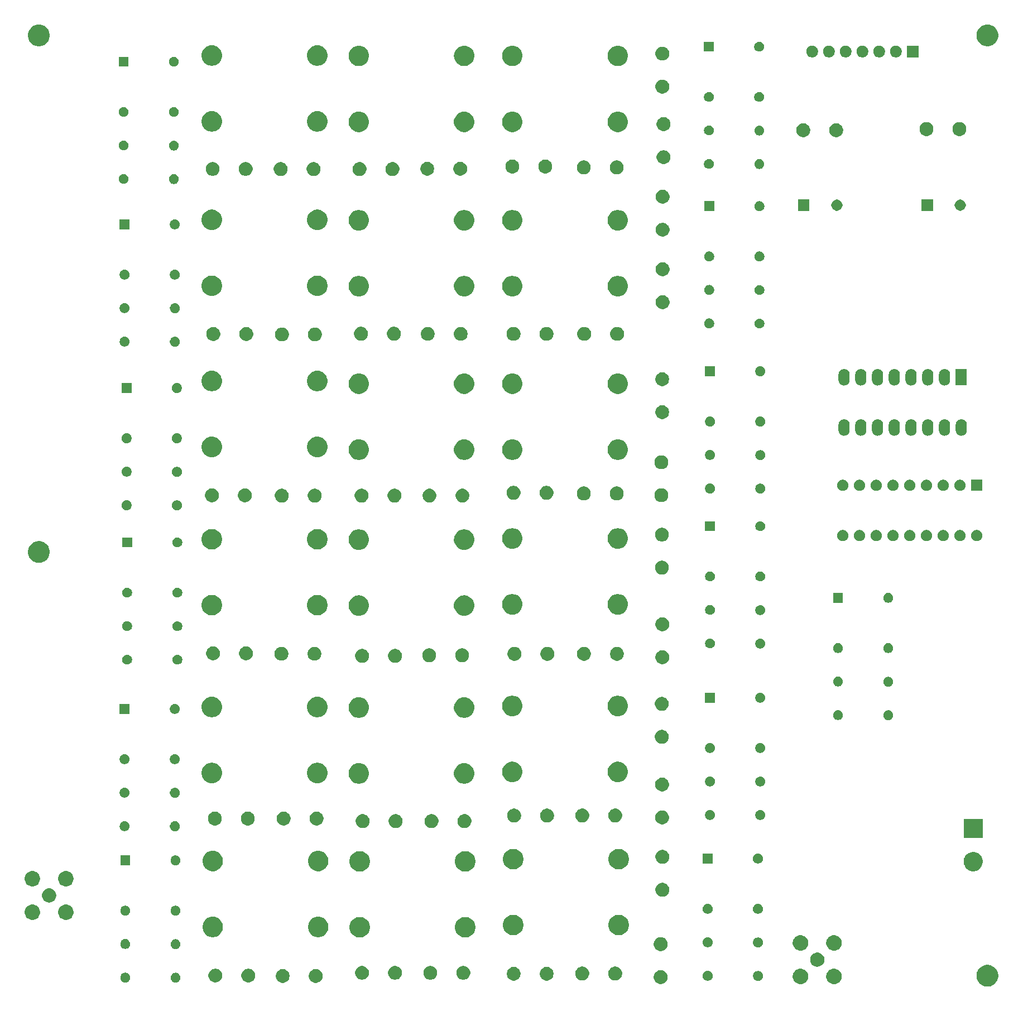
<source format=gbr>
G04 #@! TF.GenerationSoftware,KiCad,Pcbnew,(5.1.5)-3*
G04 #@! TF.CreationDate,2020-01-28T11:01:41+01:00*
G04 #@! TF.ProjectId,bandfilter,62616e64-6669-46c7-9465-722e6b696361,rev?*
G04 #@! TF.SameCoordinates,Original*
G04 #@! TF.FileFunction,Soldermask,Top*
G04 #@! TF.FilePolarity,Negative*
%FSLAX46Y46*%
G04 Gerber Fmt 4.6, Leading zero omitted, Abs format (unit mm)*
G04 Created by KiCad (PCBNEW (5.1.5)-3) date 2020-01-28 11:01:41*
%MOMM*%
%LPD*%
G04 APERTURE LIST*
%ADD10C,0.100000*%
G04 APERTURE END LIST*
D10*
G36*
X228396136Y-166524058D02*
G01*
X228502459Y-166545207D01*
X228802922Y-166669663D01*
X229073331Y-166850345D01*
X229303295Y-167080309D01*
X229473613Y-167335207D01*
X229483978Y-167350720D01*
X229503148Y-167397000D01*
X229608433Y-167651181D01*
X229618148Y-167700020D01*
X229671880Y-167970149D01*
X229671880Y-168295371D01*
X229663362Y-168338192D01*
X229608433Y-168614339D01*
X229540688Y-168777890D01*
X229489738Y-168900895D01*
X229483977Y-168914802D01*
X229303295Y-169185211D01*
X229073331Y-169415175D01*
X228802922Y-169595857D01*
X228502459Y-169720313D01*
X228396136Y-169741462D01*
X228183491Y-169783760D01*
X227858269Y-169783760D01*
X227645624Y-169741462D01*
X227539301Y-169720313D01*
X227238838Y-169595857D01*
X226968429Y-169415175D01*
X226738465Y-169185211D01*
X226557783Y-168914802D01*
X226552023Y-168900895D01*
X226501072Y-168777890D01*
X226433327Y-168614339D01*
X226378398Y-168338192D01*
X226369880Y-168295371D01*
X226369880Y-167970149D01*
X226423612Y-167700020D01*
X226433327Y-167651181D01*
X226538612Y-167397000D01*
X226557782Y-167350720D01*
X226568147Y-167335207D01*
X226738465Y-167080309D01*
X226968429Y-166850345D01*
X227238838Y-166669663D01*
X227539301Y-166545207D01*
X227645624Y-166524058D01*
X227858269Y-166481760D01*
X228183491Y-166481760D01*
X228396136Y-166524058D01*
G37*
G36*
X199855880Y-167063264D02*
G01*
X200007347Y-167093393D01*
X200221365Y-167182042D01*
X200285569Y-167224942D01*
X200413974Y-167310739D01*
X200577781Y-167474546D01*
X200612479Y-167526476D01*
X200706478Y-167667155D01*
X200795127Y-167881173D01*
X200819528Y-168003844D01*
X200840320Y-168108373D01*
X200840320Y-168340027D01*
X200837204Y-168355693D01*
X200795127Y-168567227D01*
X200706478Y-168781245D01*
X200684907Y-168813528D01*
X200577781Y-168973854D01*
X200413974Y-169137661D01*
X200342813Y-169185209D01*
X200221365Y-169266358D01*
X200007347Y-169355007D01*
X199855880Y-169385136D01*
X199780147Y-169400200D01*
X199548493Y-169400200D01*
X199472760Y-169385136D01*
X199321293Y-169355007D01*
X199107275Y-169266358D01*
X198985827Y-169185209D01*
X198914666Y-169137661D01*
X198750859Y-168973854D01*
X198643733Y-168813528D01*
X198622162Y-168781245D01*
X198533513Y-168567227D01*
X198491436Y-168355693D01*
X198488320Y-168340027D01*
X198488320Y-168108373D01*
X198509112Y-168003844D01*
X198533513Y-167881173D01*
X198622162Y-167667155D01*
X198716161Y-167526476D01*
X198750859Y-167474546D01*
X198914666Y-167310739D01*
X199043071Y-167224942D01*
X199107275Y-167182042D01*
X199321293Y-167093393D01*
X199472760Y-167063264D01*
X199548493Y-167048200D01*
X199780147Y-167048200D01*
X199855880Y-167063264D01*
G37*
G36*
X204935880Y-167063264D02*
G01*
X205087347Y-167093393D01*
X205301365Y-167182042D01*
X205365569Y-167224942D01*
X205493974Y-167310739D01*
X205657781Y-167474546D01*
X205692479Y-167526476D01*
X205786478Y-167667155D01*
X205875127Y-167881173D01*
X205899528Y-168003844D01*
X205920320Y-168108373D01*
X205920320Y-168340027D01*
X205917204Y-168355693D01*
X205875127Y-168567227D01*
X205786478Y-168781245D01*
X205764907Y-168813528D01*
X205657781Y-168973854D01*
X205493974Y-169137661D01*
X205422813Y-169185209D01*
X205301365Y-169266358D01*
X205087347Y-169355007D01*
X204935880Y-169385136D01*
X204860147Y-169400200D01*
X204628493Y-169400200D01*
X204552760Y-169385136D01*
X204401293Y-169355007D01*
X204187275Y-169266358D01*
X204065827Y-169185209D01*
X203994666Y-169137661D01*
X203830859Y-168973854D01*
X203723733Y-168813528D01*
X203702162Y-168781245D01*
X203613513Y-168567227D01*
X203571436Y-168355693D01*
X203568320Y-168340027D01*
X203568320Y-168108373D01*
X203589112Y-168003844D01*
X203613513Y-167881173D01*
X203702162Y-167667155D01*
X203796161Y-167526476D01*
X203830859Y-167474546D01*
X203994666Y-167310739D01*
X204123071Y-167224942D01*
X204187275Y-167182042D01*
X204401293Y-167093393D01*
X204552760Y-167063264D01*
X204628493Y-167048200D01*
X204860147Y-167048200D01*
X204935880Y-167063264D01*
G37*
G36*
X178751724Y-167325349D02*
G01*
X178924705Y-167397000D01*
X178942995Y-167404576D01*
X179115133Y-167519595D01*
X179261525Y-167665987D01*
X179370327Y-167828820D01*
X179376545Y-167838127D01*
X179455771Y-168029396D01*
X179496160Y-168232444D01*
X179496160Y-168439476D01*
X179455771Y-168642524D01*
X179380797Y-168823528D01*
X179376544Y-168833795D01*
X179261525Y-169005933D01*
X179115133Y-169152325D01*
X178942995Y-169267344D01*
X178942994Y-169267345D01*
X178942993Y-169267345D01*
X178751724Y-169346571D01*
X178548676Y-169386960D01*
X178341644Y-169386960D01*
X178138596Y-169346571D01*
X177947327Y-169267345D01*
X177947326Y-169267345D01*
X177947325Y-169267344D01*
X177775187Y-169152325D01*
X177628795Y-169005933D01*
X177513776Y-168833795D01*
X177509523Y-168823528D01*
X177434549Y-168642524D01*
X177394160Y-168439476D01*
X177394160Y-168232444D01*
X177434549Y-168029396D01*
X177513775Y-167838127D01*
X177519994Y-167828820D01*
X177628795Y-167665987D01*
X177775187Y-167519595D01*
X177947325Y-167404576D01*
X177965615Y-167397000D01*
X178138596Y-167325349D01*
X178341644Y-167284960D01*
X178548676Y-167284960D01*
X178751724Y-167325349D01*
G37*
G36*
X121422644Y-167152629D02*
G01*
X121613913Y-167231855D01*
X121613915Y-167231856D01*
X121786053Y-167346875D01*
X121932445Y-167493267D01*
X122044628Y-167661160D01*
X122047465Y-167665407D01*
X122126691Y-167856676D01*
X122167080Y-168059724D01*
X122167080Y-168266756D01*
X122126691Y-168469804D01*
X122065677Y-168617105D01*
X122047464Y-168661075D01*
X121932445Y-168833213D01*
X121786053Y-168979605D01*
X121613915Y-169094624D01*
X121613914Y-169094625D01*
X121613913Y-169094625D01*
X121422644Y-169173851D01*
X121219596Y-169214240D01*
X121012564Y-169214240D01*
X120809516Y-169173851D01*
X120618247Y-169094625D01*
X120618246Y-169094625D01*
X120618245Y-169094624D01*
X120446107Y-168979605D01*
X120299715Y-168833213D01*
X120184696Y-168661075D01*
X120166483Y-168617105D01*
X120105469Y-168469804D01*
X120065080Y-168266756D01*
X120065080Y-168059724D01*
X120105469Y-167856676D01*
X120184695Y-167665407D01*
X120187533Y-167661160D01*
X120299715Y-167493267D01*
X120446107Y-167346875D01*
X120618245Y-167231856D01*
X120618247Y-167231855D01*
X120809516Y-167152629D01*
X121012564Y-167112240D01*
X121219596Y-167112240D01*
X121422644Y-167152629D01*
G37*
G36*
X126422644Y-167152629D02*
G01*
X126613913Y-167231855D01*
X126613915Y-167231856D01*
X126786053Y-167346875D01*
X126932445Y-167493267D01*
X127044628Y-167661160D01*
X127047465Y-167665407D01*
X127126691Y-167856676D01*
X127167080Y-168059724D01*
X127167080Y-168266756D01*
X127126691Y-168469804D01*
X127065677Y-168617105D01*
X127047464Y-168661075D01*
X126932445Y-168833213D01*
X126786053Y-168979605D01*
X126613915Y-169094624D01*
X126613914Y-169094625D01*
X126613913Y-169094625D01*
X126422644Y-169173851D01*
X126219596Y-169214240D01*
X126012564Y-169214240D01*
X125809516Y-169173851D01*
X125618247Y-169094625D01*
X125618246Y-169094625D01*
X125618245Y-169094624D01*
X125446107Y-168979605D01*
X125299715Y-168833213D01*
X125184696Y-168661075D01*
X125166483Y-168617105D01*
X125105469Y-168469804D01*
X125065080Y-168266756D01*
X125065080Y-168059724D01*
X125105469Y-167856676D01*
X125184695Y-167665407D01*
X125187533Y-167661160D01*
X125299715Y-167493267D01*
X125446107Y-167346875D01*
X125618245Y-167231856D01*
X125618247Y-167231855D01*
X125809516Y-167152629D01*
X126012564Y-167112240D01*
X126219596Y-167112240D01*
X126422644Y-167152629D01*
G37*
G36*
X105024905Y-167690020D02*
G01*
X105075179Y-167700020D01*
X105211852Y-167756632D01*
X105334855Y-167838820D01*
X105439460Y-167943425D01*
X105517170Y-168059726D01*
X105521649Y-168066430D01*
X105578260Y-168203101D01*
X105607120Y-168348192D01*
X105607120Y-168496128D01*
X105578260Y-168641219D01*
X105536789Y-168741340D01*
X105521648Y-168777892D01*
X105439460Y-168900895D01*
X105334855Y-169005500D01*
X105211852Y-169087688D01*
X105211851Y-169087689D01*
X105211850Y-169087689D01*
X105075179Y-169144300D01*
X104930088Y-169173160D01*
X104782152Y-169173160D01*
X104637061Y-169144300D01*
X104500390Y-169087689D01*
X104500389Y-169087689D01*
X104500388Y-169087688D01*
X104377385Y-169005500D01*
X104272780Y-168900895D01*
X104190592Y-168777892D01*
X104175452Y-168741340D01*
X104133980Y-168641219D01*
X104105120Y-168496128D01*
X104105120Y-168348192D01*
X104133980Y-168203101D01*
X104190591Y-168066430D01*
X104195070Y-168059726D01*
X104272780Y-167943425D01*
X104377385Y-167838820D01*
X104500388Y-167756632D01*
X104637061Y-167700020D01*
X104687335Y-167690020D01*
X104782152Y-167671160D01*
X104930088Y-167671160D01*
X105024905Y-167690020D01*
G37*
G36*
X97445179Y-167690020D02*
G01*
X97581852Y-167746632D01*
X97704855Y-167828820D01*
X97809460Y-167933425D01*
X97891648Y-168056428D01*
X97891649Y-168056430D01*
X97948260Y-168193101D01*
X97977120Y-168338192D01*
X97977120Y-168486128D01*
X97948260Y-168631219D01*
X97893085Y-168764424D01*
X97891648Y-168767892D01*
X97809460Y-168890895D01*
X97704855Y-168995500D01*
X97581852Y-169077688D01*
X97581851Y-169077689D01*
X97581850Y-169077689D01*
X97445179Y-169134300D01*
X97300088Y-169163160D01*
X97152152Y-169163160D01*
X97007061Y-169134300D01*
X96870390Y-169077689D01*
X96870389Y-169077689D01*
X96870388Y-169077688D01*
X96747385Y-168995500D01*
X96642780Y-168890895D01*
X96560592Y-168767892D01*
X96559156Y-168764424D01*
X96503980Y-168631219D01*
X96475120Y-168486128D01*
X96475120Y-168338192D01*
X96503980Y-168193101D01*
X96560591Y-168056430D01*
X96560592Y-168056428D01*
X96642780Y-167933425D01*
X96747385Y-167828820D01*
X96870388Y-167746632D01*
X97007061Y-167690020D01*
X97152152Y-167661160D01*
X97300088Y-167661160D01*
X97445179Y-167690020D01*
G37*
G36*
X111202964Y-167096749D02*
G01*
X111363070Y-167163067D01*
X111394235Y-167175976D01*
X111566373Y-167290995D01*
X111712765Y-167437387D01*
X111809529Y-167582204D01*
X111827785Y-167609527D01*
X111907011Y-167800796D01*
X111947400Y-168003844D01*
X111947400Y-168210876D01*
X111907011Y-168413924D01*
X111827785Y-168605193D01*
X111827784Y-168605195D01*
X111712765Y-168777333D01*
X111566373Y-168923725D01*
X111394235Y-169038744D01*
X111394234Y-169038745D01*
X111394233Y-169038745D01*
X111202964Y-169117971D01*
X110999916Y-169158360D01*
X110792884Y-169158360D01*
X110589836Y-169117971D01*
X110398567Y-169038745D01*
X110398566Y-169038745D01*
X110398565Y-169038744D01*
X110226427Y-168923725D01*
X110080035Y-168777333D01*
X109965016Y-168605195D01*
X109965015Y-168605193D01*
X109885789Y-168413924D01*
X109845400Y-168210876D01*
X109845400Y-168003844D01*
X109885789Y-167800796D01*
X109965015Y-167609527D01*
X109983272Y-167582204D01*
X110080035Y-167437387D01*
X110226427Y-167290995D01*
X110398565Y-167175976D01*
X110429730Y-167163067D01*
X110589836Y-167096749D01*
X110792884Y-167056360D01*
X110999916Y-167056360D01*
X111202964Y-167096749D01*
G37*
G36*
X116202964Y-167096749D02*
G01*
X116363070Y-167163067D01*
X116394235Y-167175976D01*
X116566373Y-167290995D01*
X116712765Y-167437387D01*
X116809529Y-167582204D01*
X116827785Y-167609527D01*
X116907011Y-167800796D01*
X116947400Y-168003844D01*
X116947400Y-168210876D01*
X116907011Y-168413924D01*
X116827785Y-168605193D01*
X116827784Y-168605195D01*
X116712765Y-168777333D01*
X116566373Y-168923725D01*
X116394235Y-169038744D01*
X116394234Y-169038745D01*
X116394233Y-169038745D01*
X116202964Y-169117971D01*
X115999916Y-169158360D01*
X115792884Y-169158360D01*
X115589836Y-169117971D01*
X115398567Y-169038745D01*
X115398566Y-169038745D01*
X115398565Y-169038744D01*
X115226427Y-168923725D01*
X115080035Y-168777333D01*
X114965016Y-168605195D01*
X114965015Y-168605193D01*
X114885789Y-168413924D01*
X114845400Y-168210876D01*
X114845400Y-168003844D01*
X114885789Y-167800796D01*
X114965015Y-167609527D01*
X114983272Y-167582204D01*
X115080035Y-167437387D01*
X115226427Y-167290995D01*
X115398565Y-167175976D01*
X115429730Y-167163067D01*
X115589836Y-167096749D01*
X115792884Y-167056360D01*
X115999916Y-167056360D01*
X116202964Y-167096749D01*
G37*
G36*
X193436699Y-167435860D02*
G01*
X193440386Y-167437387D01*
X193573372Y-167492472D01*
X193696375Y-167574660D01*
X193800980Y-167679265D01*
X193882184Y-167800796D01*
X193883169Y-167802270D01*
X193939780Y-167938941D01*
X193968640Y-168084032D01*
X193968640Y-168231968D01*
X193939780Y-168377059D01*
X193887993Y-168502085D01*
X193883168Y-168513732D01*
X193800980Y-168636735D01*
X193696375Y-168741340D01*
X193573372Y-168823528D01*
X193573371Y-168823529D01*
X193573370Y-168823529D01*
X193436699Y-168880140D01*
X193291608Y-168909000D01*
X193143672Y-168909000D01*
X192998581Y-168880140D01*
X192861910Y-168823529D01*
X192861909Y-168823529D01*
X192861908Y-168823528D01*
X192738905Y-168741340D01*
X192634300Y-168636735D01*
X192552112Y-168513732D01*
X192547288Y-168502085D01*
X192495500Y-168377059D01*
X192466640Y-168231968D01*
X192466640Y-168084032D01*
X192495500Y-167938941D01*
X192552111Y-167802270D01*
X192553096Y-167800796D01*
X192634300Y-167679265D01*
X192738905Y-167574660D01*
X192861908Y-167492472D01*
X192994895Y-167437387D01*
X192998581Y-167435860D01*
X193143672Y-167407000D01*
X193291608Y-167407000D01*
X193436699Y-167435860D01*
G37*
G36*
X185806699Y-167425860D02*
G01*
X185939230Y-167480756D01*
X185943372Y-167482472D01*
X186066375Y-167564660D01*
X186170980Y-167669265D01*
X186251142Y-167789236D01*
X186253169Y-167792270D01*
X186309780Y-167928941D01*
X186338640Y-168074032D01*
X186338640Y-168221968D01*
X186309780Y-168367059D01*
X186267222Y-168469804D01*
X186253168Y-168503732D01*
X186170980Y-168626735D01*
X186066375Y-168731340D01*
X185943372Y-168813528D01*
X185943371Y-168813529D01*
X185943370Y-168813529D01*
X185806699Y-168870140D01*
X185661608Y-168899000D01*
X185513672Y-168899000D01*
X185368581Y-168870140D01*
X185231910Y-168813529D01*
X185231909Y-168813529D01*
X185231908Y-168813528D01*
X185108905Y-168731340D01*
X185004300Y-168626735D01*
X184922112Y-168503732D01*
X184908059Y-168469804D01*
X184865500Y-168367059D01*
X184836640Y-168221968D01*
X184836640Y-168074032D01*
X184865500Y-167928941D01*
X184922111Y-167792270D01*
X184924138Y-167789236D01*
X185004300Y-167669265D01*
X185108905Y-167564660D01*
X185231908Y-167482472D01*
X185236051Y-167480756D01*
X185368581Y-167425860D01*
X185513672Y-167397000D01*
X185661608Y-167397000D01*
X185806699Y-167425860D01*
G37*
G36*
X161465764Y-166822429D02*
G01*
X161657033Y-166901655D01*
X161657035Y-166901656D01*
X161829173Y-167016675D01*
X161975565Y-167163067D01*
X162074238Y-167310741D01*
X162090585Y-167335207D01*
X162169811Y-167526476D01*
X162210200Y-167729524D01*
X162210200Y-167936556D01*
X162169811Y-168139604D01*
X162117144Y-168266754D01*
X162090584Y-168330875D01*
X161975565Y-168503013D01*
X161829173Y-168649405D01*
X161657035Y-168764424D01*
X161657034Y-168764425D01*
X161657033Y-168764425D01*
X161465764Y-168843651D01*
X161262716Y-168884040D01*
X161055684Y-168884040D01*
X160852636Y-168843651D01*
X160661367Y-168764425D01*
X160661366Y-168764425D01*
X160661365Y-168764424D01*
X160489227Y-168649405D01*
X160342835Y-168503013D01*
X160227816Y-168330875D01*
X160201256Y-168266754D01*
X160148589Y-168139604D01*
X160108200Y-167936556D01*
X160108200Y-167729524D01*
X160148589Y-167526476D01*
X160227815Y-167335207D01*
X160244163Y-167310741D01*
X160342835Y-167163067D01*
X160489227Y-167016675D01*
X160661365Y-166901656D01*
X160661367Y-166901655D01*
X160852636Y-166822429D01*
X161055684Y-166782040D01*
X161262716Y-166782040D01*
X161465764Y-166822429D01*
G37*
G36*
X156465764Y-166822429D02*
G01*
X156657033Y-166901655D01*
X156657035Y-166901656D01*
X156829173Y-167016675D01*
X156975565Y-167163067D01*
X157074238Y-167310741D01*
X157090585Y-167335207D01*
X157169811Y-167526476D01*
X157210200Y-167729524D01*
X157210200Y-167936556D01*
X157169811Y-168139604D01*
X157117144Y-168266754D01*
X157090584Y-168330875D01*
X156975565Y-168503013D01*
X156829173Y-168649405D01*
X156657035Y-168764424D01*
X156657034Y-168764425D01*
X156657033Y-168764425D01*
X156465764Y-168843651D01*
X156262716Y-168884040D01*
X156055684Y-168884040D01*
X155852636Y-168843651D01*
X155661367Y-168764425D01*
X155661366Y-168764425D01*
X155661365Y-168764424D01*
X155489227Y-168649405D01*
X155342835Y-168503013D01*
X155227816Y-168330875D01*
X155201256Y-168266754D01*
X155148589Y-168139604D01*
X155108200Y-167936556D01*
X155108200Y-167729524D01*
X155148589Y-167526476D01*
X155227815Y-167335207D01*
X155244163Y-167310741D01*
X155342835Y-167163067D01*
X155489227Y-167016675D01*
X155661365Y-166901656D01*
X155661367Y-166901655D01*
X155852636Y-166822429D01*
X156055684Y-166782040D01*
X156262716Y-166782040D01*
X156465764Y-166822429D01*
G37*
G36*
X166858164Y-166776709D02*
G01*
X167049433Y-166855935D01*
X167049435Y-166855936D01*
X167221573Y-166970955D01*
X167367965Y-167117347D01*
X167444478Y-167231856D01*
X167482985Y-167289487D01*
X167562211Y-167480756D01*
X167602600Y-167683804D01*
X167602600Y-167890836D01*
X167562211Y-168093884D01*
X167504817Y-168232446D01*
X167482984Y-168285155D01*
X167367965Y-168457293D01*
X167221573Y-168603685D01*
X167049435Y-168718704D01*
X167049434Y-168718705D01*
X167049433Y-168718705D01*
X166858164Y-168797931D01*
X166655116Y-168838320D01*
X166448084Y-168838320D01*
X166245036Y-168797931D01*
X166053767Y-168718705D01*
X166053766Y-168718705D01*
X166053765Y-168718704D01*
X165881627Y-168603685D01*
X165735235Y-168457293D01*
X165620216Y-168285155D01*
X165598383Y-168232446D01*
X165540989Y-168093884D01*
X165500600Y-167890836D01*
X165500600Y-167683804D01*
X165540989Y-167480756D01*
X165620215Y-167289487D01*
X165658723Y-167231856D01*
X165735235Y-167117347D01*
X165881627Y-166970955D01*
X166053765Y-166855936D01*
X166053767Y-166855935D01*
X166245036Y-166776709D01*
X166448084Y-166736320D01*
X166655116Y-166736320D01*
X166858164Y-166776709D01*
G37*
G36*
X171858164Y-166776709D02*
G01*
X172049433Y-166855935D01*
X172049435Y-166855936D01*
X172221573Y-166970955D01*
X172367965Y-167117347D01*
X172444478Y-167231856D01*
X172482985Y-167289487D01*
X172562211Y-167480756D01*
X172602600Y-167683804D01*
X172602600Y-167890836D01*
X172562211Y-168093884D01*
X172504817Y-168232446D01*
X172482984Y-168285155D01*
X172367965Y-168457293D01*
X172221573Y-168603685D01*
X172049435Y-168718704D01*
X172049434Y-168718705D01*
X172049433Y-168718705D01*
X171858164Y-168797931D01*
X171655116Y-168838320D01*
X171448084Y-168838320D01*
X171245036Y-168797931D01*
X171053767Y-168718705D01*
X171053766Y-168718705D01*
X171053765Y-168718704D01*
X170881627Y-168603685D01*
X170735235Y-168457293D01*
X170620216Y-168285155D01*
X170598383Y-168232446D01*
X170540989Y-168093884D01*
X170500600Y-167890836D01*
X170500600Y-167683804D01*
X170540989Y-167480756D01*
X170620215Y-167289487D01*
X170658723Y-167231856D01*
X170735235Y-167117347D01*
X170881627Y-166970955D01*
X171053765Y-166855936D01*
X171053767Y-166855935D01*
X171245036Y-166776709D01*
X171448084Y-166736320D01*
X171655116Y-166736320D01*
X171858164Y-166776709D01*
G37*
G36*
X143815284Y-166675109D02*
G01*
X144006553Y-166754335D01*
X144006555Y-166754336D01*
X144178693Y-166869355D01*
X144325085Y-167015747D01*
X144432147Y-167175976D01*
X144440105Y-167187887D01*
X144519331Y-167379156D01*
X144559720Y-167582204D01*
X144559720Y-167789236D01*
X144519331Y-167992284D01*
X144471245Y-168108373D01*
X144440104Y-168183555D01*
X144325085Y-168355693D01*
X144178693Y-168502085D01*
X144006555Y-168617104D01*
X144006554Y-168617105D01*
X144006553Y-168617105D01*
X143815284Y-168696331D01*
X143612236Y-168736720D01*
X143405204Y-168736720D01*
X143202156Y-168696331D01*
X143010887Y-168617105D01*
X143010886Y-168617105D01*
X143010885Y-168617104D01*
X142838747Y-168502085D01*
X142692355Y-168355693D01*
X142577336Y-168183555D01*
X142546195Y-168108373D01*
X142498109Y-167992284D01*
X142457720Y-167789236D01*
X142457720Y-167582204D01*
X142498109Y-167379156D01*
X142577335Y-167187887D01*
X142585294Y-167175976D01*
X142692355Y-167015747D01*
X142838747Y-166869355D01*
X143010885Y-166754336D01*
X143010887Y-166754335D01*
X143202156Y-166675109D01*
X143405204Y-166634720D01*
X143612236Y-166634720D01*
X143815284Y-166675109D01*
G37*
G36*
X138447004Y-166675109D02*
G01*
X138638273Y-166754335D01*
X138638275Y-166754336D01*
X138810413Y-166869355D01*
X138956805Y-167015747D01*
X139063867Y-167175976D01*
X139071825Y-167187887D01*
X139151051Y-167379156D01*
X139191440Y-167582204D01*
X139191440Y-167789236D01*
X139151051Y-167992284D01*
X139102965Y-168108373D01*
X139071824Y-168183555D01*
X138956805Y-168355693D01*
X138810413Y-168502085D01*
X138638275Y-168617104D01*
X138638274Y-168617105D01*
X138638273Y-168617105D01*
X138447004Y-168696331D01*
X138243956Y-168736720D01*
X138036924Y-168736720D01*
X137833876Y-168696331D01*
X137642607Y-168617105D01*
X137642606Y-168617105D01*
X137642605Y-168617104D01*
X137470467Y-168502085D01*
X137324075Y-168355693D01*
X137209056Y-168183555D01*
X137177915Y-168108373D01*
X137129829Y-167992284D01*
X137089440Y-167789236D01*
X137089440Y-167582204D01*
X137129829Y-167379156D01*
X137209055Y-167187887D01*
X137217014Y-167175976D01*
X137324075Y-167015747D01*
X137470467Y-166869355D01*
X137642605Y-166754336D01*
X137642607Y-166754335D01*
X137833876Y-166675109D01*
X138036924Y-166634720D01*
X138243956Y-166634720D01*
X138447004Y-166675109D01*
G37*
G36*
X133447004Y-166675109D02*
G01*
X133638273Y-166754335D01*
X133638275Y-166754336D01*
X133810413Y-166869355D01*
X133956805Y-167015747D01*
X134063867Y-167175976D01*
X134071825Y-167187887D01*
X134151051Y-167379156D01*
X134191440Y-167582204D01*
X134191440Y-167789236D01*
X134151051Y-167992284D01*
X134102965Y-168108373D01*
X134071824Y-168183555D01*
X133956805Y-168355693D01*
X133810413Y-168502085D01*
X133638275Y-168617104D01*
X133638274Y-168617105D01*
X133638273Y-168617105D01*
X133447004Y-168696331D01*
X133243956Y-168736720D01*
X133036924Y-168736720D01*
X132833876Y-168696331D01*
X132642607Y-168617105D01*
X132642606Y-168617105D01*
X132642605Y-168617104D01*
X132470467Y-168502085D01*
X132324075Y-168355693D01*
X132209056Y-168183555D01*
X132177915Y-168108373D01*
X132129829Y-167992284D01*
X132089440Y-167789236D01*
X132089440Y-167582204D01*
X132129829Y-167379156D01*
X132209055Y-167187887D01*
X132217014Y-167175976D01*
X132324075Y-167015747D01*
X132470467Y-166869355D01*
X132642605Y-166754336D01*
X132642607Y-166754335D01*
X132833876Y-166675109D01*
X133036924Y-166634720D01*
X133243956Y-166634720D01*
X133447004Y-166675109D01*
G37*
G36*
X148815284Y-166675109D02*
G01*
X149006553Y-166754335D01*
X149006555Y-166754336D01*
X149178693Y-166869355D01*
X149325085Y-167015747D01*
X149432147Y-167175976D01*
X149440105Y-167187887D01*
X149519331Y-167379156D01*
X149559720Y-167582204D01*
X149559720Y-167789236D01*
X149519331Y-167992284D01*
X149471245Y-168108373D01*
X149440104Y-168183555D01*
X149325085Y-168355693D01*
X149178693Y-168502085D01*
X149006555Y-168617104D01*
X149006554Y-168617105D01*
X149006553Y-168617105D01*
X148815284Y-168696331D01*
X148612236Y-168736720D01*
X148405204Y-168736720D01*
X148202156Y-168696331D01*
X148010887Y-168617105D01*
X148010886Y-168617105D01*
X148010885Y-168617104D01*
X147838747Y-168502085D01*
X147692355Y-168355693D01*
X147577336Y-168183555D01*
X147546195Y-168108373D01*
X147498109Y-167992284D01*
X147457720Y-167789236D01*
X147457720Y-167582204D01*
X147498109Y-167379156D01*
X147577335Y-167187887D01*
X147585294Y-167175976D01*
X147692355Y-167015747D01*
X147838747Y-166869355D01*
X148010885Y-166754336D01*
X148010887Y-166754335D01*
X148202156Y-166675109D01*
X148405204Y-166634720D01*
X148612236Y-166634720D01*
X148815284Y-166675109D01*
G37*
G36*
X202379591Y-164621983D02*
G01*
X202518178Y-164649550D01*
X202713997Y-164730661D01*
X202890230Y-164848416D01*
X203040104Y-164998290D01*
X203157859Y-165174523D01*
X203238970Y-165370342D01*
X203280320Y-165578223D01*
X203280320Y-165790177D01*
X203238970Y-165998058D01*
X203157859Y-166193877D01*
X203040104Y-166370110D01*
X202890230Y-166519984D01*
X202713997Y-166637739D01*
X202518178Y-166718850D01*
X202379591Y-166746417D01*
X202310298Y-166760200D01*
X202098342Y-166760200D01*
X202029049Y-166746417D01*
X201890462Y-166718850D01*
X201694643Y-166637739D01*
X201518410Y-166519984D01*
X201368536Y-166370110D01*
X201250781Y-166193877D01*
X201169670Y-165998058D01*
X201128320Y-165790177D01*
X201128320Y-165578223D01*
X201169670Y-165370342D01*
X201250781Y-165174523D01*
X201368536Y-164998290D01*
X201518410Y-164848416D01*
X201694643Y-164730661D01*
X201890462Y-164649550D01*
X202029049Y-164621983D01*
X202098342Y-164608200D01*
X202310298Y-164608200D01*
X202379591Y-164621983D01*
G37*
G36*
X178751724Y-162325349D02*
G01*
X178942993Y-162404575D01*
X178942995Y-162404576D01*
X179115133Y-162519595D01*
X179261525Y-162665987D01*
X179285769Y-162702270D01*
X179376545Y-162838127D01*
X179455771Y-163029396D01*
X179496160Y-163232444D01*
X179496160Y-163439476D01*
X179455771Y-163642524D01*
X179378530Y-163829000D01*
X179376544Y-163833795D01*
X179261525Y-164005933D01*
X179115133Y-164152325D01*
X178942995Y-164267344D01*
X178942994Y-164267345D01*
X178942993Y-164267345D01*
X178751724Y-164346571D01*
X178548676Y-164386960D01*
X178341644Y-164386960D01*
X178138596Y-164346571D01*
X177947327Y-164267345D01*
X177947326Y-164267345D01*
X177947325Y-164267344D01*
X177775187Y-164152325D01*
X177628795Y-164005933D01*
X177513776Y-163833795D01*
X177511790Y-163829000D01*
X177434549Y-163642524D01*
X177394160Y-163439476D01*
X177394160Y-163232444D01*
X177434549Y-163029396D01*
X177513775Y-162838127D01*
X177604552Y-162702270D01*
X177628795Y-162665987D01*
X177775187Y-162519595D01*
X177947325Y-162404576D01*
X177947327Y-162404575D01*
X178138596Y-162325349D01*
X178341644Y-162284960D01*
X178548676Y-162284960D01*
X178751724Y-162325349D01*
G37*
G36*
X199855880Y-161983264D02*
G01*
X200007347Y-162013393D01*
X200221365Y-162102042D01*
X200221366Y-162102043D01*
X200413974Y-162230739D01*
X200577781Y-162394546D01*
X200631311Y-162474660D01*
X200706478Y-162587155D01*
X200795127Y-162801173D01*
X200807510Y-162863427D01*
X200840320Y-163028373D01*
X200840320Y-163260027D01*
X200836932Y-163277059D01*
X200795127Y-163487227D01*
X200706478Y-163701245D01*
X200706477Y-163701246D01*
X200577781Y-163893854D01*
X200413974Y-164057661D01*
X200285569Y-164143458D01*
X200221365Y-164186358D01*
X200007347Y-164275007D01*
X199855880Y-164305136D01*
X199780147Y-164320200D01*
X199548493Y-164320200D01*
X199472760Y-164305136D01*
X199321293Y-164275007D01*
X199107275Y-164186358D01*
X199043071Y-164143458D01*
X198914666Y-164057661D01*
X198750859Y-163893854D01*
X198622163Y-163701246D01*
X198622162Y-163701245D01*
X198533513Y-163487227D01*
X198491708Y-163277059D01*
X198488320Y-163260027D01*
X198488320Y-163028373D01*
X198521130Y-162863427D01*
X198533513Y-162801173D01*
X198622162Y-162587155D01*
X198697329Y-162474660D01*
X198750859Y-162394546D01*
X198914666Y-162230739D01*
X199107274Y-162102043D01*
X199107275Y-162102042D01*
X199321293Y-162013393D01*
X199472760Y-161983264D01*
X199548493Y-161968200D01*
X199780147Y-161968200D01*
X199855880Y-161983264D01*
G37*
G36*
X204935880Y-161983264D02*
G01*
X205087347Y-162013393D01*
X205301365Y-162102042D01*
X205301366Y-162102043D01*
X205493974Y-162230739D01*
X205657781Y-162394546D01*
X205711311Y-162474660D01*
X205786478Y-162587155D01*
X205875127Y-162801173D01*
X205887510Y-162863427D01*
X205920320Y-163028373D01*
X205920320Y-163260027D01*
X205916932Y-163277059D01*
X205875127Y-163487227D01*
X205786478Y-163701245D01*
X205786477Y-163701246D01*
X205657781Y-163893854D01*
X205493974Y-164057661D01*
X205365569Y-164143458D01*
X205301365Y-164186358D01*
X205087347Y-164275007D01*
X204935880Y-164305136D01*
X204860147Y-164320200D01*
X204628493Y-164320200D01*
X204552760Y-164305136D01*
X204401293Y-164275007D01*
X204187275Y-164186358D01*
X204123071Y-164143458D01*
X203994666Y-164057661D01*
X203830859Y-163893854D01*
X203702163Y-163701246D01*
X203702162Y-163701245D01*
X203613513Y-163487227D01*
X203571708Y-163277059D01*
X203568320Y-163260027D01*
X203568320Y-163028373D01*
X203601130Y-162863427D01*
X203613513Y-162801173D01*
X203702162Y-162587155D01*
X203777329Y-162474660D01*
X203830859Y-162394546D01*
X203994666Y-162230739D01*
X204187274Y-162102043D01*
X204187275Y-162102042D01*
X204401293Y-162013393D01*
X204552760Y-161983264D01*
X204628493Y-161968200D01*
X204860147Y-161968200D01*
X204935880Y-161983264D01*
G37*
G36*
X105075179Y-162620020D02*
G01*
X105163566Y-162656631D01*
X105211852Y-162676632D01*
X105334855Y-162758820D01*
X105439460Y-162863425D01*
X105521648Y-162986428D01*
X105521649Y-162986430D01*
X105578260Y-163123101D01*
X105607120Y-163268192D01*
X105607120Y-163416128D01*
X105578260Y-163561219D01*
X105536789Y-163661340D01*
X105521648Y-163697892D01*
X105439460Y-163820895D01*
X105334855Y-163925500D01*
X105211852Y-164007688D01*
X105211851Y-164007689D01*
X105211850Y-164007689D01*
X105075179Y-164064300D01*
X104930088Y-164093160D01*
X104782152Y-164093160D01*
X104637061Y-164064300D01*
X104500390Y-164007689D01*
X104500389Y-164007689D01*
X104500388Y-164007688D01*
X104377385Y-163925500D01*
X104272780Y-163820895D01*
X104190592Y-163697892D01*
X104175452Y-163661340D01*
X104133980Y-163561219D01*
X104105120Y-163416128D01*
X104105120Y-163268192D01*
X104133980Y-163123101D01*
X104190591Y-162986430D01*
X104190592Y-162986428D01*
X104272780Y-162863425D01*
X104377385Y-162758820D01*
X104500388Y-162676632D01*
X104548675Y-162656631D01*
X104637061Y-162620020D01*
X104782152Y-162591160D01*
X104930088Y-162591160D01*
X105075179Y-162620020D01*
G37*
G36*
X97380496Y-162587154D02*
G01*
X97445179Y-162600020D01*
X97581852Y-162656632D01*
X97704855Y-162738820D01*
X97809460Y-162843425D01*
X97822825Y-162863427D01*
X97891649Y-162966430D01*
X97948260Y-163103101D01*
X97977120Y-163248192D01*
X97977120Y-163396128D01*
X97948260Y-163541219D01*
X97906789Y-163641340D01*
X97891648Y-163677892D01*
X97809460Y-163800895D01*
X97704855Y-163905500D01*
X97581852Y-163987688D01*
X97581851Y-163987689D01*
X97581850Y-163987689D01*
X97445179Y-164044300D01*
X97300088Y-164073160D01*
X97152152Y-164073160D01*
X97007061Y-164044300D01*
X96870390Y-163987689D01*
X96870389Y-163987689D01*
X96870388Y-163987688D01*
X96747385Y-163905500D01*
X96642780Y-163800895D01*
X96560592Y-163677892D01*
X96545452Y-163641340D01*
X96503980Y-163541219D01*
X96475120Y-163396128D01*
X96475120Y-163248192D01*
X96503980Y-163103101D01*
X96560591Y-162966430D01*
X96629415Y-162863427D01*
X96642780Y-162843425D01*
X96747385Y-162738820D01*
X96870388Y-162656632D01*
X97007061Y-162600020D01*
X97071744Y-162587154D01*
X97152152Y-162571160D01*
X97300088Y-162571160D01*
X97380496Y-162587154D01*
G37*
G36*
X193436699Y-162355860D02*
G01*
X193554310Y-162404576D01*
X193573372Y-162412472D01*
X193696375Y-162494660D01*
X193800980Y-162599265D01*
X193883168Y-162722268D01*
X193883169Y-162722270D01*
X193939780Y-162858941D01*
X193968640Y-163004032D01*
X193968640Y-163151968D01*
X193952632Y-163232446D01*
X193939780Y-163297059D01*
X193883168Y-163433732D01*
X193800980Y-163556735D01*
X193696375Y-163661340D01*
X193573372Y-163743528D01*
X193573371Y-163743529D01*
X193573370Y-163743529D01*
X193436699Y-163800140D01*
X193291608Y-163829000D01*
X193143672Y-163829000D01*
X192998581Y-163800140D01*
X192861910Y-163743529D01*
X192861909Y-163743529D01*
X192861908Y-163743528D01*
X192738905Y-163661340D01*
X192634300Y-163556735D01*
X192552112Y-163433732D01*
X192495500Y-163297059D01*
X192482648Y-163232446D01*
X192466640Y-163151968D01*
X192466640Y-163004032D01*
X192495500Y-162858941D01*
X192552111Y-162722270D01*
X192552112Y-162722268D01*
X192634300Y-162599265D01*
X192738905Y-162494660D01*
X192861908Y-162412472D01*
X192880971Y-162404576D01*
X192998581Y-162355860D01*
X193143672Y-162327000D01*
X193291608Y-162327000D01*
X193436699Y-162355860D01*
G37*
G36*
X185753856Y-162325349D02*
G01*
X185806699Y-162335860D01*
X185943372Y-162392472D01*
X186066375Y-162474660D01*
X186170980Y-162579265D01*
X186253168Y-162702268D01*
X186253169Y-162702270D01*
X186309780Y-162838941D01*
X186314651Y-162863427D01*
X186338640Y-162984033D01*
X186338640Y-163131967D01*
X186309780Y-163277059D01*
X186253168Y-163413732D01*
X186170980Y-163536735D01*
X186066375Y-163641340D01*
X185943372Y-163723528D01*
X185943371Y-163723529D01*
X185943370Y-163723529D01*
X185806699Y-163780140D01*
X185661608Y-163809000D01*
X185513672Y-163809000D01*
X185368581Y-163780140D01*
X185231910Y-163723529D01*
X185231909Y-163723529D01*
X185231908Y-163723528D01*
X185108905Y-163641340D01*
X185004300Y-163536735D01*
X184922112Y-163413732D01*
X184865500Y-163277059D01*
X184836640Y-163131967D01*
X184836640Y-162984033D01*
X184860630Y-162863427D01*
X184865500Y-162838941D01*
X184922111Y-162702270D01*
X184922112Y-162702268D01*
X185004300Y-162579265D01*
X185108905Y-162474660D01*
X185231908Y-162392472D01*
X185368581Y-162335860D01*
X185421424Y-162325349D01*
X185513672Y-162307000D01*
X185661608Y-162307000D01*
X185753856Y-162325349D01*
G37*
G36*
X149114105Y-159272802D02*
G01*
X149263930Y-159302604D01*
X149546194Y-159419521D01*
X149800225Y-159589259D01*
X150016261Y-159805295D01*
X150185999Y-160059326D01*
X150302916Y-160341590D01*
X150362520Y-160641240D01*
X150362520Y-160946760D01*
X150302916Y-161246410D01*
X150185999Y-161528674D01*
X150016261Y-161782705D01*
X149800225Y-161998741D01*
X149546194Y-162168479D01*
X149263930Y-162285396D01*
X149155319Y-162307000D01*
X148964281Y-162345000D01*
X148658759Y-162345000D01*
X148467721Y-162307000D01*
X148359110Y-162285396D01*
X148076846Y-162168479D01*
X147822815Y-161998741D01*
X147606779Y-161782705D01*
X147437041Y-161528674D01*
X147320124Y-161246410D01*
X147260520Y-160946760D01*
X147260520Y-160641240D01*
X147320124Y-160341590D01*
X147437041Y-160059326D01*
X147606779Y-159805295D01*
X147822815Y-159589259D01*
X148076846Y-159419521D01*
X148359110Y-159302604D01*
X148508935Y-159272802D01*
X148658759Y-159243000D01*
X148964281Y-159243000D01*
X149114105Y-159272802D01*
G37*
G36*
X133114105Y-159272802D02*
G01*
X133263930Y-159302604D01*
X133546194Y-159419521D01*
X133800225Y-159589259D01*
X134016261Y-159805295D01*
X134185999Y-160059326D01*
X134302916Y-160341590D01*
X134362520Y-160641240D01*
X134362520Y-160946760D01*
X134302916Y-161246410D01*
X134185999Y-161528674D01*
X134016261Y-161782705D01*
X133800225Y-161998741D01*
X133546194Y-162168479D01*
X133263930Y-162285396D01*
X133155319Y-162307000D01*
X132964281Y-162345000D01*
X132658759Y-162345000D01*
X132467721Y-162307000D01*
X132359110Y-162285396D01*
X132076846Y-162168479D01*
X131822815Y-161998741D01*
X131606779Y-161782705D01*
X131437041Y-161528674D01*
X131320124Y-161246410D01*
X131260520Y-160946760D01*
X131260520Y-160641240D01*
X131320124Y-160341590D01*
X131437041Y-160059326D01*
X131606779Y-159805295D01*
X131822815Y-159589259D01*
X132076846Y-159419521D01*
X132359110Y-159302604D01*
X132508935Y-159272802D01*
X132658759Y-159243000D01*
X132964281Y-159243000D01*
X133114105Y-159272802D01*
G37*
G36*
X110802745Y-159206762D02*
G01*
X110952570Y-159236564D01*
X111234834Y-159353481D01*
X111488865Y-159523219D01*
X111704901Y-159739255D01*
X111874639Y-159993286D01*
X111991556Y-160275550D01*
X112051160Y-160575200D01*
X112051160Y-160880720D01*
X111991556Y-161180370D01*
X111874639Y-161462634D01*
X111704901Y-161716665D01*
X111488865Y-161932701D01*
X111234834Y-162102439D01*
X110952570Y-162219356D01*
X110802745Y-162249158D01*
X110652921Y-162278960D01*
X110347399Y-162278960D01*
X110197575Y-162249158D01*
X110047750Y-162219356D01*
X109765486Y-162102439D01*
X109511455Y-161932701D01*
X109295419Y-161716665D01*
X109125681Y-161462634D01*
X109008764Y-161180370D01*
X108949160Y-160880720D01*
X108949160Y-160575200D01*
X109008764Y-160275550D01*
X109125681Y-159993286D01*
X109295419Y-159739255D01*
X109511455Y-159523219D01*
X109765486Y-159353481D01*
X110047750Y-159236564D01*
X110197575Y-159206762D01*
X110347399Y-159176960D01*
X110652921Y-159176960D01*
X110802745Y-159206762D01*
G37*
G36*
X126802745Y-159206762D02*
G01*
X126952570Y-159236564D01*
X127234834Y-159353481D01*
X127488865Y-159523219D01*
X127704901Y-159739255D01*
X127874639Y-159993286D01*
X127991556Y-160275550D01*
X128051160Y-160575200D01*
X128051160Y-160880720D01*
X127991556Y-161180370D01*
X127874639Y-161462634D01*
X127704901Y-161716665D01*
X127488865Y-161932701D01*
X127234834Y-162102439D01*
X126952570Y-162219356D01*
X126802745Y-162249158D01*
X126652921Y-162278960D01*
X126347399Y-162278960D01*
X126197575Y-162249158D01*
X126047750Y-162219356D01*
X125765486Y-162102439D01*
X125511455Y-161932701D01*
X125295419Y-161716665D01*
X125125681Y-161462634D01*
X125008764Y-161180370D01*
X124949160Y-160880720D01*
X124949160Y-160575200D01*
X125008764Y-160275550D01*
X125125681Y-159993286D01*
X125295419Y-159739255D01*
X125511455Y-159523219D01*
X125765486Y-159353481D01*
X126047750Y-159236564D01*
X126197575Y-159206762D01*
X126347399Y-159176960D01*
X126652921Y-159176960D01*
X126802745Y-159206762D01*
G37*
G36*
X156300342Y-158917688D02*
G01*
X156515090Y-158960404D01*
X156797354Y-159077321D01*
X157051385Y-159247059D01*
X157267421Y-159463095D01*
X157437159Y-159717126D01*
X157554076Y-159999390D01*
X157613680Y-160299040D01*
X157613680Y-160604560D01*
X157554076Y-160904210D01*
X157437159Y-161186474D01*
X157267421Y-161440505D01*
X157051385Y-161656541D01*
X156797354Y-161826279D01*
X156515090Y-161943196D01*
X156389386Y-161968200D01*
X156215441Y-162002800D01*
X155909919Y-162002800D01*
X155735974Y-161968200D01*
X155610270Y-161943196D01*
X155328006Y-161826279D01*
X155073975Y-161656541D01*
X154857939Y-161440505D01*
X154688201Y-161186474D01*
X154571284Y-160904210D01*
X154511680Y-160604560D01*
X154511680Y-160299040D01*
X154571284Y-159999390D01*
X154688201Y-159717126D01*
X154857939Y-159463095D01*
X155073975Y-159247059D01*
X155328006Y-159077321D01*
X155610270Y-158960404D01*
X155825018Y-158917688D01*
X155909919Y-158900800D01*
X156215441Y-158900800D01*
X156300342Y-158917688D01*
G37*
G36*
X172300342Y-158917688D02*
G01*
X172515090Y-158960404D01*
X172797354Y-159077321D01*
X173051385Y-159247059D01*
X173267421Y-159463095D01*
X173437159Y-159717126D01*
X173554076Y-159999390D01*
X173613680Y-160299040D01*
X173613680Y-160604560D01*
X173554076Y-160904210D01*
X173437159Y-161186474D01*
X173267421Y-161440505D01*
X173051385Y-161656541D01*
X172797354Y-161826279D01*
X172515090Y-161943196D01*
X172389386Y-161968200D01*
X172215441Y-162002800D01*
X171909919Y-162002800D01*
X171735974Y-161968200D01*
X171610270Y-161943196D01*
X171328006Y-161826279D01*
X171073975Y-161656541D01*
X170857939Y-161440505D01*
X170688201Y-161186474D01*
X170571284Y-160904210D01*
X170511680Y-160604560D01*
X170511680Y-160299040D01*
X170571284Y-159999390D01*
X170688201Y-159717126D01*
X170857939Y-159463095D01*
X171073975Y-159247059D01*
X171328006Y-159077321D01*
X171610270Y-158960404D01*
X171825018Y-158917688D01*
X171909919Y-158900800D01*
X172215441Y-158900800D01*
X172300342Y-158917688D01*
G37*
G36*
X83303228Y-157322471D02*
G01*
X83492467Y-157360113D01*
X83706485Y-157448762D01*
X83706486Y-157448763D01*
X83899094Y-157577459D01*
X84062901Y-157741266D01*
X84084390Y-157773427D01*
X84191598Y-157933875D01*
X84280247Y-158147893D01*
X84280247Y-158147895D01*
X84325440Y-158375093D01*
X84325440Y-158606747D01*
X84316134Y-158653529D01*
X84280247Y-158833947D01*
X84191598Y-159047965D01*
X84191597Y-159047966D01*
X84062901Y-159240574D01*
X83899094Y-159404381D01*
X83811222Y-159463095D01*
X83706485Y-159533078D01*
X83492467Y-159621727D01*
X83341000Y-159651856D01*
X83265267Y-159666920D01*
X83033613Y-159666920D01*
X82957880Y-159651856D01*
X82806413Y-159621727D01*
X82592395Y-159533078D01*
X82487658Y-159463095D01*
X82399786Y-159404381D01*
X82235979Y-159240574D01*
X82107283Y-159047966D01*
X82107282Y-159047965D01*
X82018633Y-158833947D01*
X81982746Y-158653529D01*
X81973440Y-158606747D01*
X81973440Y-158375093D01*
X82018633Y-158147895D01*
X82018633Y-158147893D01*
X82107282Y-157933875D01*
X82214490Y-157773427D01*
X82235979Y-157741266D01*
X82399786Y-157577459D01*
X82592394Y-157448763D01*
X82592395Y-157448762D01*
X82806413Y-157360113D01*
X82995652Y-157322471D01*
X83033613Y-157314920D01*
X83265267Y-157314920D01*
X83303228Y-157322471D01*
G37*
G36*
X88383228Y-157322471D02*
G01*
X88572467Y-157360113D01*
X88786485Y-157448762D01*
X88786486Y-157448763D01*
X88979094Y-157577459D01*
X89142901Y-157741266D01*
X89164390Y-157773427D01*
X89271598Y-157933875D01*
X89360247Y-158147893D01*
X89360247Y-158147895D01*
X89405440Y-158375093D01*
X89405440Y-158606747D01*
X89396134Y-158653529D01*
X89360247Y-158833947D01*
X89271598Y-159047965D01*
X89271597Y-159047966D01*
X89142901Y-159240574D01*
X88979094Y-159404381D01*
X88891222Y-159463095D01*
X88786485Y-159533078D01*
X88572467Y-159621727D01*
X88421000Y-159651856D01*
X88345267Y-159666920D01*
X88113613Y-159666920D01*
X88037880Y-159651856D01*
X87886413Y-159621727D01*
X87672395Y-159533078D01*
X87567658Y-159463095D01*
X87479786Y-159404381D01*
X87315979Y-159240574D01*
X87187283Y-159047966D01*
X87187282Y-159047965D01*
X87098633Y-158833947D01*
X87062746Y-158653529D01*
X87053440Y-158606747D01*
X87053440Y-158375093D01*
X87098633Y-158147895D01*
X87098633Y-158147893D01*
X87187282Y-157933875D01*
X87294490Y-157773427D01*
X87315979Y-157741266D01*
X87479786Y-157577459D01*
X87672394Y-157448763D01*
X87672395Y-157448762D01*
X87886413Y-157360113D01*
X88075652Y-157322471D01*
X88113613Y-157314920D01*
X88345267Y-157314920D01*
X88383228Y-157322471D01*
G37*
G36*
X105065179Y-157530020D02*
G01*
X105179712Y-157577461D01*
X105201852Y-157586632D01*
X105324855Y-157668820D01*
X105429460Y-157773425D01*
X105429461Y-157773427D01*
X105511649Y-157896430D01*
X105568260Y-158033101D01*
X105597120Y-158178192D01*
X105597120Y-158326128D01*
X105568260Y-158471219D01*
X105526789Y-158571340D01*
X105511648Y-158607892D01*
X105429460Y-158730895D01*
X105324855Y-158835500D01*
X105201852Y-158917688D01*
X105201851Y-158917689D01*
X105201850Y-158917689D01*
X105065179Y-158974300D01*
X104920088Y-159003160D01*
X104772152Y-159003160D01*
X104627061Y-158974300D01*
X104490390Y-158917689D01*
X104490389Y-158917689D01*
X104490388Y-158917688D01*
X104367385Y-158835500D01*
X104262780Y-158730895D01*
X104180592Y-158607892D01*
X104165452Y-158571340D01*
X104123980Y-158471219D01*
X104095120Y-158326128D01*
X104095120Y-158178192D01*
X104123980Y-158033101D01*
X104180591Y-157896430D01*
X104262779Y-157773427D01*
X104262780Y-157773425D01*
X104367385Y-157668820D01*
X104490388Y-157586632D01*
X104512529Y-157577461D01*
X104627061Y-157530020D01*
X104772152Y-157501160D01*
X104920088Y-157501160D01*
X105065179Y-157530020D01*
G37*
G36*
X97445179Y-157530020D02*
G01*
X97559712Y-157577461D01*
X97581852Y-157586632D01*
X97704855Y-157668820D01*
X97809460Y-157773425D01*
X97809461Y-157773427D01*
X97891649Y-157896430D01*
X97948260Y-158033101D01*
X97977120Y-158178192D01*
X97977120Y-158326128D01*
X97948260Y-158471219D01*
X97906789Y-158571340D01*
X97891648Y-158607892D01*
X97809460Y-158730895D01*
X97704855Y-158835500D01*
X97581852Y-158917688D01*
X97581851Y-158917689D01*
X97581850Y-158917689D01*
X97445179Y-158974300D01*
X97300088Y-159003160D01*
X97152152Y-159003160D01*
X97007061Y-158974300D01*
X96870390Y-158917689D01*
X96870389Y-158917689D01*
X96870388Y-158917688D01*
X96747385Y-158835500D01*
X96642780Y-158730895D01*
X96560592Y-158607892D01*
X96545452Y-158571340D01*
X96503980Y-158471219D01*
X96475120Y-158326128D01*
X96475120Y-158178192D01*
X96503980Y-158033101D01*
X96560591Y-157896430D01*
X96642779Y-157773427D01*
X96642780Y-157773425D01*
X96747385Y-157668820D01*
X96870388Y-157586632D01*
X96892529Y-157577461D01*
X97007061Y-157530020D01*
X97152152Y-157501160D01*
X97300088Y-157501160D01*
X97445179Y-157530020D01*
G37*
G36*
X193426699Y-157265860D02*
G01*
X193563372Y-157322472D01*
X193686375Y-157404660D01*
X193790980Y-157509265D01*
X193836547Y-157577461D01*
X193873169Y-157632270D01*
X193918316Y-157741264D01*
X193929780Y-157768941D01*
X193958640Y-157914033D01*
X193958640Y-158061967D01*
X193929780Y-158207059D01*
X193873168Y-158343732D01*
X193790980Y-158466735D01*
X193686375Y-158571340D01*
X193563372Y-158653528D01*
X193563371Y-158653529D01*
X193563370Y-158653529D01*
X193426699Y-158710140D01*
X193281608Y-158739000D01*
X193133672Y-158739000D01*
X192988581Y-158710140D01*
X192851910Y-158653529D01*
X192851909Y-158653529D01*
X192851908Y-158653528D01*
X192728905Y-158571340D01*
X192624300Y-158466735D01*
X192542112Y-158343732D01*
X192485500Y-158207059D01*
X192456640Y-158061967D01*
X192456640Y-157914033D01*
X192485500Y-157768941D01*
X192496964Y-157741264D01*
X192542111Y-157632270D01*
X192578733Y-157577461D01*
X192624300Y-157509265D01*
X192728905Y-157404660D01*
X192851908Y-157322472D01*
X192988581Y-157265860D01*
X193133672Y-157237000D01*
X193281608Y-157237000D01*
X193426699Y-157265860D01*
G37*
G36*
X185806699Y-157265860D02*
G01*
X185943372Y-157322472D01*
X186066375Y-157404660D01*
X186170980Y-157509265D01*
X186216547Y-157577461D01*
X186253169Y-157632270D01*
X186298316Y-157741264D01*
X186309780Y-157768941D01*
X186338640Y-157914033D01*
X186338640Y-158061967D01*
X186309780Y-158207059D01*
X186253168Y-158343732D01*
X186170980Y-158466735D01*
X186066375Y-158571340D01*
X185943372Y-158653528D01*
X185943371Y-158653529D01*
X185943370Y-158653529D01*
X185806699Y-158710140D01*
X185661608Y-158739000D01*
X185513672Y-158739000D01*
X185368581Y-158710140D01*
X185231910Y-158653529D01*
X185231909Y-158653529D01*
X185231908Y-158653528D01*
X185108905Y-158571340D01*
X185004300Y-158466735D01*
X184922112Y-158343732D01*
X184865500Y-158207059D01*
X184836640Y-158061967D01*
X184836640Y-157914033D01*
X184865500Y-157768941D01*
X184876964Y-157741264D01*
X184922111Y-157632270D01*
X184958733Y-157577461D01*
X185004300Y-157509265D01*
X185108905Y-157404660D01*
X185231908Y-157322472D01*
X185368581Y-157265860D01*
X185513672Y-157237000D01*
X185661608Y-157237000D01*
X185806699Y-157265860D01*
G37*
G36*
X85864711Y-154888703D02*
G01*
X86003298Y-154916270D01*
X86199117Y-154997381D01*
X86375350Y-155115136D01*
X86525224Y-155265010D01*
X86642979Y-155441243D01*
X86724090Y-155637062D01*
X86765440Y-155844943D01*
X86765440Y-156056897D01*
X86724090Y-156264778D01*
X86642979Y-156460597D01*
X86525224Y-156636830D01*
X86375350Y-156786704D01*
X86199117Y-156904459D01*
X86003298Y-156985570D01*
X85864711Y-157013137D01*
X85795418Y-157026920D01*
X85583462Y-157026920D01*
X85514169Y-157013137D01*
X85375582Y-156985570D01*
X85179763Y-156904459D01*
X85003530Y-156786704D01*
X84853656Y-156636830D01*
X84735901Y-156460597D01*
X84654790Y-156264778D01*
X84613440Y-156056897D01*
X84613440Y-155844943D01*
X84654790Y-155637062D01*
X84735901Y-155441243D01*
X84853656Y-155265010D01*
X85003530Y-155115136D01*
X85179763Y-154997381D01*
X85375582Y-154916270D01*
X85514169Y-154888703D01*
X85583462Y-154874920D01*
X85795418Y-154874920D01*
X85864711Y-154888703D01*
G37*
G36*
X179020964Y-154083069D02*
G01*
X179208078Y-154160574D01*
X179212235Y-154162296D01*
X179384373Y-154277315D01*
X179530765Y-154423707D01*
X179639821Y-154586920D01*
X179645785Y-154595847D01*
X179725011Y-154787116D01*
X179765400Y-154990164D01*
X179765400Y-155197196D01*
X179725011Y-155400244D01*
X179645785Y-155591513D01*
X179645784Y-155591515D01*
X179530765Y-155763653D01*
X179384373Y-155910045D01*
X179212235Y-156025064D01*
X179212234Y-156025065D01*
X179212233Y-156025065D01*
X179020964Y-156104291D01*
X178817916Y-156144680D01*
X178610884Y-156144680D01*
X178407836Y-156104291D01*
X178216567Y-156025065D01*
X178216566Y-156025065D01*
X178216565Y-156025064D01*
X178044427Y-155910045D01*
X177898035Y-155763653D01*
X177783016Y-155591515D01*
X177783015Y-155591513D01*
X177703789Y-155400244D01*
X177663400Y-155197196D01*
X177663400Y-154990164D01*
X177703789Y-154787116D01*
X177783015Y-154595847D01*
X177788980Y-154586920D01*
X177898035Y-154423707D01*
X178044427Y-154277315D01*
X178216565Y-154162296D01*
X178220722Y-154160574D01*
X178407836Y-154083069D01*
X178610884Y-154042680D01*
X178817916Y-154042680D01*
X179020964Y-154083069D01*
G37*
G36*
X83341000Y-152249984D02*
G01*
X83492467Y-152280113D01*
X83706485Y-152368762D01*
X83706486Y-152368763D01*
X83899094Y-152497459D01*
X84062901Y-152661266D01*
X84148698Y-152789671D01*
X84191598Y-152853875D01*
X84280247Y-153067893D01*
X84325440Y-153295094D01*
X84325440Y-153526746D01*
X84280247Y-153753947D01*
X84191598Y-153967965D01*
X84191597Y-153967966D01*
X84062901Y-154160574D01*
X83899094Y-154324381D01*
X83770689Y-154410178D01*
X83706485Y-154453078D01*
X83492467Y-154541727D01*
X83341000Y-154571856D01*
X83265267Y-154586920D01*
X83033613Y-154586920D01*
X82957880Y-154571856D01*
X82806413Y-154541727D01*
X82592395Y-154453078D01*
X82528191Y-154410178D01*
X82399786Y-154324381D01*
X82235979Y-154160574D01*
X82107283Y-153967966D01*
X82107282Y-153967965D01*
X82018633Y-153753947D01*
X81973440Y-153526746D01*
X81973440Y-153295094D01*
X82018633Y-153067893D01*
X82107282Y-152853875D01*
X82150182Y-152789671D01*
X82235979Y-152661266D01*
X82399786Y-152497459D01*
X82592394Y-152368763D01*
X82592395Y-152368762D01*
X82806413Y-152280113D01*
X82957880Y-152249984D01*
X83033613Y-152234920D01*
X83265267Y-152234920D01*
X83341000Y-152249984D01*
G37*
G36*
X88421000Y-152249984D02*
G01*
X88572467Y-152280113D01*
X88786485Y-152368762D01*
X88786486Y-152368763D01*
X88979094Y-152497459D01*
X89142901Y-152661266D01*
X89228698Y-152789671D01*
X89271598Y-152853875D01*
X89360247Y-153067893D01*
X89405440Y-153295094D01*
X89405440Y-153526746D01*
X89360247Y-153753947D01*
X89271598Y-153967965D01*
X89271597Y-153967966D01*
X89142901Y-154160574D01*
X88979094Y-154324381D01*
X88850689Y-154410178D01*
X88786485Y-154453078D01*
X88572467Y-154541727D01*
X88421000Y-154571856D01*
X88345267Y-154586920D01*
X88113613Y-154586920D01*
X88037880Y-154571856D01*
X87886413Y-154541727D01*
X87672395Y-154453078D01*
X87608191Y-154410178D01*
X87479786Y-154324381D01*
X87315979Y-154160574D01*
X87187283Y-153967966D01*
X87187282Y-153967965D01*
X87098633Y-153753947D01*
X87053440Y-153526746D01*
X87053440Y-153295094D01*
X87098633Y-153067893D01*
X87187282Y-152853875D01*
X87230182Y-152789671D01*
X87315979Y-152661266D01*
X87479786Y-152497459D01*
X87672394Y-152368763D01*
X87672395Y-152368762D01*
X87886413Y-152280113D01*
X88037880Y-152249984D01*
X88113613Y-152234920D01*
X88345267Y-152234920D01*
X88421000Y-152249984D01*
G37*
G36*
X133114105Y-149272802D02*
G01*
X133263930Y-149302604D01*
X133546194Y-149419521D01*
X133800225Y-149589259D01*
X134016261Y-149805295D01*
X134185999Y-150059326D01*
X134285291Y-150299040D01*
X134302916Y-150341591D01*
X134362520Y-150641239D01*
X134362520Y-150946761D01*
X134358018Y-150969392D01*
X134302916Y-151246410D01*
X134185999Y-151528674D01*
X134016261Y-151782705D01*
X133800225Y-151998741D01*
X133546194Y-152168479D01*
X133263930Y-152285396D01*
X133114105Y-152315198D01*
X132964281Y-152345000D01*
X132658759Y-152345000D01*
X132508935Y-152315198D01*
X132359110Y-152285396D01*
X132076846Y-152168479D01*
X131822815Y-151998741D01*
X131606779Y-151782705D01*
X131437041Y-151528674D01*
X131320124Y-151246410D01*
X131265022Y-150969392D01*
X131260520Y-150946761D01*
X131260520Y-150641239D01*
X131320124Y-150341591D01*
X131337749Y-150299040D01*
X131437041Y-150059326D01*
X131606779Y-149805295D01*
X131822815Y-149589259D01*
X132076846Y-149419521D01*
X132359110Y-149302604D01*
X132508935Y-149272802D01*
X132658759Y-149243000D01*
X132964281Y-149243000D01*
X133114105Y-149272802D01*
G37*
G36*
X149114105Y-149272802D02*
G01*
X149263930Y-149302604D01*
X149546194Y-149419521D01*
X149800225Y-149589259D01*
X150016261Y-149805295D01*
X150185999Y-150059326D01*
X150285291Y-150299040D01*
X150302916Y-150341591D01*
X150362520Y-150641239D01*
X150362520Y-150946761D01*
X150358018Y-150969392D01*
X150302916Y-151246410D01*
X150185999Y-151528674D01*
X150016261Y-151782705D01*
X149800225Y-151998741D01*
X149546194Y-152168479D01*
X149263930Y-152285396D01*
X149114105Y-152315198D01*
X148964281Y-152345000D01*
X148658759Y-152345000D01*
X148508935Y-152315198D01*
X148359110Y-152285396D01*
X148076846Y-152168479D01*
X147822815Y-151998741D01*
X147606779Y-151782705D01*
X147437041Y-151528674D01*
X147320124Y-151246410D01*
X147265022Y-150969392D01*
X147260520Y-150946761D01*
X147260520Y-150641239D01*
X147320124Y-150341591D01*
X147337749Y-150299040D01*
X147437041Y-150059326D01*
X147606779Y-149805295D01*
X147822815Y-149589259D01*
X148076846Y-149419521D01*
X148359110Y-149302604D01*
X148508935Y-149272802D01*
X148658759Y-149243000D01*
X148964281Y-149243000D01*
X149114105Y-149272802D01*
G37*
G36*
X110802745Y-149206762D02*
G01*
X110952570Y-149236564D01*
X111234834Y-149353481D01*
X111488865Y-149523219D01*
X111704901Y-149739255D01*
X111874639Y-149993286D01*
X111991556Y-150275550D01*
X112051160Y-150575200D01*
X112051160Y-150880720D01*
X111991556Y-151180370D01*
X111874639Y-151462634D01*
X111704901Y-151716665D01*
X111488865Y-151932701D01*
X111234834Y-152102439D01*
X110952570Y-152219356D01*
X110874324Y-152234920D01*
X110652921Y-152278960D01*
X110347399Y-152278960D01*
X110125996Y-152234920D01*
X110047750Y-152219356D01*
X109765486Y-152102439D01*
X109511455Y-151932701D01*
X109295419Y-151716665D01*
X109125681Y-151462634D01*
X109008764Y-151180370D01*
X108949160Y-150880720D01*
X108949160Y-150575200D01*
X109008764Y-150275550D01*
X109125681Y-149993286D01*
X109295419Y-149739255D01*
X109511455Y-149523219D01*
X109765486Y-149353481D01*
X110047750Y-149236564D01*
X110197575Y-149206762D01*
X110347399Y-149176960D01*
X110652921Y-149176960D01*
X110802745Y-149206762D01*
G37*
G36*
X126802745Y-149206762D02*
G01*
X126952570Y-149236564D01*
X127234834Y-149353481D01*
X127488865Y-149523219D01*
X127704901Y-149739255D01*
X127874639Y-149993286D01*
X127991556Y-150275550D01*
X128051160Y-150575200D01*
X128051160Y-150880720D01*
X127991556Y-151180370D01*
X127874639Y-151462634D01*
X127704901Y-151716665D01*
X127488865Y-151932701D01*
X127234834Y-152102439D01*
X126952570Y-152219356D01*
X126874324Y-152234920D01*
X126652921Y-152278960D01*
X126347399Y-152278960D01*
X126125996Y-152234920D01*
X126047750Y-152219356D01*
X125765486Y-152102439D01*
X125511455Y-151932701D01*
X125295419Y-151716665D01*
X125125681Y-151462634D01*
X125008764Y-151180370D01*
X124949160Y-150880720D01*
X124949160Y-150575200D01*
X125008764Y-150275550D01*
X125125681Y-149993286D01*
X125295419Y-149739255D01*
X125511455Y-149523219D01*
X125765486Y-149353481D01*
X126047750Y-149236564D01*
X126197575Y-149206762D01*
X126347399Y-149176960D01*
X126652921Y-149176960D01*
X126802745Y-149206762D01*
G37*
G36*
X226285121Y-149431240D02*
G01*
X226549185Y-149540619D01*
X226786838Y-149699414D01*
X226988946Y-149901522D01*
X227147741Y-150139175D01*
X227257120Y-150403239D01*
X227312880Y-150683568D01*
X227312880Y-150969392D01*
X227257120Y-151249721D01*
X227147741Y-151513785D01*
X226988946Y-151751438D01*
X226786838Y-151953546D01*
X226549185Y-152112341D01*
X226285121Y-152221720D01*
X226004792Y-152277480D01*
X225718968Y-152277480D01*
X225438639Y-152221720D01*
X225174575Y-152112341D01*
X224936922Y-151953546D01*
X224734814Y-151751438D01*
X224576019Y-151513785D01*
X224466640Y-151249721D01*
X224410880Y-150969392D01*
X224410880Y-150683568D01*
X224466640Y-150403239D01*
X224576019Y-150139175D01*
X224734814Y-149901522D01*
X224936922Y-149699414D01*
X225174575Y-149540619D01*
X225438639Y-149431240D01*
X225718968Y-149375480D01*
X226004792Y-149375480D01*
X226285121Y-149431240D01*
G37*
G36*
X156365265Y-148930602D02*
G01*
X156515090Y-148960404D01*
X156797354Y-149077321D01*
X157051385Y-149247059D01*
X157267421Y-149463095D01*
X157437159Y-149717126D01*
X157554076Y-149999390D01*
X157613680Y-150299040D01*
X157613680Y-150604560D01*
X157554076Y-150904210D01*
X157437159Y-151186474D01*
X157267421Y-151440505D01*
X157051385Y-151656541D01*
X156797354Y-151826279D01*
X156515090Y-151943196D01*
X156365265Y-151972998D01*
X156215441Y-152002800D01*
X155909919Y-152002800D01*
X155760095Y-151972998D01*
X155610270Y-151943196D01*
X155328006Y-151826279D01*
X155073975Y-151656541D01*
X154857939Y-151440505D01*
X154688201Y-151186474D01*
X154571284Y-150904210D01*
X154511680Y-150604560D01*
X154511680Y-150299040D01*
X154571284Y-149999390D01*
X154688201Y-149717126D01*
X154857939Y-149463095D01*
X155073975Y-149247059D01*
X155328006Y-149077321D01*
X155610270Y-148960404D01*
X155760095Y-148930602D01*
X155909919Y-148900800D01*
X156215441Y-148900800D01*
X156365265Y-148930602D01*
G37*
G36*
X172365265Y-148930602D02*
G01*
X172515090Y-148960404D01*
X172797354Y-149077321D01*
X173051385Y-149247059D01*
X173267421Y-149463095D01*
X173437159Y-149717126D01*
X173554076Y-149999390D01*
X173613680Y-150299040D01*
X173613680Y-150604560D01*
X173554076Y-150904210D01*
X173437159Y-151186474D01*
X173267421Y-151440505D01*
X173051385Y-151656541D01*
X172797354Y-151826279D01*
X172515090Y-151943196D01*
X172365265Y-151972998D01*
X172215441Y-152002800D01*
X171909919Y-152002800D01*
X171760095Y-151972998D01*
X171610270Y-151943196D01*
X171328006Y-151826279D01*
X171073975Y-151656541D01*
X170857939Y-151440505D01*
X170688201Y-151186474D01*
X170571284Y-150904210D01*
X170511680Y-150604560D01*
X170511680Y-150299040D01*
X170571284Y-149999390D01*
X170688201Y-149717126D01*
X170857939Y-149463095D01*
X171073975Y-149247059D01*
X171328006Y-149077321D01*
X171610270Y-148960404D01*
X171760095Y-148930602D01*
X171909919Y-148900800D01*
X172215441Y-148900800D01*
X172365265Y-148930602D01*
G37*
G36*
X105022451Y-149901521D02*
G01*
X105065179Y-149910020D01*
X105201852Y-149966632D01*
X105324855Y-150048820D01*
X105429460Y-150153425D01*
X105458707Y-150197196D01*
X105511649Y-150276430D01*
X105568260Y-150413101D01*
X105597120Y-150558192D01*
X105597120Y-150706128D01*
X105568260Y-150851219D01*
X105519312Y-150969391D01*
X105511648Y-150987892D01*
X105429460Y-151110895D01*
X105324855Y-151215500D01*
X105201852Y-151297688D01*
X105201851Y-151297689D01*
X105201850Y-151297689D01*
X105065179Y-151354300D01*
X104920088Y-151383160D01*
X104772152Y-151383160D01*
X104627061Y-151354300D01*
X104490390Y-151297689D01*
X104490389Y-151297689D01*
X104490388Y-151297688D01*
X104367385Y-151215500D01*
X104262780Y-151110895D01*
X104180592Y-150987892D01*
X104172929Y-150969391D01*
X104123980Y-150851219D01*
X104095120Y-150706128D01*
X104095120Y-150558192D01*
X104123980Y-150413101D01*
X104180591Y-150276430D01*
X104233533Y-150197196D01*
X104262780Y-150153425D01*
X104367385Y-150048820D01*
X104490388Y-149966632D01*
X104627061Y-149910020D01*
X104669789Y-149901521D01*
X104772152Y-149881160D01*
X104920088Y-149881160D01*
X105022451Y-149901521D01*
G37*
G36*
X97977120Y-151383160D02*
G01*
X96475120Y-151383160D01*
X96475120Y-149881160D01*
X97977120Y-149881160D01*
X97977120Y-151383160D01*
G37*
G36*
X179020964Y-149083069D02*
G01*
X179212233Y-149162295D01*
X179212235Y-149162296D01*
X179234181Y-149176960D01*
X179384373Y-149277315D01*
X179530765Y-149423707D01*
X179645785Y-149595847D01*
X179725011Y-149787116D01*
X179765400Y-149990164D01*
X179765400Y-150197196D01*
X179725011Y-150400244D01*
X179652542Y-150575199D01*
X179645784Y-150591515D01*
X179530765Y-150763653D01*
X179384373Y-150910045D01*
X179212235Y-151025064D01*
X179212234Y-151025065D01*
X179212233Y-151025065D01*
X179020964Y-151104291D01*
X178817916Y-151144680D01*
X178610884Y-151144680D01*
X178407836Y-151104291D01*
X178216567Y-151025065D01*
X178216566Y-151025065D01*
X178216565Y-151025064D01*
X178044427Y-150910045D01*
X177898035Y-150763653D01*
X177783016Y-150591515D01*
X177776258Y-150575199D01*
X177703789Y-150400244D01*
X177663400Y-150197196D01*
X177663400Y-149990164D01*
X177703789Y-149787116D01*
X177783015Y-149595847D01*
X177898035Y-149423707D01*
X178044427Y-149277315D01*
X178194619Y-149176960D01*
X178216565Y-149162296D01*
X178216567Y-149162295D01*
X178407836Y-149083069D01*
X178610884Y-149042680D01*
X178817916Y-149042680D01*
X179020964Y-149083069D01*
G37*
G36*
X193426699Y-149645860D02*
G01*
X193555990Y-149699414D01*
X193563372Y-149702472D01*
X193686375Y-149784660D01*
X193790980Y-149889265D01*
X193860486Y-149993288D01*
X193873169Y-150012270D01*
X193892660Y-150059326D01*
X193929780Y-150148941D01*
X193958640Y-150294033D01*
X193958640Y-150441967D01*
X193929780Y-150587059D01*
X193873168Y-150723732D01*
X193790980Y-150846735D01*
X193686375Y-150951340D01*
X193563372Y-151033528D01*
X193563371Y-151033529D01*
X193563370Y-151033529D01*
X193426699Y-151090140D01*
X193281608Y-151119000D01*
X193133672Y-151119000D01*
X192988581Y-151090140D01*
X192851910Y-151033529D01*
X192851909Y-151033529D01*
X192851908Y-151033528D01*
X192728905Y-150951340D01*
X192624300Y-150846735D01*
X192542112Y-150723732D01*
X192485500Y-150587059D01*
X192456640Y-150441967D01*
X192456640Y-150294033D01*
X192485500Y-150148941D01*
X192522620Y-150059326D01*
X192542111Y-150012270D01*
X192554794Y-149993288D01*
X192624300Y-149889265D01*
X192728905Y-149784660D01*
X192851908Y-149702472D01*
X192859291Y-149699414D01*
X192988581Y-149645860D01*
X193133672Y-149617000D01*
X193281608Y-149617000D01*
X193426699Y-149645860D01*
G37*
G36*
X186338640Y-151119000D02*
G01*
X184836640Y-151119000D01*
X184836640Y-149617000D01*
X186338640Y-149617000D01*
X186338640Y-151119000D01*
G37*
G36*
X227312880Y-147277480D02*
G01*
X224410880Y-147277480D01*
X224410880Y-144375480D01*
X227312880Y-144375480D01*
X227312880Y-147277480D01*
G37*
G36*
X104928385Y-144728420D02*
G01*
X104978659Y-144738420D01*
X105115332Y-144795032D01*
X105238335Y-144877220D01*
X105342940Y-144981825D01*
X105425128Y-145104828D01*
X105425129Y-145104830D01*
X105481740Y-145241501D01*
X105510600Y-145386592D01*
X105510600Y-145534528D01*
X105483729Y-145669619D01*
X105481740Y-145679619D01*
X105425128Y-145816292D01*
X105342940Y-145939295D01*
X105238335Y-146043900D01*
X105115332Y-146126088D01*
X105115331Y-146126089D01*
X105115330Y-146126089D01*
X104978659Y-146182700D01*
X104833568Y-146211560D01*
X104685632Y-146211560D01*
X104540541Y-146182700D01*
X104403870Y-146126089D01*
X104403869Y-146126089D01*
X104403868Y-146126088D01*
X104280865Y-146043900D01*
X104176260Y-145939295D01*
X104094072Y-145816292D01*
X104037460Y-145679619D01*
X104035471Y-145669619D01*
X104008600Y-145534528D01*
X104008600Y-145386592D01*
X104037460Y-145241501D01*
X104094071Y-145104830D01*
X104094072Y-145104828D01*
X104176260Y-144981825D01*
X104280865Y-144877220D01*
X104403868Y-144795032D01*
X104540541Y-144738420D01*
X104590815Y-144728420D01*
X104685632Y-144709560D01*
X104833568Y-144709560D01*
X104928385Y-144728420D01*
G37*
G36*
X97348659Y-144728420D02*
G01*
X97485332Y-144785032D01*
X97608335Y-144867220D01*
X97712940Y-144971825D01*
X97779410Y-145071305D01*
X97795129Y-145094830D01*
X97851740Y-145231501D01*
X97866959Y-145308011D01*
X97880600Y-145376593D01*
X97880600Y-145524527D01*
X97851740Y-145669619D01*
X97795128Y-145806292D01*
X97712940Y-145929295D01*
X97608335Y-146033900D01*
X97485332Y-146116088D01*
X97485331Y-146116089D01*
X97485330Y-146116089D01*
X97348659Y-146172700D01*
X97203568Y-146201560D01*
X97055632Y-146201560D01*
X96910541Y-146172700D01*
X96773870Y-146116089D01*
X96773869Y-146116089D01*
X96773868Y-146116088D01*
X96650865Y-146033900D01*
X96546260Y-145929295D01*
X96464072Y-145806292D01*
X96407460Y-145669619D01*
X96378600Y-145524527D01*
X96378600Y-145376593D01*
X96392242Y-145308011D01*
X96407460Y-145231501D01*
X96464071Y-145094830D01*
X96479790Y-145071305D01*
X96546260Y-144971825D01*
X96650865Y-144867220D01*
X96773868Y-144785032D01*
X96910541Y-144728420D01*
X97055632Y-144699560D01*
X97203568Y-144699560D01*
X97348659Y-144728420D01*
G37*
G36*
X133543524Y-143657629D02*
G01*
X133734793Y-143736855D01*
X133734795Y-143736856D01*
X133906933Y-143851875D01*
X134053325Y-143998267D01*
X134135577Y-144121365D01*
X134168345Y-144170407D01*
X134247571Y-144361676D01*
X134287960Y-144564724D01*
X134287960Y-144771756D01*
X134247571Y-144974804D01*
X134168345Y-145166073D01*
X134168344Y-145166075D01*
X134053325Y-145338213D01*
X133906933Y-145484605D01*
X133734795Y-145599624D01*
X133734794Y-145599625D01*
X133734793Y-145599625D01*
X133543524Y-145678851D01*
X133340476Y-145719240D01*
X133133444Y-145719240D01*
X132930396Y-145678851D01*
X132739127Y-145599625D01*
X132739126Y-145599625D01*
X132739125Y-145599624D01*
X132566987Y-145484605D01*
X132420595Y-145338213D01*
X132305576Y-145166075D01*
X132305575Y-145166073D01*
X132226349Y-144974804D01*
X132185960Y-144771756D01*
X132185960Y-144564724D01*
X132226349Y-144361676D01*
X132305575Y-144170407D01*
X132338344Y-144121365D01*
X132420595Y-143998267D01*
X132566987Y-143851875D01*
X132739125Y-143736856D01*
X132739127Y-143736855D01*
X132930396Y-143657629D01*
X133133444Y-143617240D01*
X133340476Y-143617240D01*
X133543524Y-143657629D01*
G37*
G36*
X138543524Y-143657629D02*
G01*
X138734793Y-143736855D01*
X138734795Y-143736856D01*
X138906933Y-143851875D01*
X139053325Y-143998267D01*
X139135577Y-144121365D01*
X139168345Y-144170407D01*
X139247571Y-144361676D01*
X139287960Y-144564724D01*
X139287960Y-144771756D01*
X139247571Y-144974804D01*
X139168345Y-145166073D01*
X139168344Y-145166075D01*
X139053325Y-145338213D01*
X138906933Y-145484605D01*
X138734795Y-145599624D01*
X138734794Y-145599625D01*
X138734793Y-145599625D01*
X138543524Y-145678851D01*
X138340476Y-145719240D01*
X138133444Y-145719240D01*
X137930396Y-145678851D01*
X137739127Y-145599625D01*
X137739126Y-145599625D01*
X137739125Y-145599624D01*
X137566987Y-145484605D01*
X137420595Y-145338213D01*
X137305576Y-145166075D01*
X137305575Y-145166073D01*
X137226349Y-144974804D01*
X137185960Y-144771756D01*
X137185960Y-144564724D01*
X137226349Y-144361676D01*
X137305575Y-144170407D01*
X137338344Y-144121365D01*
X137420595Y-143998267D01*
X137566987Y-143851875D01*
X137739125Y-143736856D01*
X137739127Y-143736855D01*
X137930396Y-143657629D01*
X138133444Y-143617240D01*
X138340476Y-143617240D01*
X138543524Y-143657629D01*
G37*
G36*
X149003244Y-143657629D02*
G01*
X149194513Y-143736855D01*
X149194515Y-143736856D01*
X149366653Y-143851875D01*
X149513045Y-143998267D01*
X149595297Y-144121365D01*
X149628065Y-144170407D01*
X149707291Y-144361676D01*
X149747680Y-144564724D01*
X149747680Y-144771756D01*
X149707291Y-144974804D01*
X149628065Y-145166073D01*
X149628064Y-145166075D01*
X149513045Y-145338213D01*
X149366653Y-145484605D01*
X149194515Y-145599624D01*
X149194514Y-145599625D01*
X149194513Y-145599625D01*
X149003244Y-145678851D01*
X148800196Y-145719240D01*
X148593164Y-145719240D01*
X148390116Y-145678851D01*
X148198847Y-145599625D01*
X148198846Y-145599625D01*
X148198845Y-145599624D01*
X148026707Y-145484605D01*
X147880315Y-145338213D01*
X147765296Y-145166075D01*
X147765295Y-145166073D01*
X147686069Y-144974804D01*
X147645680Y-144771756D01*
X147645680Y-144564724D01*
X147686069Y-144361676D01*
X147765295Y-144170407D01*
X147798064Y-144121365D01*
X147880315Y-143998267D01*
X148026707Y-143851875D01*
X148198845Y-143736856D01*
X148198847Y-143736855D01*
X148390116Y-143657629D01*
X148593164Y-143617240D01*
X148800196Y-143617240D01*
X149003244Y-143657629D01*
G37*
G36*
X144003244Y-143657629D02*
G01*
X144194513Y-143736855D01*
X144194515Y-143736856D01*
X144366653Y-143851875D01*
X144513045Y-143998267D01*
X144595297Y-144121365D01*
X144628065Y-144170407D01*
X144707291Y-144361676D01*
X144747680Y-144564724D01*
X144747680Y-144771756D01*
X144707291Y-144974804D01*
X144628065Y-145166073D01*
X144628064Y-145166075D01*
X144513045Y-145338213D01*
X144366653Y-145484605D01*
X144194515Y-145599624D01*
X144194514Y-145599625D01*
X144194513Y-145599625D01*
X144003244Y-145678851D01*
X143800196Y-145719240D01*
X143593164Y-145719240D01*
X143390116Y-145678851D01*
X143198847Y-145599625D01*
X143198846Y-145599625D01*
X143198845Y-145599624D01*
X143026707Y-145484605D01*
X142880315Y-145338213D01*
X142765296Y-145166075D01*
X142765295Y-145166073D01*
X142686069Y-144974804D01*
X142645680Y-144771756D01*
X142645680Y-144564724D01*
X142686069Y-144361676D01*
X142765295Y-144170407D01*
X142798064Y-144121365D01*
X142880315Y-143998267D01*
X143026707Y-143851875D01*
X143198845Y-143736856D01*
X143198847Y-143736855D01*
X143390116Y-143657629D01*
X143593164Y-143617240D01*
X143800196Y-143617240D01*
X144003244Y-143657629D01*
G37*
G36*
X121569964Y-143286789D02*
G01*
X121761233Y-143366015D01*
X121761235Y-143366016D01*
X121933373Y-143481035D01*
X122079765Y-143627427D01*
X122187997Y-143789407D01*
X122194785Y-143799567D01*
X122274011Y-143990836D01*
X122314400Y-144193884D01*
X122314400Y-144400916D01*
X122274011Y-144603964D01*
X122194868Y-144795032D01*
X122194784Y-144795235D01*
X122079765Y-144967373D01*
X121933373Y-145113765D01*
X121761235Y-145228784D01*
X121761234Y-145228785D01*
X121761233Y-145228785D01*
X121569964Y-145308011D01*
X121366916Y-145348400D01*
X121159884Y-145348400D01*
X120956836Y-145308011D01*
X120765567Y-145228785D01*
X120765566Y-145228785D01*
X120765565Y-145228784D01*
X120593427Y-145113765D01*
X120447035Y-144967373D01*
X120332016Y-144795235D01*
X120331932Y-144795032D01*
X120252789Y-144603964D01*
X120212400Y-144400916D01*
X120212400Y-144193884D01*
X120252789Y-143990836D01*
X120332015Y-143799567D01*
X120338804Y-143789407D01*
X120447035Y-143627427D01*
X120593427Y-143481035D01*
X120765565Y-143366016D01*
X120765567Y-143366015D01*
X120956836Y-143286789D01*
X121159884Y-143246400D01*
X121366916Y-143246400D01*
X121569964Y-143286789D01*
G37*
G36*
X126569964Y-143286789D02*
G01*
X126761233Y-143366015D01*
X126761235Y-143366016D01*
X126933373Y-143481035D01*
X127079765Y-143627427D01*
X127187997Y-143789407D01*
X127194785Y-143799567D01*
X127274011Y-143990836D01*
X127314400Y-144193884D01*
X127314400Y-144400916D01*
X127274011Y-144603964D01*
X127194868Y-144795032D01*
X127194784Y-144795235D01*
X127079765Y-144967373D01*
X126933373Y-145113765D01*
X126761235Y-145228784D01*
X126761234Y-145228785D01*
X126761233Y-145228785D01*
X126569964Y-145308011D01*
X126366916Y-145348400D01*
X126159884Y-145348400D01*
X125956836Y-145308011D01*
X125765567Y-145228785D01*
X125765566Y-145228785D01*
X125765565Y-145228784D01*
X125593427Y-145113765D01*
X125447035Y-144967373D01*
X125332016Y-144795235D01*
X125331932Y-144795032D01*
X125252789Y-144603964D01*
X125212400Y-144400916D01*
X125212400Y-144193884D01*
X125252789Y-143990836D01*
X125332015Y-143799567D01*
X125338804Y-143789407D01*
X125447035Y-143627427D01*
X125593427Y-143481035D01*
X125765565Y-143366016D01*
X125765567Y-143366015D01*
X125956836Y-143286789D01*
X126159884Y-143246400D01*
X126366916Y-143246400D01*
X126569964Y-143286789D01*
G37*
G36*
X116131844Y-143276629D02*
G01*
X116323113Y-143355855D01*
X116323115Y-143355856D01*
X116495253Y-143470875D01*
X116641645Y-143617267D01*
X116718043Y-143731604D01*
X116756665Y-143789407D01*
X116835891Y-143980676D01*
X116876280Y-144183724D01*
X116876280Y-144390756D01*
X116835891Y-144593804D01*
X116764356Y-144766505D01*
X116756664Y-144785075D01*
X116641645Y-144957213D01*
X116495253Y-145103605D01*
X116323115Y-145218624D01*
X116323114Y-145218625D01*
X116323113Y-145218625D01*
X116131844Y-145297851D01*
X115928796Y-145338240D01*
X115721764Y-145338240D01*
X115518716Y-145297851D01*
X115327447Y-145218625D01*
X115327446Y-145218625D01*
X115327445Y-145218624D01*
X115155307Y-145103605D01*
X115008915Y-144957213D01*
X114893896Y-144785075D01*
X114886204Y-144766505D01*
X114814669Y-144593804D01*
X114774280Y-144390756D01*
X114774280Y-144183724D01*
X114814669Y-143980676D01*
X114893895Y-143789407D01*
X114932518Y-143731604D01*
X115008915Y-143617267D01*
X115155307Y-143470875D01*
X115327445Y-143355856D01*
X115327447Y-143355855D01*
X115518716Y-143276629D01*
X115721764Y-143236240D01*
X115928796Y-143236240D01*
X116131844Y-143276629D01*
G37*
G36*
X111131844Y-143276629D02*
G01*
X111323113Y-143355855D01*
X111323115Y-143355856D01*
X111495253Y-143470875D01*
X111641645Y-143617267D01*
X111718043Y-143731604D01*
X111756665Y-143789407D01*
X111835891Y-143980676D01*
X111876280Y-144183724D01*
X111876280Y-144390756D01*
X111835891Y-144593804D01*
X111764356Y-144766505D01*
X111756664Y-144785075D01*
X111641645Y-144957213D01*
X111495253Y-145103605D01*
X111323115Y-145218624D01*
X111323114Y-145218625D01*
X111323113Y-145218625D01*
X111131844Y-145297851D01*
X110928796Y-145338240D01*
X110721764Y-145338240D01*
X110518716Y-145297851D01*
X110327447Y-145218625D01*
X110327446Y-145218625D01*
X110327445Y-145218624D01*
X110155307Y-145103605D01*
X110008915Y-144957213D01*
X109893896Y-144785075D01*
X109886204Y-144766505D01*
X109814669Y-144593804D01*
X109774280Y-144390756D01*
X109774280Y-144183724D01*
X109814669Y-143980676D01*
X109893895Y-143789407D01*
X109932518Y-143731604D01*
X110008915Y-143617267D01*
X110155307Y-143470875D01*
X110327445Y-143355856D01*
X110327447Y-143355855D01*
X110518716Y-143276629D01*
X110721764Y-143236240D01*
X110928796Y-143236240D01*
X111131844Y-143276629D01*
G37*
G36*
X178985404Y-143129309D02*
G01*
X179176673Y-143208535D01*
X179176675Y-143208536D01*
X179278583Y-143276629D01*
X179348813Y-143323555D01*
X179495205Y-143469947D01*
X179610225Y-143642087D01*
X179689451Y-143833356D01*
X179729840Y-144036404D01*
X179729840Y-144243436D01*
X179689451Y-144446484D01*
X179628429Y-144593804D01*
X179610224Y-144637755D01*
X179495205Y-144809893D01*
X179348813Y-144956285D01*
X179176675Y-145071304D01*
X179176674Y-145071305D01*
X179176673Y-145071305D01*
X178985404Y-145150531D01*
X178782356Y-145190920D01*
X178575324Y-145190920D01*
X178372276Y-145150531D01*
X178181007Y-145071305D01*
X178181006Y-145071305D01*
X178181005Y-145071304D01*
X178008867Y-144956285D01*
X177862475Y-144809893D01*
X177747456Y-144637755D01*
X177729251Y-144593804D01*
X177668229Y-144446484D01*
X177627840Y-144243436D01*
X177627840Y-144036404D01*
X177668229Y-143833356D01*
X177747455Y-143642087D01*
X177862475Y-143469947D01*
X178008867Y-143323555D01*
X178079097Y-143276629D01*
X178181005Y-143208536D01*
X178181007Y-143208535D01*
X178372276Y-143129309D01*
X178575324Y-143088920D01*
X178782356Y-143088920D01*
X178985404Y-143129309D01*
G37*
G36*
X161521644Y-142824509D02*
G01*
X161663858Y-142883416D01*
X161712915Y-142903736D01*
X161885053Y-143018755D01*
X162031445Y-143165147D01*
X162132887Y-143316965D01*
X162146465Y-143337287D01*
X162225691Y-143528556D01*
X162266080Y-143731604D01*
X162266080Y-143938636D01*
X162225691Y-144141684D01*
X162186005Y-144237495D01*
X162146464Y-144332955D01*
X162031445Y-144505093D01*
X161885053Y-144651485D01*
X161712915Y-144766504D01*
X161712914Y-144766505D01*
X161712913Y-144766505D01*
X161521644Y-144845731D01*
X161318596Y-144886120D01*
X161111564Y-144886120D01*
X160908516Y-144845731D01*
X160717247Y-144766505D01*
X160717246Y-144766505D01*
X160717245Y-144766504D01*
X160545107Y-144651485D01*
X160398715Y-144505093D01*
X160283696Y-144332955D01*
X160244155Y-144237495D01*
X160204469Y-144141684D01*
X160164080Y-143938636D01*
X160164080Y-143731604D01*
X160204469Y-143528556D01*
X160283695Y-143337287D01*
X160297274Y-143316965D01*
X160398715Y-143165147D01*
X160545107Y-143018755D01*
X160717245Y-142903736D01*
X160766302Y-142883416D01*
X160908516Y-142824509D01*
X161111564Y-142784120D01*
X161318596Y-142784120D01*
X161521644Y-142824509D01*
G37*
G36*
X156521644Y-142824509D02*
G01*
X156663858Y-142883416D01*
X156712915Y-142903736D01*
X156885053Y-143018755D01*
X157031445Y-143165147D01*
X157132887Y-143316965D01*
X157146465Y-143337287D01*
X157225691Y-143528556D01*
X157266080Y-143731604D01*
X157266080Y-143938636D01*
X157225691Y-144141684D01*
X157186005Y-144237495D01*
X157146464Y-144332955D01*
X157031445Y-144505093D01*
X156885053Y-144651485D01*
X156712915Y-144766504D01*
X156712914Y-144766505D01*
X156712913Y-144766505D01*
X156521644Y-144845731D01*
X156318596Y-144886120D01*
X156111564Y-144886120D01*
X155908516Y-144845731D01*
X155717247Y-144766505D01*
X155717246Y-144766505D01*
X155717245Y-144766504D01*
X155545107Y-144651485D01*
X155398715Y-144505093D01*
X155283696Y-144332955D01*
X155244155Y-144237495D01*
X155204469Y-144141684D01*
X155164080Y-143938636D01*
X155164080Y-143731604D01*
X155204469Y-143528556D01*
X155283695Y-143337287D01*
X155297274Y-143316965D01*
X155398715Y-143165147D01*
X155545107Y-143018755D01*
X155717245Y-142903736D01*
X155766302Y-142883416D01*
X155908516Y-142824509D01*
X156111564Y-142784120D01*
X156318596Y-142784120D01*
X156521644Y-142824509D01*
G37*
G36*
X171868324Y-142804189D02*
G01*
X172059593Y-142883415D01*
X172059595Y-142883416D01*
X172231733Y-142998435D01*
X172378125Y-143144827D01*
X172472982Y-143286790D01*
X172493145Y-143316967D01*
X172572371Y-143508236D01*
X172612760Y-143711284D01*
X172612760Y-143918316D01*
X172572371Y-144121364D01*
X172542332Y-144193884D01*
X172493144Y-144312635D01*
X172378125Y-144484773D01*
X172231733Y-144631165D01*
X172059595Y-144746184D01*
X172059594Y-144746185D01*
X172059593Y-144746185D01*
X171868324Y-144825411D01*
X171665276Y-144865800D01*
X171458244Y-144865800D01*
X171255196Y-144825411D01*
X171063927Y-144746185D01*
X171063926Y-144746185D01*
X171063925Y-144746184D01*
X170891787Y-144631165D01*
X170745395Y-144484773D01*
X170630376Y-144312635D01*
X170581188Y-144193884D01*
X170551149Y-144121364D01*
X170510760Y-143918316D01*
X170510760Y-143711284D01*
X170551149Y-143508236D01*
X170630375Y-143316967D01*
X170650539Y-143286790D01*
X170745395Y-143144827D01*
X170891787Y-142998435D01*
X171063925Y-142883416D01*
X171063927Y-142883415D01*
X171255196Y-142804189D01*
X171458244Y-142763800D01*
X171665276Y-142763800D01*
X171868324Y-142804189D01*
G37*
G36*
X166868324Y-142804189D02*
G01*
X167059593Y-142883415D01*
X167059595Y-142883416D01*
X167231733Y-142998435D01*
X167378125Y-143144827D01*
X167472982Y-143286790D01*
X167493145Y-143316967D01*
X167572371Y-143508236D01*
X167612760Y-143711284D01*
X167612760Y-143918316D01*
X167572371Y-144121364D01*
X167542332Y-144193884D01*
X167493144Y-144312635D01*
X167378125Y-144484773D01*
X167231733Y-144631165D01*
X167059595Y-144746184D01*
X167059594Y-144746185D01*
X167059593Y-144746185D01*
X166868324Y-144825411D01*
X166665276Y-144865800D01*
X166458244Y-144865800D01*
X166255196Y-144825411D01*
X166063927Y-144746185D01*
X166063926Y-144746185D01*
X166063925Y-144746184D01*
X165891787Y-144631165D01*
X165745395Y-144484773D01*
X165630376Y-144312635D01*
X165581188Y-144193884D01*
X165551149Y-144121364D01*
X165510760Y-143918316D01*
X165510760Y-143711284D01*
X165551149Y-143508236D01*
X165630375Y-143316967D01*
X165650539Y-143286790D01*
X165745395Y-143144827D01*
X165891787Y-142998435D01*
X166063925Y-142883416D01*
X166063927Y-142883415D01*
X166255196Y-142804189D01*
X166458244Y-142763800D01*
X166665276Y-142763800D01*
X166868324Y-142804189D01*
G37*
G36*
X193692324Y-143018755D02*
G01*
X193782139Y-143036620D01*
X193918812Y-143093232D01*
X194041815Y-143175420D01*
X194146420Y-143280025D01*
X194228608Y-143403028D01*
X194228609Y-143403030D01*
X194285220Y-143539701D01*
X194305586Y-143642087D01*
X194314080Y-143684793D01*
X194314080Y-143832727D01*
X194285220Y-143977819D01*
X194228608Y-144114492D01*
X194146420Y-144237495D01*
X194041815Y-144342100D01*
X193918812Y-144424288D01*
X193918811Y-144424289D01*
X193918810Y-144424289D01*
X193782139Y-144480900D01*
X193637048Y-144509760D01*
X193489112Y-144509760D01*
X193344021Y-144480900D01*
X193207350Y-144424289D01*
X193207349Y-144424289D01*
X193207348Y-144424288D01*
X193084345Y-144342100D01*
X192979740Y-144237495D01*
X192897552Y-144114492D01*
X192840940Y-143977819D01*
X192812080Y-143832727D01*
X192812080Y-143684793D01*
X192820575Y-143642087D01*
X192840940Y-143539701D01*
X192897551Y-143403030D01*
X192897552Y-143403028D01*
X192979740Y-143280025D01*
X193084345Y-143175420D01*
X193207348Y-143093232D01*
X193344021Y-143036620D01*
X193433836Y-143018755D01*
X193489112Y-143007760D01*
X193637048Y-143007760D01*
X193692324Y-143018755D01*
G37*
G36*
X186112598Y-143018755D02*
G01*
X186152139Y-143026620D01*
X186288812Y-143083232D01*
X186411815Y-143165420D01*
X186516420Y-143270025D01*
X186598608Y-143393028D01*
X186655220Y-143529701D01*
X186684080Y-143674793D01*
X186684080Y-143822727D01*
X186655220Y-143967819D01*
X186598608Y-144104492D01*
X186516420Y-144227495D01*
X186411815Y-144332100D01*
X186288812Y-144414288D01*
X186288811Y-144414289D01*
X186288810Y-144414289D01*
X186152139Y-144470900D01*
X186007048Y-144499760D01*
X185859112Y-144499760D01*
X185714021Y-144470900D01*
X185577350Y-144414289D01*
X185577349Y-144414289D01*
X185577348Y-144414288D01*
X185454345Y-144332100D01*
X185349740Y-144227495D01*
X185267552Y-144104492D01*
X185210940Y-143967819D01*
X185182080Y-143822727D01*
X185182080Y-143674793D01*
X185210940Y-143529701D01*
X185267552Y-143393028D01*
X185349740Y-143270025D01*
X185454345Y-143165420D01*
X185577348Y-143083232D01*
X185714021Y-143026620D01*
X185753562Y-143018755D01*
X185859112Y-142997760D01*
X186007048Y-142997760D01*
X186112598Y-143018755D01*
G37*
G36*
X104978659Y-139658420D02*
G01*
X105067046Y-139695031D01*
X105115332Y-139715032D01*
X105238335Y-139797220D01*
X105342940Y-139901825D01*
X105425128Y-140024828D01*
X105425129Y-140024830D01*
X105473456Y-140141501D01*
X105481740Y-140161501D01*
X105510600Y-140306593D01*
X105510600Y-140454527D01*
X105481740Y-140599619D01*
X105425128Y-140736292D01*
X105342940Y-140859295D01*
X105238335Y-140963900D01*
X105115332Y-141046088D01*
X105115331Y-141046089D01*
X105115330Y-141046089D01*
X104978659Y-141102700D01*
X104833568Y-141131560D01*
X104685632Y-141131560D01*
X104540541Y-141102700D01*
X104403870Y-141046089D01*
X104403869Y-141046089D01*
X104403868Y-141046088D01*
X104280865Y-140963900D01*
X104176260Y-140859295D01*
X104094072Y-140736292D01*
X104037460Y-140599619D01*
X104008600Y-140454527D01*
X104008600Y-140306593D01*
X104037460Y-140161501D01*
X104045744Y-140141501D01*
X104094071Y-140024830D01*
X104094072Y-140024828D01*
X104176260Y-139901825D01*
X104280865Y-139797220D01*
X104403868Y-139715032D01*
X104452155Y-139695031D01*
X104540541Y-139658420D01*
X104685632Y-139629560D01*
X104833568Y-139629560D01*
X104978659Y-139658420D01*
G37*
G36*
X97304116Y-139629560D02*
G01*
X97348659Y-139638420D01*
X97485332Y-139695032D01*
X97608335Y-139777220D01*
X97712940Y-139881825D01*
X97795128Y-140004828D01*
X97851740Y-140141501D01*
X97880600Y-140286593D01*
X97880600Y-140434527D01*
X97851740Y-140579619D01*
X97795128Y-140716292D01*
X97712940Y-140839295D01*
X97608335Y-140943900D01*
X97485332Y-141026088D01*
X97485331Y-141026089D01*
X97485330Y-141026089D01*
X97348659Y-141082700D01*
X97203568Y-141111560D01*
X97055632Y-141111560D01*
X96910541Y-141082700D01*
X96773870Y-141026089D01*
X96773869Y-141026089D01*
X96773868Y-141026088D01*
X96650865Y-140943900D01*
X96546260Y-140839295D01*
X96464072Y-140716292D01*
X96407460Y-140579619D01*
X96378600Y-140434527D01*
X96378600Y-140286593D01*
X96407460Y-140141501D01*
X96464072Y-140004828D01*
X96546260Y-139881825D01*
X96650865Y-139777220D01*
X96773868Y-139695032D01*
X96910541Y-139638420D01*
X96955084Y-139629560D01*
X97055632Y-139609560D01*
X97203568Y-139609560D01*
X97304116Y-139629560D01*
G37*
G36*
X178985404Y-138129309D02*
G01*
X179176673Y-138208535D01*
X179176675Y-138208536D01*
X179348813Y-138323555D01*
X179495205Y-138469947D01*
X179585306Y-138604792D01*
X179610225Y-138642087D01*
X179689451Y-138833356D01*
X179729840Y-139036404D01*
X179729840Y-139243436D01*
X179689451Y-139446484D01*
X179610225Y-139637753D01*
X179610224Y-139637755D01*
X179495205Y-139809893D01*
X179348813Y-139956285D01*
X179176675Y-140071304D01*
X179176674Y-140071305D01*
X179176673Y-140071305D01*
X178985404Y-140150531D01*
X178782356Y-140190920D01*
X178575324Y-140190920D01*
X178372276Y-140150531D01*
X178181007Y-140071305D01*
X178181006Y-140071305D01*
X178181005Y-140071304D01*
X178008867Y-139956285D01*
X177862475Y-139809893D01*
X177747456Y-139637755D01*
X177747455Y-139637753D01*
X177668229Y-139446484D01*
X177627840Y-139243436D01*
X177627840Y-139036404D01*
X177668229Y-138833356D01*
X177747455Y-138642087D01*
X177772375Y-138604792D01*
X177862475Y-138469947D01*
X178008867Y-138323555D01*
X178181005Y-138208536D01*
X178181007Y-138208535D01*
X178372276Y-138129309D01*
X178575324Y-138088920D01*
X178782356Y-138088920D01*
X178985404Y-138129309D01*
G37*
G36*
X193782139Y-137956620D02*
G01*
X193870526Y-137993231D01*
X193918812Y-138013232D01*
X194041815Y-138095420D01*
X194146420Y-138200025D01*
X194228608Y-138323028D01*
X194228609Y-138323030D01*
X194285220Y-138459701D01*
X194314080Y-138604792D01*
X194314080Y-138752728D01*
X194298042Y-138833356D01*
X194285220Y-138897819D01*
X194228608Y-139034492D01*
X194146420Y-139157495D01*
X194041815Y-139262100D01*
X193918812Y-139344288D01*
X193918811Y-139344289D01*
X193918810Y-139344289D01*
X193782139Y-139400900D01*
X193637048Y-139429760D01*
X193489112Y-139429760D01*
X193344021Y-139400900D01*
X193207350Y-139344289D01*
X193207349Y-139344289D01*
X193207348Y-139344288D01*
X193084345Y-139262100D01*
X192979740Y-139157495D01*
X192897552Y-139034492D01*
X192840940Y-138897819D01*
X192828118Y-138833356D01*
X192812080Y-138752728D01*
X192812080Y-138604792D01*
X192840940Y-138459701D01*
X192897551Y-138323030D01*
X192897552Y-138323028D01*
X192979740Y-138200025D01*
X193084345Y-138095420D01*
X193207348Y-138013232D01*
X193255635Y-137993231D01*
X193344021Y-137956620D01*
X193489112Y-137927760D01*
X193637048Y-137927760D01*
X193782139Y-137956620D01*
G37*
G36*
X186107596Y-137927760D02*
G01*
X186152139Y-137936620D01*
X186288812Y-137993232D01*
X186411815Y-138075420D01*
X186516420Y-138180025D01*
X186598608Y-138303028D01*
X186598609Y-138303030D01*
X186653629Y-138435860D01*
X186655220Y-138439701D01*
X186684080Y-138584793D01*
X186684080Y-138732727D01*
X186655220Y-138877819D01*
X186598608Y-139014492D01*
X186516420Y-139137495D01*
X186411815Y-139242100D01*
X186288812Y-139324288D01*
X186288811Y-139324289D01*
X186288810Y-139324289D01*
X186152139Y-139380900D01*
X186007048Y-139409760D01*
X185859112Y-139409760D01*
X185714021Y-139380900D01*
X185577350Y-139324289D01*
X185577349Y-139324289D01*
X185577348Y-139324288D01*
X185454345Y-139242100D01*
X185349740Y-139137495D01*
X185267552Y-139014492D01*
X185210940Y-138877819D01*
X185182080Y-138732727D01*
X185182080Y-138584793D01*
X185210940Y-138439701D01*
X185212531Y-138435860D01*
X185267551Y-138303030D01*
X185267552Y-138303028D01*
X185349740Y-138180025D01*
X185454345Y-138075420D01*
X185577348Y-137993232D01*
X185714021Y-137936620D01*
X185758564Y-137927760D01*
X185859112Y-137907760D01*
X186007048Y-137907760D01*
X186107596Y-137927760D01*
G37*
G36*
X132956625Y-135928362D02*
G01*
X133106450Y-135958164D01*
X133388714Y-136075081D01*
X133642745Y-136244819D01*
X133858781Y-136460855D01*
X134028519Y-136714886D01*
X134145436Y-136997150D01*
X134205040Y-137296800D01*
X134205040Y-137602320D01*
X134145436Y-137901970D01*
X134028519Y-138184234D01*
X133858781Y-138438265D01*
X133642745Y-138654301D01*
X133388714Y-138824039D01*
X133106450Y-138940956D01*
X132956625Y-138970758D01*
X132806801Y-139000560D01*
X132501279Y-139000560D01*
X132351455Y-138970758D01*
X132201630Y-138940956D01*
X131919366Y-138824039D01*
X131665335Y-138654301D01*
X131449299Y-138438265D01*
X131279561Y-138184234D01*
X131162644Y-137901970D01*
X131103040Y-137602320D01*
X131103040Y-137296800D01*
X131162644Y-136997150D01*
X131279561Y-136714886D01*
X131449299Y-136460855D01*
X131665335Y-136244819D01*
X131919366Y-136075081D01*
X132201630Y-135958164D01*
X132351455Y-135928362D01*
X132501279Y-135898560D01*
X132806801Y-135898560D01*
X132956625Y-135928362D01*
G37*
G36*
X148956625Y-135928362D02*
G01*
X149106450Y-135958164D01*
X149388714Y-136075081D01*
X149642745Y-136244819D01*
X149858781Y-136460855D01*
X150028519Y-136714886D01*
X150145436Y-136997150D01*
X150205040Y-137296800D01*
X150205040Y-137602320D01*
X150145436Y-137901970D01*
X150028519Y-138184234D01*
X149858781Y-138438265D01*
X149642745Y-138654301D01*
X149388714Y-138824039D01*
X149106450Y-138940956D01*
X148956625Y-138970758D01*
X148806801Y-139000560D01*
X148501279Y-139000560D01*
X148351455Y-138970758D01*
X148201630Y-138940956D01*
X147919366Y-138824039D01*
X147665335Y-138654301D01*
X147449299Y-138438265D01*
X147279561Y-138184234D01*
X147162644Y-137901970D01*
X147103040Y-137602320D01*
X147103040Y-137296800D01*
X147162644Y-136997150D01*
X147279561Y-136714886D01*
X147449299Y-136460855D01*
X147665335Y-136244819D01*
X147919366Y-136075081D01*
X148201630Y-135958164D01*
X148351455Y-135928362D01*
X148501279Y-135898560D01*
X148806801Y-135898560D01*
X148956625Y-135928362D01*
G37*
G36*
X110616705Y-135856641D02*
G01*
X110795090Y-135892124D01*
X111077354Y-136009041D01*
X111331385Y-136178779D01*
X111547421Y-136394815D01*
X111717159Y-136648846D01*
X111834076Y-136931110D01*
X111893680Y-137230760D01*
X111893680Y-137536280D01*
X111834076Y-137835930D01*
X111717159Y-138118194D01*
X111547421Y-138372225D01*
X111331385Y-138588261D01*
X111077354Y-138757999D01*
X110795090Y-138874916D01*
X110645265Y-138904718D01*
X110495441Y-138934520D01*
X110189919Y-138934520D01*
X110040095Y-138904718D01*
X109890270Y-138874916D01*
X109608006Y-138757999D01*
X109353975Y-138588261D01*
X109137939Y-138372225D01*
X108968201Y-138118194D01*
X108851284Y-137835930D01*
X108791680Y-137536280D01*
X108791680Y-137230760D01*
X108851284Y-136931110D01*
X108968201Y-136648846D01*
X109137939Y-136394815D01*
X109353975Y-136178779D01*
X109608006Y-136009041D01*
X109890270Y-135892124D01*
X110068655Y-135856641D01*
X110189919Y-135832520D01*
X110495441Y-135832520D01*
X110616705Y-135856641D01*
G37*
G36*
X126616705Y-135856641D02*
G01*
X126795090Y-135892124D01*
X127077354Y-136009041D01*
X127331385Y-136178779D01*
X127547421Y-136394815D01*
X127717159Y-136648846D01*
X127834076Y-136931110D01*
X127893680Y-137230760D01*
X127893680Y-137536280D01*
X127834076Y-137835930D01*
X127717159Y-138118194D01*
X127547421Y-138372225D01*
X127331385Y-138588261D01*
X127077354Y-138757999D01*
X126795090Y-138874916D01*
X126645265Y-138904718D01*
X126495441Y-138934520D01*
X126189919Y-138934520D01*
X126040095Y-138904718D01*
X125890270Y-138874916D01*
X125608006Y-138757999D01*
X125353975Y-138588261D01*
X125137939Y-138372225D01*
X124968201Y-138118194D01*
X124851284Y-137835930D01*
X124791680Y-137536280D01*
X124791680Y-137230760D01*
X124851284Y-136931110D01*
X124968201Y-136648846D01*
X125137939Y-136394815D01*
X125353975Y-136178779D01*
X125608006Y-136009041D01*
X125890270Y-135892124D01*
X126068655Y-135856641D01*
X126189919Y-135832520D01*
X126495441Y-135832520D01*
X126616705Y-135856641D01*
G37*
G36*
X156243345Y-135709922D02*
G01*
X156393170Y-135739724D01*
X156675434Y-135856641D01*
X156929465Y-136026379D01*
X157145501Y-136242415D01*
X157315239Y-136496446D01*
X157432156Y-136778710D01*
X157491760Y-137078360D01*
X157491760Y-137383880D01*
X157432156Y-137683530D01*
X157315239Y-137965794D01*
X157145501Y-138219825D01*
X156929465Y-138435861D01*
X156675434Y-138605599D01*
X156393170Y-138722516D01*
X156243345Y-138752318D01*
X156093521Y-138782120D01*
X155787999Y-138782120D01*
X155638175Y-138752318D01*
X155488350Y-138722516D01*
X155206086Y-138605599D01*
X154952055Y-138435861D01*
X154736019Y-138219825D01*
X154566281Y-137965794D01*
X154449364Y-137683530D01*
X154389760Y-137383880D01*
X154389760Y-137078360D01*
X154449364Y-136778710D01*
X154566281Y-136496446D01*
X154736019Y-136242415D01*
X154952055Y-136026379D01*
X155206086Y-135856641D01*
X155488350Y-135739724D01*
X155638175Y-135709922D01*
X155787999Y-135680120D01*
X156093521Y-135680120D01*
X156243345Y-135709922D01*
G37*
G36*
X172243345Y-135709922D02*
G01*
X172393170Y-135739724D01*
X172675434Y-135856641D01*
X172929465Y-136026379D01*
X173145501Y-136242415D01*
X173315239Y-136496446D01*
X173432156Y-136778710D01*
X173491760Y-137078360D01*
X173491760Y-137383880D01*
X173432156Y-137683530D01*
X173315239Y-137965794D01*
X173145501Y-138219825D01*
X172929465Y-138435861D01*
X172675434Y-138605599D01*
X172393170Y-138722516D01*
X172243345Y-138752318D01*
X172093521Y-138782120D01*
X171787999Y-138782120D01*
X171638175Y-138752318D01*
X171488350Y-138722516D01*
X171206086Y-138605599D01*
X170952055Y-138435861D01*
X170736019Y-138219825D01*
X170566281Y-137965794D01*
X170449364Y-137683530D01*
X170389760Y-137383880D01*
X170389760Y-137078360D01*
X170449364Y-136778710D01*
X170566281Y-136496446D01*
X170736019Y-136242415D01*
X170952055Y-136026379D01*
X171206086Y-135856641D01*
X171488350Y-135739724D01*
X171638175Y-135709922D01*
X171787999Y-135680120D01*
X172093521Y-135680120D01*
X172243345Y-135709922D01*
G37*
G36*
X104968659Y-134568420D02*
G01*
X105105332Y-134625032D01*
X105228335Y-134707220D01*
X105332940Y-134811825D01*
X105415128Y-134934828D01*
X105471740Y-135071501D01*
X105500600Y-135216593D01*
X105500600Y-135364527D01*
X105471740Y-135509619D01*
X105415128Y-135646292D01*
X105332940Y-135769295D01*
X105228335Y-135873900D01*
X105105332Y-135956088D01*
X105105331Y-135956089D01*
X105105330Y-135956089D01*
X104968659Y-136012700D01*
X104823568Y-136041560D01*
X104675632Y-136041560D01*
X104530541Y-136012700D01*
X104393870Y-135956089D01*
X104393869Y-135956089D01*
X104393868Y-135956088D01*
X104270865Y-135873900D01*
X104166260Y-135769295D01*
X104084072Y-135646292D01*
X104027460Y-135509619D01*
X103998600Y-135364527D01*
X103998600Y-135216593D01*
X104027460Y-135071501D01*
X104084072Y-134934828D01*
X104166260Y-134811825D01*
X104270865Y-134707220D01*
X104393868Y-134625032D01*
X104530541Y-134568420D01*
X104675632Y-134539560D01*
X104823568Y-134539560D01*
X104968659Y-134568420D01*
G37*
G36*
X97348659Y-134568420D02*
G01*
X97485332Y-134625032D01*
X97608335Y-134707220D01*
X97712940Y-134811825D01*
X97795128Y-134934828D01*
X97851740Y-135071501D01*
X97880600Y-135216593D01*
X97880600Y-135364527D01*
X97851740Y-135509619D01*
X97795128Y-135646292D01*
X97712940Y-135769295D01*
X97608335Y-135873900D01*
X97485332Y-135956088D01*
X97485331Y-135956089D01*
X97485330Y-135956089D01*
X97348659Y-136012700D01*
X97203568Y-136041560D01*
X97055632Y-136041560D01*
X96910541Y-136012700D01*
X96773870Y-135956089D01*
X96773869Y-135956089D01*
X96773868Y-135956088D01*
X96650865Y-135873900D01*
X96546260Y-135769295D01*
X96464072Y-135646292D01*
X96407460Y-135509619D01*
X96378600Y-135364527D01*
X96378600Y-135216593D01*
X96407460Y-135071501D01*
X96464072Y-134934828D01*
X96546260Y-134811825D01*
X96650865Y-134707220D01*
X96773868Y-134625032D01*
X96910541Y-134568420D01*
X97055632Y-134539560D01*
X97203568Y-134539560D01*
X97348659Y-134568420D01*
G37*
G36*
X193772139Y-132866620D02*
G01*
X193908812Y-132923232D01*
X194031815Y-133005420D01*
X194136420Y-133110025D01*
X194218608Y-133233028D01*
X194275220Y-133369701D01*
X194304080Y-133514793D01*
X194304080Y-133662727D01*
X194275220Y-133807819D01*
X194218608Y-133944492D01*
X194136420Y-134067495D01*
X194031815Y-134172100D01*
X193908812Y-134254288D01*
X193908811Y-134254289D01*
X193908810Y-134254289D01*
X193772139Y-134310900D01*
X193627048Y-134339760D01*
X193479112Y-134339760D01*
X193334021Y-134310900D01*
X193197350Y-134254289D01*
X193197349Y-134254289D01*
X193197348Y-134254288D01*
X193074345Y-134172100D01*
X192969740Y-134067495D01*
X192887552Y-133944492D01*
X192830940Y-133807819D01*
X192802080Y-133662727D01*
X192802080Y-133514793D01*
X192830940Y-133369701D01*
X192887552Y-133233028D01*
X192969740Y-133110025D01*
X193074345Y-133005420D01*
X193197348Y-132923232D01*
X193334021Y-132866620D01*
X193479112Y-132837760D01*
X193627048Y-132837760D01*
X193772139Y-132866620D01*
G37*
G36*
X186152139Y-132866620D02*
G01*
X186288812Y-132923232D01*
X186411815Y-133005420D01*
X186516420Y-133110025D01*
X186598608Y-133233028D01*
X186655220Y-133369701D01*
X186684080Y-133514793D01*
X186684080Y-133662727D01*
X186655220Y-133807819D01*
X186598608Y-133944492D01*
X186516420Y-134067495D01*
X186411815Y-134172100D01*
X186288812Y-134254288D01*
X186288811Y-134254289D01*
X186288810Y-134254289D01*
X186152139Y-134310900D01*
X186007048Y-134339760D01*
X185859112Y-134339760D01*
X185714021Y-134310900D01*
X185577350Y-134254289D01*
X185577349Y-134254289D01*
X185577348Y-134254288D01*
X185454345Y-134172100D01*
X185349740Y-134067495D01*
X185267552Y-133944492D01*
X185210940Y-133807819D01*
X185182080Y-133662727D01*
X185182080Y-133514793D01*
X185210940Y-133369701D01*
X185267552Y-133233028D01*
X185349740Y-133110025D01*
X185454345Y-133005420D01*
X185577348Y-132923232D01*
X185714021Y-132866620D01*
X185859112Y-132837760D01*
X186007048Y-132837760D01*
X186152139Y-132866620D01*
G37*
G36*
X178929524Y-130872549D02*
G01*
X179120793Y-130951775D01*
X179120795Y-130951776D01*
X179292933Y-131066795D01*
X179439325Y-131213187D01*
X179554345Y-131385327D01*
X179633571Y-131576596D01*
X179673960Y-131779644D01*
X179673960Y-131986676D01*
X179633571Y-132189724D01*
X179554345Y-132380993D01*
X179554344Y-132380995D01*
X179439325Y-132553133D01*
X179292933Y-132699525D01*
X179120795Y-132814544D01*
X179120794Y-132814545D01*
X179120793Y-132814545D01*
X178929524Y-132893771D01*
X178726476Y-132934160D01*
X178519444Y-132934160D01*
X178316396Y-132893771D01*
X178125127Y-132814545D01*
X178125126Y-132814545D01*
X178125125Y-132814544D01*
X177952987Y-132699525D01*
X177806595Y-132553133D01*
X177691576Y-132380995D01*
X177691575Y-132380993D01*
X177612349Y-132189724D01*
X177571960Y-131986676D01*
X177571960Y-131779644D01*
X177612349Y-131576596D01*
X177691575Y-131385327D01*
X177806595Y-131213187D01*
X177952987Y-131066795D01*
X178125125Y-130951776D01*
X178125127Y-130951775D01*
X178316396Y-130872549D01*
X178519444Y-130832160D01*
X178726476Y-130832160D01*
X178929524Y-130872549D01*
G37*
G36*
X213147625Y-127883140D02*
G01*
X213197899Y-127893140D01*
X213334572Y-127949752D01*
X213457575Y-128031940D01*
X213562180Y-128136545D01*
X213644368Y-128259548D01*
X213644369Y-128259550D01*
X213696838Y-128386221D01*
X213700980Y-128396221D01*
X213729840Y-128541313D01*
X213729840Y-128689247D01*
X213700980Y-128834339D01*
X213644368Y-128971012D01*
X213562180Y-129094015D01*
X213457575Y-129198620D01*
X213334572Y-129280808D01*
X213334571Y-129280809D01*
X213334570Y-129280809D01*
X213197899Y-129337420D01*
X213052808Y-129366280D01*
X212904872Y-129366280D01*
X212759781Y-129337420D01*
X212623110Y-129280809D01*
X212623109Y-129280809D01*
X212623108Y-129280808D01*
X212500105Y-129198620D01*
X212395500Y-129094015D01*
X212313312Y-128971012D01*
X212256700Y-128834339D01*
X212227840Y-128689247D01*
X212227840Y-128541313D01*
X212256700Y-128396221D01*
X212260842Y-128386221D01*
X212313311Y-128259550D01*
X212313312Y-128259548D01*
X212395500Y-128136545D01*
X212500105Y-128031940D01*
X212623108Y-127949752D01*
X212759781Y-127893140D01*
X212810055Y-127883140D01*
X212904872Y-127864280D01*
X213052808Y-127864280D01*
X213147625Y-127883140D01*
G37*
G36*
X205567899Y-127883140D02*
G01*
X205613359Y-127901970D01*
X205704572Y-127939752D01*
X205827575Y-128021940D01*
X205932180Y-128126545D01*
X206014368Y-128249548D01*
X206014369Y-128249550D01*
X206070980Y-128386221D01*
X206099840Y-128531312D01*
X206099840Y-128679248D01*
X206070980Y-128824339D01*
X206022676Y-128940956D01*
X206014368Y-128961012D01*
X205932180Y-129084015D01*
X205827575Y-129188620D01*
X205704572Y-129270808D01*
X205704571Y-129270809D01*
X205704570Y-129270809D01*
X205567899Y-129327420D01*
X205422808Y-129356280D01*
X205274872Y-129356280D01*
X205129781Y-129327420D01*
X204993110Y-129270809D01*
X204993109Y-129270809D01*
X204993108Y-129270808D01*
X204870105Y-129188620D01*
X204765500Y-129084015D01*
X204683312Y-128961012D01*
X204675005Y-128940956D01*
X204626700Y-128824339D01*
X204597840Y-128679248D01*
X204597840Y-128531312D01*
X204626700Y-128386221D01*
X204683311Y-128249550D01*
X204683312Y-128249548D01*
X204765500Y-128126545D01*
X204870105Y-128021940D01*
X204993108Y-127939752D01*
X205084322Y-127901970D01*
X205129781Y-127883140D01*
X205274872Y-127854280D01*
X205422808Y-127854280D01*
X205567899Y-127883140D01*
G37*
G36*
X148956625Y-125928362D02*
G01*
X149106450Y-125958164D01*
X149388714Y-126075081D01*
X149642745Y-126244819D01*
X149858781Y-126460855D01*
X150028519Y-126714886D01*
X150145436Y-126997150D01*
X150147004Y-127005032D01*
X150183742Y-127189725D01*
X150205040Y-127296800D01*
X150205040Y-127602320D01*
X150145436Y-127901970D01*
X150028519Y-128184234D01*
X149858781Y-128438265D01*
X149642745Y-128654301D01*
X149388714Y-128824039D01*
X149106450Y-128940956D01*
X148956625Y-128970758D01*
X148806801Y-129000560D01*
X148501279Y-129000560D01*
X148351455Y-128970758D01*
X148201630Y-128940956D01*
X147919366Y-128824039D01*
X147665335Y-128654301D01*
X147449299Y-128438265D01*
X147279561Y-128184234D01*
X147162644Y-127901970D01*
X147103040Y-127602320D01*
X147103040Y-127296800D01*
X147124339Y-127189725D01*
X147161076Y-127005032D01*
X147162644Y-126997150D01*
X147279561Y-126714886D01*
X147449299Y-126460855D01*
X147665335Y-126244819D01*
X147919366Y-126075081D01*
X148201630Y-125958164D01*
X148351455Y-125928362D01*
X148501279Y-125898560D01*
X148806801Y-125898560D01*
X148956625Y-125928362D01*
G37*
G36*
X132956625Y-125928362D02*
G01*
X133106450Y-125958164D01*
X133388714Y-126075081D01*
X133642745Y-126244819D01*
X133858781Y-126460855D01*
X134028519Y-126714886D01*
X134145436Y-126997150D01*
X134147004Y-127005032D01*
X134183742Y-127189725D01*
X134205040Y-127296800D01*
X134205040Y-127602320D01*
X134145436Y-127901970D01*
X134028519Y-128184234D01*
X133858781Y-128438265D01*
X133642745Y-128654301D01*
X133388714Y-128824039D01*
X133106450Y-128940956D01*
X132956625Y-128970758D01*
X132806801Y-129000560D01*
X132501279Y-129000560D01*
X132351455Y-128970758D01*
X132201630Y-128940956D01*
X131919366Y-128824039D01*
X131665335Y-128654301D01*
X131449299Y-128438265D01*
X131279561Y-128184234D01*
X131162644Y-127901970D01*
X131103040Y-127602320D01*
X131103040Y-127296800D01*
X131124339Y-127189725D01*
X131161076Y-127005032D01*
X131162644Y-126997150D01*
X131279561Y-126714886D01*
X131449299Y-126460855D01*
X131665335Y-126244819D01*
X131919366Y-126075081D01*
X132201630Y-125958164D01*
X132351455Y-125928362D01*
X132501279Y-125898560D01*
X132806801Y-125898560D01*
X132956625Y-125928362D01*
G37*
G36*
X126616705Y-125856641D02*
G01*
X126795090Y-125892124D01*
X127077354Y-126009041D01*
X127331385Y-126178779D01*
X127547421Y-126394815D01*
X127717159Y-126648846D01*
X127834076Y-126931110D01*
X127834076Y-126931111D01*
X127885936Y-127191825D01*
X127893680Y-127230760D01*
X127893680Y-127536280D01*
X127834076Y-127835930D01*
X127717159Y-128118194D01*
X127547421Y-128372225D01*
X127331385Y-128588261D01*
X127077354Y-128757999D01*
X126795090Y-128874916D01*
X126645265Y-128904718D01*
X126495441Y-128934520D01*
X126189919Y-128934520D01*
X126040095Y-128904718D01*
X125890270Y-128874916D01*
X125608006Y-128757999D01*
X125353975Y-128588261D01*
X125137939Y-128372225D01*
X124968201Y-128118194D01*
X124851284Y-127835930D01*
X124791680Y-127536280D01*
X124791680Y-127230760D01*
X124799425Y-127191825D01*
X124851284Y-126931111D01*
X124851284Y-126931110D01*
X124968201Y-126648846D01*
X125137939Y-126394815D01*
X125353975Y-126178779D01*
X125608006Y-126009041D01*
X125890270Y-125892124D01*
X126068655Y-125856641D01*
X126189919Y-125832520D01*
X126495441Y-125832520D01*
X126616705Y-125856641D01*
G37*
G36*
X110616705Y-125856641D02*
G01*
X110795090Y-125892124D01*
X111077354Y-126009041D01*
X111331385Y-126178779D01*
X111547421Y-126394815D01*
X111717159Y-126648846D01*
X111834076Y-126931110D01*
X111834076Y-126931111D01*
X111885936Y-127191825D01*
X111893680Y-127230760D01*
X111893680Y-127536280D01*
X111834076Y-127835930D01*
X111717159Y-128118194D01*
X111547421Y-128372225D01*
X111331385Y-128588261D01*
X111077354Y-128757999D01*
X110795090Y-128874916D01*
X110645265Y-128904718D01*
X110495441Y-128934520D01*
X110189919Y-128934520D01*
X110040095Y-128904718D01*
X109890270Y-128874916D01*
X109608006Y-128757999D01*
X109353975Y-128588261D01*
X109137939Y-128372225D01*
X108968201Y-128118194D01*
X108851284Y-127835930D01*
X108791680Y-127536280D01*
X108791680Y-127230760D01*
X108799425Y-127191825D01*
X108851284Y-126931111D01*
X108851284Y-126931110D01*
X108968201Y-126648846D01*
X109137939Y-126394815D01*
X109353975Y-126178779D01*
X109608006Y-126009041D01*
X109890270Y-125892124D01*
X110068655Y-125856641D01*
X110189919Y-125832520D01*
X110495441Y-125832520D01*
X110616705Y-125856641D01*
G37*
G36*
X172243345Y-125709922D02*
G01*
X172393170Y-125739724D01*
X172675434Y-125856641D01*
X172929465Y-126026379D01*
X173145501Y-126242415D01*
X173315239Y-126496446D01*
X173432156Y-126778710D01*
X173491760Y-127078360D01*
X173491760Y-127383880D01*
X173432156Y-127683530D01*
X173315239Y-127965794D01*
X173145501Y-128219825D01*
X172929465Y-128435861D01*
X172675434Y-128605599D01*
X172393170Y-128722516D01*
X172243345Y-128752318D01*
X172093521Y-128782120D01*
X171787999Y-128782120D01*
X171638175Y-128752318D01*
X171488350Y-128722516D01*
X171206086Y-128605599D01*
X170952055Y-128435861D01*
X170736019Y-128219825D01*
X170566281Y-127965794D01*
X170449364Y-127683530D01*
X170389760Y-127383880D01*
X170389760Y-127078360D01*
X170449364Y-126778710D01*
X170566281Y-126496446D01*
X170736019Y-126242415D01*
X170952055Y-126026379D01*
X171206086Y-125856641D01*
X171488350Y-125739724D01*
X171638175Y-125709922D01*
X171787999Y-125680120D01*
X172093521Y-125680120D01*
X172243345Y-125709922D01*
G37*
G36*
X156243345Y-125709922D02*
G01*
X156393170Y-125739724D01*
X156675434Y-125856641D01*
X156929465Y-126026379D01*
X157145501Y-126242415D01*
X157315239Y-126496446D01*
X157432156Y-126778710D01*
X157491760Y-127078360D01*
X157491760Y-127383880D01*
X157432156Y-127683530D01*
X157315239Y-127965794D01*
X157145501Y-128219825D01*
X156929465Y-128435861D01*
X156675434Y-128605599D01*
X156393170Y-128722516D01*
X156243345Y-128752318D01*
X156093521Y-128782120D01*
X155787999Y-128782120D01*
X155638175Y-128752318D01*
X155488350Y-128722516D01*
X155206086Y-128605599D01*
X154952055Y-128435861D01*
X154736019Y-128219825D01*
X154566281Y-127965794D01*
X154449364Y-127683530D01*
X154389760Y-127383880D01*
X154389760Y-127078360D01*
X154449364Y-126778710D01*
X154566281Y-126496446D01*
X154736019Y-126242415D01*
X154952055Y-126026379D01*
X155206086Y-125856641D01*
X155488350Y-125739724D01*
X155638175Y-125709922D01*
X155787999Y-125680120D01*
X156093521Y-125680120D01*
X156243345Y-125709922D01*
G37*
G36*
X97880600Y-128421560D02*
G01*
X96378600Y-128421560D01*
X96378600Y-126919560D01*
X97880600Y-126919560D01*
X97880600Y-128421560D01*
G37*
G36*
X104968659Y-126948420D02*
G01*
X105086304Y-126997150D01*
X105105332Y-127005032D01*
X105228335Y-127087220D01*
X105332940Y-127191825D01*
X105403081Y-127296799D01*
X105415129Y-127314830D01*
X105471740Y-127451501D01*
X105500600Y-127596592D01*
X105500600Y-127744528D01*
X105471740Y-127889619D01*
X105446833Y-127949751D01*
X105415128Y-128026292D01*
X105332940Y-128149295D01*
X105228335Y-128253900D01*
X105105332Y-128336088D01*
X105105331Y-128336089D01*
X105105330Y-128336089D01*
X104968659Y-128392700D01*
X104823568Y-128421560D01*
X104675632Y-128421560D01*
X104530541Y-128392700D01*
X104393870Y-128336089D01*
X104393869Y-128336089D01*
X104393868Y-128336088D01*
X104270865Y-128253900D01*
X104166260Y-128149295D01*
X104084072Y-128026292D01*
X104052368Y-127949751D01*
X104027460Y-127889619D01*
X103998600Y-127744528D01*
X103998600Y-127596592D01*
X104027460Y-127451501D01*
X104084071Y-127314830D01*
X104096119Y-127296799D01*
X104166260Y-127191825D01*
X104270865Y-127087220D01*
X104393868Y-127005032D01*
X104412897Y-126997150D01*
X104530541Y-126948420D01*
X104675632Y-126919560D01*
X104823568Y-126919560D01*
X104968659Y-126948420D01*
G37*
G36*
X178929524Y-125872549D02*
G01*
X179120793Y-125951775D01*
X179120795Y-125951776D01*
X179292933Y-126066795D01*
X179439325Y-126213187D01*
X179513697Y-126324492D01*
X179554345Y-126385327D01*
X179633571Y-126576596D01*
X179673960Y-126779644D01*
X179673960Y-126986676D01*
X179633571Y-127189724D01*
X179554345Y-127380993D01*
X179554344Y-127380995D01*
X179439325Y-127553133D01*
X179292933Y-127699525D01*
X179120795Y-127814544D01*
X179120794Y-127814545D01*
X179120793Y-127814545D01*
X178929524Y-127893771D01*
X178726476Y-127934160D01*
X178519444Y-127934160D01*
X178316396Y-127893771D01*
X178125127Y-127814545D01*
X178125126Y-127814545D01*
X178125125Y-127814544D01*
X177952987Y-127699525D01*
X177806595Y-127553133D01*
X177691576Y-127380995D01*
X177691575Y-127380993D01*
X177612349Y-127189724D01*
X177571960Y-126986676D01*
X177571960Y-126779644D01*
X177612349Y-126576596D01*
X177691575Y-126385327D01*
X177732224Y-126324492D01*
X177806595Y-126213187D01*
X177952987Y-126066795D01*
X178125125Y-125951776D01*
X178125127Y-125951775D01*
X178316396Y-125872549D01*
X178519444Y-125832160D01*
X178726476Y-125832160D01*
X178929524Y-125872549D01*
G37*
G36*
X193772139Y-125246620D02*
G01*
X193908812Y-125303232D01*
X194031815Y-125385420D01*
X194136420Y-125490025D01*
X194136421Y-125490027D01*
X194218609Y-125613030D01*
X194275220Y-125749701D01*
X194299656Y-125872549D01*
X194304080Y-125894793D01*
X194304080Y-126042727D01*
X194275220Y-126187819D01*
X194218608Y-126324492D01*
X194136420Y-126447495D01*
X194031815Y-126552100D01*
X193908812Y-126634288D01*
X193908811Y-126634289D01*
X193908810Y-126634289D01*
X193772139Y-126690900D01*
X193627048Y-126719760D01*
X193479112Y-126719760D01*
X193334021Y-126690900D01*
X193197350Y-126634289D01*
X193197349Y-126634289D01*
X193197348Y-126634288D01*
X193074345Y-126552100D01*
X192969740Y-126447495D01*
X192887552Y-126324492D01*
X192830940Y-126187819D01*
X192802080Y-126042727D01*
X192802080Y-125894793D01*
X192806505Y-125872549D01*
X192830940Y-125749701D01*
X192887551Y-125613030D01*
X192969739Y-125490027D01*
X192969740Y-125490025D01*
X193074345Y-125385420D01*
X193197348Y-125303232D01*
X193334021Y-125246620D01*
X193479112Y-125217760D01*
X193627048Y-125217760D01*
X193772139Y-125246620D01*
G37*
G36*
X186684080Y-126719760D02*
G01*
X185182080Y-126719760D01*
X185182080Y-125217760D01*
X186684080Y-125217760D01*
X186684080Y-126719760D01*
G37*
G36*
X213197899Y-122813140D02*
G01*
X213286286Y-122849751D01*
X213334572Y-122869752D01*
X213457575Y-122951940D01*
X213562180Y-123056545D01*
X213644368Y-123179548D01*
X213700980Y-123316221D01*
X213729840Y-123461313D01*
X213729840Y-123609247D01*
X213700980Y-123754339D01*
X213644368Y-123891012D01*
X213562180Y-124014015D01*
X213457575Y-124118620D01*
X213334572Y-124200808D01*
X213334571Y-124200809D01*
X213334570Y-124200809D01*
X213197899Y-124257420D01*
X213052808Y-124286280D01*
X212904872Y-124286280D01*
X212759781Y-124257420D01*
X212623110Y-124200809D01*
X212623109Y-124200809D01*
X212623108Y-124200808D01*
X212500105Y-124118620D01*
X212395500Y-124014015D01*
X212313312Y-123891012D01*
X212256700Y-123754339D01*
X212227840Y-123609247D01*
X212227840Y-123461313D01*
X212256700Y-123316221D01*
X212313312Y-123179548D01*
X212395500Y-123056545D01*
X212500105Y-122951940D01*
X212623108Y-122869752D01*
X212671395Y-122849751D01*
X212759781Y-122813140D01*
X212904872Y-122784280D01*
X213052808Y-122784280D01*
X213197899Y-122813140D01*
G37*
G36*
X205523356Y-122784280D02*
G01*
X205567899Y-122793140D01*
X205704572Y-122849752D01*
X205827575Y-122931940D01*
X205932180Y-123036545D01*
X206014368Y-123159548D01*
X206070980Y-123296221D01*
X206099840Y-123441313D01*
X206099840Y-123589247D01*
X206070980Y-123734339D01*
X206014368Y-123871012D01*
X205932180Y-123994015D01*
X205827575Y-124098620D01*
X205704572Y-124180808D01*
X205704571Y-124180809D01*
X205704570Y-124180809D01*
X205567899Y-124237420D01*
X205422808Y-124266280D01*
X205274872Y-124266280D01*
X205129781Y-124237420D01*
X204993110Y-124180809D01*
X204993109Y-124180809D01*
X204993108Y-124180808D01*
X204870105Y-124098620D01*
X204765500Y-123994015D01*
X204683312Y-123871012D01*
X204626700Y-123734339D01*
X204597840Y-123589247D01*
X204597840Y-123441313D01*
X204626700Y-123296221D01*
X204683312Y-123159548D01*
X204765500Y-123036545D01*
X204870105Y-122931940D01*
X204993108Y-122849752D01*
X205129781Y-122793140D01*
X205174324Y-122784280D01*
X205274872Y-122764280D01*
X205422808Y-122764280D01*
X205523356Y-122784280D01*
G37*
G36*
X105354579Y-119475580D02*
G01*
X105462601Y-119520324D01*
X105491252Y-119532192D01*
X105614255Y-119614380D01*
X105718860Y-119718985D01*
X105801048Y-119841988D01*
X105801049Y-119841990D01*
X105857660Y-119978661D01*
X105886520Y-120123752D01*
X105886520Y-120271688D01*
X105857660Y-120416779D01*
X105807478Y-120537930D01*
X105801048Y-120553452D01*
X105718860Y-120676455D01*
X105614255Y-120781060D01*
X105491252Y-120863248D01*
X105491251Y-120863249D01*
X105491250Y-120863249D01*
X105354579Y-120919860D01*
X105209488Y-120948720D01*
X105061552Y-120948720D01*
X104916461Y-120919860D01*
X104779790Y-120863249D01*
X104779789Y-120863249D01*
X104779788Y-120863248D01*
X104656785Y-120781060D01*
X104552180Y-120676455D01*
X104469992Y-120553452D01*
X104463563Y-120537930D01*
X104413380Y-120416779D01*
X104384520Y-120271688D01*
X104384520Y-120123752D01*
X104413380Y-119978661D01*
X104469991Y-119841990D01*
X104469992Y-119841988D01*
X104552180Y-119718985D01*
X104656785Y-119614380D01*
X104779788Y-119532192D01*
X104808440Y-119520324D01*
X104916461Y-119475580D01*
X105061552Y-119446720D01*
X105209488Y-119446720D01*
X105354579Y-119475580D01*
G37*
G36*
X97724579Y-119465580D02*
G01*
X97857110Y-119520476D01*
X97861252Y-119522192D01*
X97984255Y-119604380D01*
X98088860Y-119708985D01*
X98154161Y-119806715D01*
X98171049Y-119831990D01*
X98227660Y-119968661D01*
X98256520Y-120113752D01*
X98256520Y-120261688D01*
X98227660Y-120406779D01*
X98206152Y-120458705D01*
X98171048Y-120543452D01*
X98088860Y-120666455D01*
X97984255Y-120771060D01*
X97861252Y-120853248D01*
X97861251Y-120853249D01*
X97861250Y-120853249D01*
X97724579Y-120909860D01*
X97579488Y-120938720D01*
X97431552Y-120938720D01*
X97286461Y-120909860D01*
X97149790Y-120853249D01*
X97149789Y-120853249D01*
X97149788Y-120853248D01*
X97026785Y-120771060D01*
X96922180Y-120666455D01*
X96839992Y-120543452D01*
X96804889Y-120458705D01*
X96783380Y-120406779D01*
X96754520Y-120261688D01*
X96754520Y-120113752D01*
X96783380Y-119968661D01*
X96839991Y-119831990D01*
X96856879Y-119806715D01*
X96922180Y-119708985D01*
X97026785Y-119604380D01*
X97149788Y-119522192D01*
X97153931Y-119520476D01*
X97286461Y-119465580D01*
X97431552Y-119436720D01*
X97579488Y-119436720D01*
X97724579Y-119465580D01*
G37*
G36*
X179020964Y-118816429D02*
G01*
X179212233Y-118895655D01*
X179212235Y-118895656D01*
X179384373Y-119010675D01*
X179530765Y-119157067D01*
X179637813Y-119317275D01*
X179645785Y-119329207D01*
X179725011Y-119520476D01*
X179765400Y-119723524D01*
X179765400Y-119930556D01*
X179725011Y-120133604D01*
X179671957Y-120261687D01*
X179645784Y-120324875D01*
X179530765Y-120497013D01*
X179384373Y-120643405D01*
X179212235Y-120758424D01*
X179212234Y-120758425D01*
X179212233Y-120758425D01*
X179020964Y-120837651D01*
X178817916Y-120878040D01*
X178610884Y-120878040D01*
X178407836Y-120837651D01*
X178216567Y-120758425D01*
X178216566Y-120758425D01*
X178216565Y-120758424D01*
X178044427Y-120643405D01*
X177898035Y-120497013D01*
X177783016Y-120324875D01*
X177756843Y-120261687D01*
X177703789Y-120133604D01*
X177663400Y-119930556D01*
X177663400Y-119723524D01*
X177703789Y-119520476D01*
X177783015Y-119329207D01*
X177790988Y-119317275D01*
X177898035Y-119157067D01*
X178044427Y-119010675D01*
X178216565Y-118895656D01*
X178216567Y-118895655D01*
X178407836Y-118816429D01*
X178610884Y-118776040D01*
X178817916Y-118776040D01*
X179020964Y-118816429D01*
G37*
G36*
X138460604Y-118613229D02*
G01*
X138651873Y-118692455D01*
X138651875Y-118692456D01*
X138824013Y-118807475D01*
X138970405Y-118953867D01*
X139075270Y-119110808D01*
X139085425Y-119126007D01*
X139164651Y-119317276D01*
X139205040Y-119520324D01*
X139205040Y-119727356D01*
X139164651Y-119930404D01*
X139085425Y-120121673D01*
X139085424Y-120121675D01*
X138970405Y-120293813D01*
X138824013Y-120440205D01*
X138651875Y-120555224D01*
X138651874Y-120555225D01*
X138651873Y-120555225D01*
X138460604Y-120634451D01*
X138257556Y-120674840D01*
X138050524Y-120674840D01*
X137847476Y-120634451D01*
X137656207Y-120555225D01*
X137656206Y-120555225D01*
X137656205Y-120555224D01*
X137484067Y-120440205D01*
X137337675Y-120293813D01*
X137222656Y-120121675D01*
X137222655Y-120121673D01*
X137143429Y-119930404D01*
X137103040Y-119727356D01*
X137103040Y-119520324D01*
X137143429Y-119317276D01*
X137222655Y-119126007D01*
X137232811Y-119110808D01*
X137337675Y-118953867D01*
X137484067Y-118807475D01*
X137656205Y-118692456D01*
X137656207Y-118692455D01*
X137847476Y-118613229D01*
X138050524Y-118572840D01*
X138257556Y-118572840D01*
X138460604Y-118613229D01*
G37*
G36*
X133460604Y-118613229D02*
G01*
X133651873Y-118692455D01*
X133651875Y-118692456D01*
X133824013Y-118807475D01*
X133970405Y-118953867D01*
X134075270Y-119110808D01*
X134085425Y-119126007D01*
X134164651Y-119317276D01*
X134205040Y-119520324D01*
X134205040Y-119727356D01*
X134164651Y-119930404D01*
X134085425Y-120121673D01*
X134085424Y-120121675D01*
X133970405Y-120293813D01*
X133824013Y-120440205D01*
X133651875Y-120555224D01*
X133651874Y-120555225D01*
X133651873Y-120555225D01*
X133460604Y-120634451D01*
X133257556Y-120674840D01*
X133050524Y-120674840D01*
X132847476Y-120634451D01*
X132656207Y-120555225D01*
X132656206Y-120555225D01*
X132656205Y-120555224D01*
X132484067Y-120440205D01*
X132337675Y-120293813D01*
X132222656Y-120121675D01*
X132222655Y-120121673D01*
X132143429Y-119930404D01*
X132103040Y-119727356D01*
X132103040Y-119520324D01*
X132143429Y-119317276D01*
X132222655Y-119126007D01*
X132232811Y-119110808D01*
X132337675Y-118953867D01*
X132484067Y-118807475D01*
X132656205Y-118692456D01*
X132656207Y-118692455D01*
X132847476Y-118613229D01*
X133050524Y-118572840D01*
X133257556Y-118572840D01*
X133460604Y-118613229D01*
G37*
G36*
X148642564Y-118516709D02*
G01*
X148833833Y-118595935D01*
X148833835Y-118595936D01*
X149005973Y-118710955D01*
X149152365Y-118857347D01*
X149266807Y-119028621D01*
X149267385Y-119029487D01*
X149346611Y-119220756D01*
X149387000Y-119423804D01*
X149387000Y-119630836D01*
X149346611Y-119833884D01*
X149286563Y-119978853D01*
X149267384Y-120025155D01*
X149152365Y-120197293D01*
X149005973Y-120343685D01*
X148833835Y-120458704D01*
X148833834Y-120458705D01*
X148833833Y-120458705D01*
X148642564Y-120537931D01*
X148439516Y-120578320D01*
X148232484Y-120578320D01*
X148029436Y-120537931D01*
X147838167Y-120458705D01*
X147838166Y-120458705D01*
X147838165Y-120458704D01*
X147666027Y-120343685D01*
X147519635Y-120197293D01*
X147404616Y-120025155D01*
X147385437Y-119978853D01*
X147325389Y-119833884D01*
X147285000Y-119630836D01*
X147285000Y-119423804D01*
X147325389Y-119220756D01*
X147404615Y-119029487D01*
X147405194Y-119028621D01*
X147519635Y-118857347D01*
X147666027Y-118710955D01*
X147838165Y-118595936D01*
X147838167Y-118595935D01*
X148029436Y-118516709D01*
X148232484Y-118476320D01*
X148439516Y-118476320D01*
X148642564Y-118516709D01*
G37*
G36*
X143642564Y-118516709D02*
G01*
X143833833Y-118595935D01*
X143833835Y-118595936D01*
X144005973Y-118710955D01*
X144152365Y-118857347D01*
X144266807Y-119028621D01*
X144267385Y-119029487D01*
X144346611Y-119220756D01*
X144387000Y-119423804D01*
X144387000Y-119630836D01*
X144346611Y-119833884D01*
X144286563Y-119978853D01*
X144267384Y-120025155D01*
X144152365Y-120197293D01*
X144005973Y-120343685D01*
X143833835Y-120458704D01*
X143833834Y-120458705D01*
X143833833Y-120458705D01*
X143642564Y-120537931D01*
X143439516Y-120578320D01*
X143232484Y-120578320D01*
X143029436Y-120537931D01*
X142838167Y-120458705D01*
X142838166Y-120458705D01*
X142838165Y-120458704D01*
X142666027Y-120343685D01*
X142519635Y-120197293D01*
X142404616Y-120025155D01*
X142385437Y-119978853D01*
X142325389Y-119833884D01*
X142285000Y-119630836D01*
X142285000Y-119423804D01*
X142325389Y-119220756D01*
X142404615Y-119029487D01*
X142405194Y-119028621D01*
X142519635Y-118857347D01*
X142666027Y-118710955D01*
X142838165Y-118595936D01*
X142838167Y-118595935D01*
X143029436Y-118516709D01*
X143232484Y-118476320D01*
X143439516Y-118476320D01*
X143642564Y-118516709D01*
G37*
G36*
X156577524Y-118298269D02*
G01*
X156756531Y-118372416D01*
X156768795Y-118377496D01*
X156940933Y-118492515D01*
X157087325Y-118638907D01*
X157199959Y-118807475D01*
X157202345Y-118811047D01*
X157281571Y-119002316D01*
X157321960Y-119205364D01*
X157321960Y-119412396D01*
X157281571Y-119615444D01*
X157204449Y-119801633D01*
X157202344Y-119806715D01*
X157087325Y-119978853D01*
X156940933Y-120125245D01*
X156768795Y-120240264D01*
X156768794Y-120240265D01*
X156768793Y-120240265D01*
X156577524Y-120319491D01*
X156374476Y-120359880D01*
X156167444Y-120359880D01*
X155964396Y-120319491D01*
X155773127Y-120240265D01*
X155773126Y-120240265D01*
X155773125Y-120240264D01*
X155600987Y-120125245D01*
X155454595Y-119978853D01*
X155339576Y-119806715D01*
X155337471Y-119801633D01*
X155260349Y-119615444D01*
X155219960Y-119412396D01*
X155219960Y-119205364D01*
X155260349Y-119002316D01*
X155339575Y-118811047D01*
X155341962Y-118807475D01*
X155454595Y-118638907D01*
X155600987Y-118492515D01*
X155773125Y-118377496D01*
X155785389Y-118372416D01*
X155964396Y-118298269D01*
X156167444Y-118257880D01*
X156374476Y-118257880D01*
X156577524Y-118298269D01*
G37*
G36*
X172132484Y-118298269D02*
G01*
X172311491Y-118372416D01*
X172323755Y-118377496D01*
X172495893Y-118492515D01*
X172642285Y-118638907D01*
X172754919Y-118807475D01*
X172757305Y-118811047D01*
X172836531Y-119002316D01*
X172876920Y-119205364D01*
X172876920Y-119412396D01*
X172836531Y-119615444D01*
X172759409Y-119801633D01*
X172757304Y-119806715D01*
X172642285Y-119978853D01*
X172495893Y-120125245D01*
X172323755Y-120240264D01*
X172323754Y-120240265D01*
X172323753Y-120240265D01*
X172132484Y-120319491D01*
X171929436Y-120359880D01*
X171722404Y-120359880D01*
X171519356Y-120319491D01*
X171328087Y-120240265D01*
X171328086Y-120240265D01*
X171328085Y-120240264D01*
X171155947Y-120125245D01*
X171009555Y-119978853D01*
X170894536Y-119806715D01*
X170892431Y-119801633D01*
X170815309Y-119615444D01*
X170774920Y-119412396D01*
X170774920Y-119205364D01*
X170815309Y-119002316D01*
X170894535Y-118811047D01*
X170896922Y-118807475D01*
X171009555Y-118638907D01*
X171155947Y-118492515D01*
X171328085Y-118377496D01*
X171340349Y-118372416D01*
X171519356Y-118298269D01*
X171722404Y-118257880D01*
X171929436Y-118257880D01*
X172132484Y-118298269D01*
G37*
G36*
X161577524Y-118298269D02*
G01*
X161756531Y-118372416D01*
X161768795Y-118377496D01*
X161940933Y-118492515D01*
X162087325Y-118638907D01*
X162199959Y-118807475D01*
X162202345Y-118811047D01*
X162281571Y-119002316D01*
X162321960Y-119205364D01*
X162321960Y-119412396D01*
X162281571Y-119615444D01*
X162204449Y-119801633D01*
X162202344Y-119806715D01*
X162087325Y-119978853D01*
X161940933Y-120125245D01*
X161768795Y-120240264D01*
X161768794Y-120240265D01*
X161768793Y-120240265D01*
X161577524Y-120319491D01*
X161374476Y-120359880D01*
X161167444Y-120359880D01*
X160964396Y-120319491D01*
X160773127Y-120240265D01*
X160773126Y-120240265D01*
X160773125Y-120240264D01*
X160600987Y-120125245D01*
X160454595Y-119978853D01*
X160339576Y-119806715D01*
X160337471Y-119801633D01*
X160260349Y-119615444D01*
X160219960Y-119412396D01*
X160219960Y-119205364D01*
X160260349Y-119002316D01*
X160339575Y-118811047D01*
X160341962Y-118807475D01*
X160454595Y-118638907D01*
X160600987Y-118492515D01*
X160773125Y-118377496D01*
X160785389Y-118372416D01*
X160964396Y-118298269D01*
X161167444Y-118257880D01*
X161374476Y-118257880D01*
X161577524Y-118298269D01*
G37*
G36*
X167132484Y-118298269D02*
G01*
X167311491Y-118372416D01*
X167323755Y-118377496D01*
X167495893Y-118492515D01*
X167642285Y-118638907D01*
X167754919Y-118807475D01*
X167757305Y-118811047D01*
X167836531Y-119002316D01*
X167876920Y-119205364D01*
X167876920Y-119412396D01*
X167836531Y-119615444D01*
X167759409Y-119801633D01*
X167757304Y-119806715D01*
X167642285Y-119978853D01*
X167495893Y-120125245D01*
X167323755Y-120240264D01*
X167323754Y-120240265D01*
X167323753Y-120240265D01*
X167132484Y-120319491D01*
X166929436Y-120359880D01*
X166722404Y-120359880D01*
X166519356Y-120319491D01*
X166328087Y-120240265D01*
X166328086Y-120240265D01*
X166328085Y-120240264D01*
X166155947Y-120125245D01*
X166009555Y-119978853D01*
X165894536Y-119806715D01*
X165892431Y-119801633D01*
X165815309Y-119615444D01*
X165774920Y-119412396D01*
X165774920Y-119205364D01*
X165815309Y-119002316D01*
X165894535Y-118811047D01*
X165896922Y-118807475D01*
X166009555Y-118638907D01*
X166155947Y-118492515D01*
X166328085Y-118377496D01*
X166340349Y-118372416D01*
X166519356Y-118298269D01*
X166722404Y-118257880D01*
X166929436Y-118257880D01*
X167132484Y-118298269D01*
G37*
G36*
X121239764Y-118293189D02*
G01*
X121431033Y-118372415D01*
X121431035Y-118372416D01*
X121603173Y-118487435D01*
X121749565Y-118633827D01*
X121861275Y-118801012D01*
X121864585Y-118805967D01*
X121943811Y-118997236D01*
X121984200Y-119200284D01*
X121984200Y-119407316D01*
X121943811Y-119610364D01*
X121896938Y-119723526D01*
X121864584Y-119801635D01*
X121749565Y-119973773D01*
X121603173Y-120120165D01*
X121431035Y-120235184D01*
X121431034Y-120235185D01*
X121431033Y-120235185D01*
X121239764Y-120314411D01*
X121036716Y-120354800D01*
X120829684Y-120354800D01*
X120626636Y-120314411D01*
X120435367Y-120235185D01*
X120435366Y-120235185D01*
X120435365Y-120235184D01*
X120263227Y-120120165D01*
X120116835Y-119973773D01*
X120001816Y-119801635D01*
X119969462Y-119723526D01*
X119922589Y-119610364D01*
X119882200Y-119407316D01*
X119882200Y-119200284D01*
X119922589Y-118997236D01*
X120001815Y-118805967D01*
X120005126Y-118801012D01*
X120116835Y-118633827D01*
X120263227Y-118487435D01*
X120435365Y-118372416D01*
X120435367Y-118372415D01*
X120626636Y-118293189D01*
X120829684Y-118252800D01*
X121036716Y-118252800D01*
X121239764Y-118293189D01*
G37*
G36*
X126239764Y-118293189D02*
G01*
X126431033Y-118372415D01*
X126431035Y-118372416D01*
X126603173Y-118487435D01*
X126749565Y-118633827D01*
X126861275Y-118801012D01*
X126864585Y-118805967D01*
X126943811Y-118997236D01*
X126984200Y-119200284D01*
X126984200Y-119407316D01*
X126943811Y-119610364D01*
X126896938Y-119723526D01*
X126864584Y-119801635D01*
X126749565Y-119973773D01*
X126603173Y-120120165D01*
X126431035Y-120235184D01*
X126431034Y-120235185D01*
X126431033Y-120235185D01*
X126239764Y-120314411D01*
X126036716Y-120354800D01*
X125829684Y-120354800D01*
X125626636Y-120314411D01*
X125435367Y-120235185D01*
X125435366Y-120235185D01*
X125435365Y-120235184D01*
X125263227Y-120120165D01*
X125116835Y-119973773D01*
X125001816Y-119801635D01*
X124969462Y-119723526D01*
X124922589Y-119610364D01*
X124882200Y-119407316D01*
X124882200Y-119200284D01*
X124922589Y-118997236D01*
X125001815Y-118805967D01*
X125005126Y-118801012D01*
X125116835Y-118633827D01*
X125263227Y-118487435D01*
X125435365Y-118372416D01*
X125435367Y-118372415D01*
X125626636Y-118293189D01*
X125829684Y-118252800D01*
X126036716Y-118252800D01*
X126239764Y-118293189D01*
G37*
G36*
X110846084Y-118237309D02*
G01*
X110993257Y-118298270D01*
X111037355Y-118316536D01*
X111209493Y-118431555D01*
X111355885Y-118577947D01*
X111432398Y-118692456D01*
X111470905Y-118750087D01*
X111550131Y-118941356D01*
X111590520Y-119144404D01*
X111590520Y-119351436D01*
X111550131Y-119554484D01*
X111478526Y-119727354D01*
X111470904Y-119745755D01*
X111355885Y-119917893D01*
X111209493Y-120064285D01*
X111037355Y-120179304D01*
X111037354Y-120179305D01*
X111037353Y-120179305D01*
X110846084Y-120258531D01*
X110643036Y-120298920D01*
X110436004Y-120298920D01*
X110232956Y-120258531D01*
X110041687Y-120179305D01*
X110041686Y-120179305D01*
X110041685Y-120179304D01*
X109869547Y-120064285D01*
X109723155Y-119917893D01*
X109608136Y-119745755D01*
X109600514Y-119727354D01*
X109528909Y-119554484D01*
X109488520Y-119351436D01*
X109488520Y-119144404D01*
X109528909Y-118941356D01*
X109608135Y-118750087D01*
X109646643Y-118692456D01*
X109723155Y-118577947D01*
X109869547Y-118431555D01*
X110041685Y-118316536D01*
X110085783Y-118298270D01*
X110232956Y-118237309D01*
X110436004Y-118196920D01*
X110643036Y-118196920D01*
X110846084Y-118237309D01*
G37*
G36*
X115846084Y-118237309D02*
G01*
X115993257Y-118298270D01*
X116037355Y-118316536D01*
X116209493Y-118431555D01*
X116355885Y-118577947D01*
X116432398Y-118692456D01*
X116470905Y-118750087D01*
X116550131Y-118941356D01*
X116590520Y-119144404D01*
X116590520Y-119351436D01*
X116550131Y-119554484D01*
X116478526Y-119727354D01*
X116470904Y-119745755D01*
X116355885Y-119917893D01*
X116209493Y-120064285D01*
X116037355Y-120179304D01*
X116037354Y-120179305D01*
X116037353Y-120179305D01*
X115846084Y-120258531D01*
X115643036Y-120298920D01*
X115436004Y-120298920D01*
X115232956Y-120258531D01*
X115041687Y-120179305D01*
X115041686Y-120179305D01*
X115041685Y-120179304D01*
X114869547Y-120064285D01*
X114723155Y-119917893D01*
X114608136Y-119745755D01*
X114600514Y-119727354D01*
X114528909Y-119554484D01*
X114488520Y-119351436D01*
X114488520Y-119144404D01*
X114528909Y-118941356D01*
X114608135Y-118750087D01*
X114646643Y-118692456D01*
X114723155Y-118577947D01*
X114869547Y-118431555D01*
X115041685Y-118316536D01*
X115085783Y-118298270D01*
X115232956Y-118237309D01*
X115436004Y-118196920D01*
X115643036Y-118196920D01*
X115846084Y-118237309D01*
G37*
G36*
X213187899Y-117723140D02*
G01*
X213324572Y-117779752D01*
X213447575Y-117861940D01*
X213552180Y-117966545D01*
X213634368Y-118089548D01*
X213634369Y-118089550D01*
X213690980Y-118226221D01*
X213708945Y-118316536D01*
X213719840Y-118371313D01*
X213719840Y-118519247D01*
X213690980Y-118664339D01*
X213634368Y-118801012D01*
X213552180Y-118924015D01*
X213447575Y-119028620D01*
X213324572Y-119110808D01*
X213324571Y-119110809D01*
X213324570Y-119110809D01*
X213187899Y-119167420D01*
X213042808Y-119196280D01*
X212894872Y-119196280D01*
X212749781Y-119167420D01*
X212613110Y-119110809D01*
X212613109Y-119110809D01*
X212613108Y-119110808D01*
X212490105Y-119028620D01*
X212385500Y-118924015D01*
X212303312Y-118801012D01*
X212246700Y-118664339D01*
X212217840Y-118519247D01*
X212217840Y-118371313D01*
X212228736Y-118316536D01*
X212246700Y-118226221D01*
X212303311Y-118089550D01*
X212303312Y-118089548D01*
X212385500Y-117966545D01*
X212490105Y-117861940D01*
X212613108Y-117779752D01*
X212749781Y-117723140D01*
X212894872Y-117694280D01*
X213042808Y-117694280D01*
X213187899Y-117723140D01*
G37*
G36*
X205567899Y-117723140D02*
G01*
X205704572Y-117779752D01*
X205827575Y-117861940D01*
X205932180Y-117966545D01*
X206014368Y-118089548D01*
X206014369Y-118089550D01*
X206070980Y-118226221D01*
X206088945Y-118316536D01*
X206099840Y-118371313D01*
X206099840Y-118519247D01*
X206070980Y-118664339D01*
X206014368Y-118801012D01*
X205932180Y-118924015D01*
X205827575Y-119028620D01*
X205704572Y-119110808D01*
X205704571Y-119110809D01*
X205704570Y-119110809D01*
X205567899Y-119167420D01*
X205422808Y-119196280D01*
X205274872Y-119196280D01*
X205129781Y-119167420D01*
X204993110Y-119110809D01*
X204993109Y-119110809D01*
X204993108Y-119110808D01*
X204870105Y-119028620D01*
X204765500Y-118924015D01*
X204683312Y-118801012D01*
X204626700Y-118664339D01*
X204597840Y-118519247D01*
X204597840Y-118371313D01*
X204608736Y-118316536D01*
X204626700Y-118226221D01*
X204683311Y-118089550D01*
X204683312Y-118089548D01*
X204765500Y-117966545D01*
X204870105Y-117861940D01*
X204993108Y-117779752D01*
X205129781Y-117723140D01*
X205274872Y-117694280D01*
X205422808Y-117694280D01*
X205567899Y-117723140D01*
G37*
G36*
X193731865Y-117017020D02*
G01*
X193782139Y-117027020D01*
X193918812Y-117083632D01*
X194041815Y-117165820D01*
X194146420Y-117270425D01*
X194228608Y-117393428D01*
X194285220Y-117530101D01*
X194314080Y-117675193D01*
X194314080Y-117823127D01*
X194285220Y-117968219D01*
X194228608Y-118104892D01*
X194146420Y-118227895D01*
X194041815Y-118332500D01*
X193918812Y-118414688D01*
X193918811Y-118414689D01*
X193918810Y-118414689D01*
X193782139Y-118471300D01*
X193637048Y-118500160D01*
X193489112Y-118500160D01*
X193344021Y-118471300D01*
X193207350Y-118414689D01*
X193207349Y-118414689D01*
X193207348Y-118414688D01*
X193084345Y-118332500D01*
X192979740Y-118227895D01*
X192897552Y-118104892D01*
X192840940Y-117968219D01*
X192812080Y-117823127D01*
X192812080Y-117675193D01*
X192840940Y-117530101D01*
X192897552Y-117393428D01*
X192979740Y-117270425D01*
X193084345Y-117165820D01*
X193207348Y-117083632D01*
X193344021Y-117027020D01*
X193394295Y-117017020D01*
X193489112Y-116998160D01*
X193637048Y-116998160D01*
X193731865Y-117017020D01*
G37*
G36*
X186152139Y-117017020D02*
G01*
X186288812Y-117073632D01*
X186411815Y-117155820D01*
X186516420Y-117260425D01*
X186598608Y-117383428D01*
X186655220Y-117520101D01*
X186684080Y-117665193D01*
X186684080Y-117813127D01*
X186655220Y-117958219D01*
X186598608Y-118094892D01*
X186516420Y-118217895D01*
X186411815Y-118322500D01*
X186288812Y-118404688D01*
X186288811Y-118404689D01*
X186288810Y-118404689D01*
X186152139Y-118461300D01*
X186007048Y-118490160D01*
X185859112Y-118490160D01*
X185714021Y-118461300D01*
X185577350Y-118404689D01*
X185577349Y-118404689D01*
X185577348Y-118404688D01*
X185454345Y-118322500D01*
X185349740Y-118217895D01*
X185267552Y-118094892D01*
X185210940Y-117958219D01*
X185182080Y-117813127D01*
X185182080Y-117665193D01*
X185210940Y-117520101D01*
X185267552Y-117383428D01*
X185349740Y-117260425D01*
X185454345Y-117155820D01*
X185577348Y-117073632D01*
X185714021Y-117017020D01*
X185859112Y-116988160D01*
X186007048Y-116988160D01*
X186152139Y-117017020D01*
G37*
G36*
X179020964Y-113816429D02*
G01*
X179212233Y-113895655D01*
X179212235Y-113895656D01*
X179384373Y-114010675D01*
X179530765Y-114157067D01*
X179645785Y-114329207D01*
X179725011Y-114520476D01*
X179765400Y-114723524D01*
X179765400Y-114930556D01*
X179725011Y-115133604D01*
X179645785Y-115324873D01*
X179645784Y-115324875D01*
X179530765Y-115497013D01*
X179384373Y-115643405D01*
X179212235Y-115758424D01*
X179212234Y-115758425D01*
X179212233Y-115758425D01*
X179020964Y-115837651D01*
X178817916Y-115878040D01*
X178610884Y-115878040D01*
X178407836Y-115837651D01*
X178216567Y-115758425D01*
X178216566Y-115758425D01*
X178216565Y-115758424D01*
X178044427Y-115643405D01*
X177898035Y-115497013D01*
X177783016Y-115324875D01*
X177783015Y-115324873D01*
X177703789Y-115133604D01*
X177663400Y-114930556D01*
X177663400Y-114723524D01*
X177703789Y-114520476D01*
X177783015Y-114329207D01*
X177898035Y-114157067D01*
X178044427Y-114010675D01*
X178216565Y-113895656D01*
X178216567Y-113895655D01*
X178407836Y-113816429D01*
X178610884Y-113776040D01*
X178817916Y-113776040D01*
X179020964Y-113816429D01*
G37*
G36*
X105354579Y-114395580D02*
G01*
X105442966Y-114432191D01*
X105491252Y-114452192D01*
X105614255Y-114534380D01*
X105718860Y-114638985D01*
X105801048Y-114761988D01*
X105857660Y-114898661D01*
X105886520Y-115043753D01*
X105886520Y-115191687D01*
X105857660Y-115336779D01*
X105801048Y-115473452D01*
X105718860Y-115596455D01*
X105614255Y-115701060D01*
X105491252Y-115783248D01*
X105491251Y-115783249D01*
X105491250Y-115783249D01*
X105354579Y-115839860D01*
X105209488Y-115868720D01*
X105061552Y-115868720D01*
X104916461Y-115839860D01*
X104779790Y-115783249D01*
X104779789Y-115783249D01*
X104779788Y-115783248D01*
X104656785Y-115701060D01*
X104552180Y-115596455D01*
X104469992Y-115473452D01*
X104413380Y-115336779D01*
X104384520Y-115191687D01*
X104384520Y-115043753D01*
X104413380Y-114898661D01*
X104469992Y-114761988D01*
X104552180Y-114638985D01*
X104656785Y-114534380D01*
X104779788Y-114452192D01*
X104828075Y-114432191D01*
X104916461Y-114395580D01*
X105061552Y-114366720D01*
X105209488Y-114366720D01*
X105354579Y-114395580D01*
G37*
G36*
X97680036Y-114366720D02*
G01*
X97724579Y-114375580D01*
X97861252Y-114432192D01*
X97984255Y-114514380D01*
X98088860Y-114618985D01*
X98171048Y-114741988D01*
X98227660Y-114878661D01*
X98256520Y-115023753D01*
X98256520Y-115171687D01*
X98227660Y-115316779D01*
X98171048Y-115453452D01*
X98088860Y-115576455D01*
X97984255Y-115681060D01*
X97861252Y-115763248D01*
X97861251Y-115763249D01*
X97861250Y-115763249D01*
X97724579Y-115819860D01*
X97579488Y-115848720D01*
X97431552Y-115848720D01*
X97286461Y-115819860D01*
X97149790Y-115763249D01*
X97149789Y-115763249D01*
X97149788Y-115763248D01*
X97026785Y-115681060D01*
X96922180Y-115576455D01*
X96839992Y-115453452D01*
X96783380Y-115316779D01*
X96754520Y-115171687D01*
X96754520Y-115023753D01*
X96783380Y-114878661D01*
X96839992Y-114741988D01*
X96922180Y-114618985D01*
X97026785Y-114514380D01*
X97149788Y-114432192D01*
X97286461Y-114375580D01*
X97331004Y-114366720D01*
X97431552Y-114346720D01*
X97579488Y-114346720D01*
X97680036Y-114366720D01*
G37*
G36*
X148910102Y-110469548D02*
G01*
X149106450Y-110508604D01*
X149388714Y-110625521D01*
X149642745Y-110795259D01*
X149858781Y-111011295D01*
X150028519Y-111265326D01*
X150145436Y-111547590D01*
X150205040Y-111847240D01*
X150205040Y-112152760D01*
X150145436Y-112452410D01*
X150028519Y-112734674D01*
X149858781Y-112988705D01*
X149642745Y-113204741D01*
X149388714Y-113374479D01*
X149106450Y-113491396D01*
X148956625Y-113521198D01*
X148806801Y-113551000D01*
X148501279Y-113551000D01*
X148351455Y-113521198D01*
X148201630Y-113491396D01*
X147919366Y-113374479D01*
X147665335Y-113204741D01*
X147449299Y-112988705D01*
X147279561Y-112734674D01*
X147162644Y-112452410D01*
X147103040Y-112152760D01*
X147103040Y-111847240D01*
X147162644Y-111547590D01*
X147279561Y-111265326D01*
X147449299Y-111011295D01*
X147665335Y-110795259D01*
X147919366Y-110625521D01*
X148201630Y-110508604D01*
X148397978Y-110469548D01*
X148501279Y-110449000D01*
X148806801Y-110449000D01*
X148910102Y-110469548D01*
G37*
G36*
X132910102Y-110469548D02*
G01*
X133106450Y-110508604D01*
X133388714Y-110625521D01*
X133642745Y-110795259D01*
X133858781Y-111011295D01*
X134028519Y-111265326D01*
X134145436Y-111547590D01*
X134205040Y-111847240D01*
X134205040Y-112152760D01*
X134145436Y-112452410D01*
X134028519Y-112734674D01*
X133858781Y-112988705D01*
X133642745Y-113204741D01*
X133388714Y-113374479D01*
X133106450Y-113491396D01*
X132956625Y-113521198D01*
X132806801Y-113551000D01*
X132501279Y-113551000D01*
X132351455Y-113521198D01*
X132201630Y-113491396D01*
X131919366Y-113374479D01*
X131665335Y-113204741D01*
X131449299Y-112988705D01*
X131279561Y-112734674D01*
X131162644Y-112452410D01*
X131103040Y-112152760D01*
X131103040Y-111847240D01*
X131162644Y-111547590D01*
X131279561Y-111265326D01*
X131449299Y-111011295D01*
X131665335Y-110795259D01*
X131919366Y-110625521D01*
X132201630Y-110508604D01*
X132397978Y-110469548D01*
X132501279Y-110449000D01*
X132806801Y-110449000D01*
X132910102Y-110469548D01*
G37*
G36*
X110645265Y-110412762D02*
G01*
X110795090Y-110442564D01*
X111077354Y-110559481D01*
X111331385Y-110729219D01*
X111547421Y-110945255D01*
X111717159Y-111199286D01*
X111834076Y-111481550D01*
X111893680Y-111781200D01*
X111893680Y-112086720D01*
X111834076Y-112386370D01*
X111717159Y-112668634D01*
X111547421Y-112922665D01*
X111331385Y-113138701D01*
X111077354Y-113308439D01*
X110795090Y-113425356D01*
X110645265Y-113455158D01*
X110495441Y-113484960D01*
X110189919Y-113484960D01*
X110040095Y-113455158D01*
X109890270Y-113425356D01*
X109608006Y-113308439D01*
X109353975Y-113138701D01*
X109137939Y-112922665D01*
X108968201Y-112668634D01*
X108851284Y-112386370D01*
X108791680Y-112086720D01*
X108791680Y-111781200D01*
X108851284Y-111481550D01*
X108968201Y-111199286D01*
X109137939Y-110945255D01*
X109353975Y-110729219D01*
X109608006Y-110559481D01*
X109890270Y-110442564D01*
X110040095Y-110412762D01*
X110189919Y-110382960D01*
X110495441Y-110382960D01*
X110645265Y-110412762D01*
G37*
G36*
X126645265Y-110412762D02*
G01*
X126795090Y-110442564D01*
X127077354Y-110559481D01*
X127331385Y-110729219D01*
X127547421Y-110945255D01*
X127717159Y-111199286D01*
X127834076Y-111481550D01*
X127893680Y-111781200D01*
X127893680Y-112086720D01*
X127834076Y-112386370D01*
X127717159Y-112668634D01*
X127547421Y-112922665D01*
X127331385Y-113138701D01*
X127077354Y-113308439D01*
X126795090Y-113425356D01*
X126645265Y-113455158D01*
X126495441Y-113484960D01*
X126189919Y-113484960D01*
X126040095Y-113455158D01*
X125890270Y-113425356D01*
X125608006Y-113308439D01*
X125353975Y-113138701D01*
X125137939Y-112922665D01*
X124968201Y-112668634D01*
X124851284Y-112386370D01*
X124791680Y-112086720D01*
X124791680Y-111781200D01*
X124851284Y-111481550D01*
X124968201Y-111199286D01*
X125137939Y-110945255D01*
X125353975Y-110729219D01*
X125608006Y-110559481D01*
X125890270Y-110442564D01*
X126040095Y-110412762D01*
X126189919Y-110382960D01*
X126495441Y-110382960D01*
X126645265Y-110412762D01*
G37*
G36*
X193782139Y-111947020D02*
G01*
X193870526Y-111983631D01*
X193918812Y-112003632D01*
X194041815Y-112085820D01*
X194146420Y-112190425D01*
X194228608Y-112313428D01*
X194228609Y-112313430D01*
X194285220Y-112450101D01*
X194306212Y-112555634D01*
X194314080Y-112595193D01*
X194314080Y-112743127D01*
X194285220Y-112888219D01*
X194228608Y-113024892D01*
X194146420Y-113147895D01*
X194041815Y-113252500D01*
X193918812Y-113334688D01*
X193918811Y-113334689D01*
X193918810Y-113334689D01*
X193782139Y-113391300D01*
X193637048Y-113420160D01*
X193489112Y-113420160D01*
X193344021Y-113391300D01*
X193207350Y-113334689D01*
X193207349Y-113334689D01*
X193207348Y-113334688D01*
X193084345Y-113252500D01*
X192979740Y-113147895D01*
X192897552Y-113024892D01*
X192840940Y-112888219D01*
X192812080Y-112743127D01*
X192812080Y-112595193D01*
X192819949Y-112555634D01*
X192840940Y-112450101D01*
X192897551Y-112313430D01*
X192897552Y-112313428D01*
X192979740Y-112190425D01*
X193084345Y-112085820D01*
X193207348Y-112003632D01*
X193255635Y-111983631D01*
X193344021Y-111947020D01*
X193489112Y-111918160D01*
X193637048Y-111918160D01*
X193782139Y-111947020D01*
G37*
G36*
X186152139Y-111927020D02*
G01*
X186264883Y-111973720D01*
X186288812Y-111983632D01*
X186411815Y-112065820D01*
X186516420Y-112170425D01*
X186598608Y-112293428D01*
X186655220Y-112430101D01*
X186684080Y-112575193D01*
X186684080Y-112723127D01*
X186655220Y-112868219D01*
X186598608Y-113004892D01*
X186516420Y-113127895D01*
X186411815Y-113232500D01*
X186288812Y-113314688D01*
X186288811Y-113314689D01*
X186288810Y-113314689D01*
X186152139Y-113371300D01*
X186007048Y-113400160D01*
X185859112Y-113400160D01*
X185714021Y-113371300D01*
X185577350Y-113314689D01*
X185577349Y-113314689D01*
X185577348Y-113314688D01*
X185454345Y-113232500D01*
X185349740Y-113127895D01*
X185267552Y-113004892D01*
X185210940Y-112868219D01*
X185182080Y-112723127D01*
X185182080Y-112575193D01*
X185210940Y-112430101D01*
X185267552Y-112293428D01*
X185349740Y-112170425D01*
X185454345Y-112065820D01*
X185577348Y-111983632D01*
X185601278Y-111973720D01*
X185714021Y-111927020D01*
X185859112Y-111898160D01*
X186007048Y-111898160D01*
X186152139Y-111927020D01*
G37*
G36*
X172243345Y-110299762D02*
G01*
X172393170Y-110329564D01*
X172675434Y-110446481D01*
X172929465Y-110616219D01*
X173145501Y-110832255D01*
X173315239Y-111086286D01*
X173432156Y-111368550D01*
X173454633Y-111481550D01*
X173491760Y-111668199D01*
X173491760Y-111973721D01*
X173485810Y-112003632D01*
X173432156Y-112273370D01*
X173315239Y-112555634D01*
X173145501Y-112809665D01*
X172929465Y-113025701D01*
X172675434Y-113195439D01*
X172393170Y-113312356D01*
X172280899Y-113334688D01*
X172093521Y-113371960D01*
X171787999Y-113371960D01*
X171600621Y-113334688D01*
X171488350Y-113312356D01*
X171206086Y-113195439D01*
X170952055Y-113025701D01*
X170736019Y-112809665D01*
X170566281Y-112555634D01*
X170449364Y-112273370D01*
X170395710Y-112003632D01*
X170389760Y-111973721D01*
X170389760Y-111668199D01*
X170426887Y-111481550D01*
X170449364Y-111368550D01*
X170566281Y-111086286D01*
X170736019Y-110832255D01*
X170952055Y-110616219D01*
X171206086Y-110446481D01*
X171488350Y-110329564D01*
X171638175Y-110299762D01*
X171787999Y-110269960D01*
X172093521Y-110269960D01*
X172243345Y-110299762D01*
G37*
G36*
X156243345Y-110299762D02*
G01*
X156393170Y-110329564D01*
X156675434Y-110446481D01*
X156929465Y-110616219D01*
X157145501Y-110832255D01*
X157315239Y-111086286D01*
X157432156Y-111368550D01*
X157454633Y-111481550D01*
X157491760Y-111668199D01*
X157491760Y-111973721D01*
X157485810Y-112003632D01*
X157432156Y-112273370D01*
X157315239Y-112555634D01*
X157145501Y-112809665D01*
X156929465Y-113025701D01*
X156675434Y-113195439D01*
X156393170Y-113312356D01*
X156280899Y-113334688D01*
X156093521Y-113371960D01*
X155787999Y-113371960D01*
X155600621Y-113334688D01*
X155488350Y-113312356D01*
X155206086Y-113195439D01*
X154952055Y-113025701D01*
X154736019Y-112809665D01*
X154566281Y-112555634D01*
X154449364Y-112273370D01*
X154395710Y-112003632D01*
X154389760Y-111973721D01*
X154389760Y-111668199D01*
X154426887Y-111481550D01*
X154449364Y-111368550D01*
X154566281Y-111086286D01*
X154736019Y-110832255D01*
X154952055Y-110616219D01*
X155206086Y-110446481D01*
X155488350Y-110329564D01*
X155638175Y-110299762D01*
X155787999Y-110269960D01*
X156093521Y-110269960D01*
X156243345Y-110299762D01*
G37*
G36*
X206099840Y-111576280D02*
G01*
X204597840Y-111576280D01*
X204597840Y-110074280D01*
X206099840Y-110074280D01*
X206099840Y-111576280D01*
G37*
G36*
X213180594Y-110101687D02*
G01*
X213187899Y-110103140D01*
X213324572Y-110159752D01*
X213447575Y-110241940D01*
X213552180Y-110346545D01*
X213576839Y-110383450D01*
X213634369Y-110469550D01*
X213690980Y-110606221D01*
X213719840Y-110751312D01*
X213719840Y-110899248D01*
X213697553Y-111011295D01*
X213690980Y-111044339D01*
X213634368Y-111181012D01*
X213552180Y-111304015D01*
X213447575Y-111408620D01*
X213324572Y-111490808D01*
X213324571Y-111490809D01*
X213324570Y-111490809D01*
X213187899Y-111547420D01*
X213042808Y-111576280D01*
X212894872Y-111576280D01*
X212749781Y-111547420D01*
X212613110Y-111490809D01*
X212613109Y-111490809D01*
X212613108Y-111490808D01*
X212490105Y-111408620D01*
X212385500Y-111304015D01*
X212303312Y-111181012D01*
X212246700Y-111044339D01*
X212240127Y-111011295D01*
X212217840Y-110899248D01*
X212217840Y-110751312D01*
X212246700Y-110606221D01*
X212303311Y-110469550D01*
X212360841Y-110383450D01*
X212385500Y-110346545D01*
X212490105Y-110241940D01*
X212613108Y-110159752D01*
X212749781Y-110103140D01*
X212757086Y-110101687D01*
X212894872Y-110074280D01*
X213042808Y-110074280D01*
X213180594Y-110101687D01*
G37*
G36*
X97724579Y-109305580D02*
G01*
X97861252Y-109362192D01*
X97984255Y-109444380D01*
X98088860Y-109548985D01*
X98088861Y-109548987D01*
X98171049Y-109671990D01*
X98227660Y-109808661D01*
X98256520Y-109953752D01*
X98256520Y-110101688D01*
X98227660Y-110246779D01*
X98186336Y-110346545D01*
X98171048Y-110383452D01*
X98088860Y-110506455D01*
X97984255Y-110611060D01*
X97861252Y-110693248D01*
X97861251Y-110693249D01*
X97861250Y-110693249D01*
X97724579Y-110749860D01*
X97579488Y-110778720D01*
X97431552Y-110778720D01*
X97286461Y-110749860D01*
X97149790Y-110693249D01*
X97149789Y-110693249D01*
X97149788Y-110693248D01*
X97026785Y-110611060D01*
X96922180Y-110506455D01*
X96839992Y-110383452D01*
X96824705Y-110346545D01*
X96783380Y-110246779D01*
X96754520Y-110101688D01*
X96754520Y-109953752D01*
X96783380Y-109808661D01*
X96839991Y-109671990D01*
X96922179Y-109548987D01*
X96922180Y-109548985D01*
X97026785Y-109444380D01*
X97149788Y-109362192D01*
X97286461Y-109305580D01*
X97431552Y-109276720D01*
X97579488Y-109276720D01*
X97724579Y-109305580D01*
G37*
G36*
X105344579Y-109305580D02*
G01*
X105481252Y-109362192D01*
X105604255Y-109444380D01*
X105708860Y-109548985D01*
X105708861Y-109548987D01*
X105791049Y-109671990D01*
X105847660Y-109808661D01*
X105876520Y-109953752D01*
X105876520Y-110101688D01*
X105847660Y-110246779D01*
X105806336Y-110346545D01*
X105791048Y-110383452D01*
X105708860Y-110506455D01*
X105604255Y-110611060D01*
X105481252Y-110693248D01*
X105481251Y-110693249D01*
X105481250Y-110693249D01*
X105344579Y-110749860D01*
X105199488Y-110778720D01*
X105051552Y-110778720D01*
X104906461Y-110749860D01*
X104769790Y-110693249D01*
X104769789Y-110693249D01*
X104769788Y-110693248D01*
X104646785Y-110611060D01*
X104542180Y-110506455D01*
X104459992Y-110383452D01*
X104444705Y-110346545D01*
X104403380Y-110246779D01*
X104374520Y-110101688D01*
X104374520Y-109953752D01*
X104403380Y-109808661D01*
X104459991Y-109671990D01*
X104542179Y-109548987D01*
X104542180Y-109548985D01*
X104646785Y-109444380D01*
X104769788Y-109362192D01*
X104906461Y-109305580D01*
X105051552Y-109276720D01*
X105199488Y-109276720D01*
X105344579Y-109305580D01*
G37*
G36*
X193772139Y-106857020D02*
G01*
X193861545Y-106894053D01*
X193908812Y-106913632D01*
X194031815Y-106995820D01*
X194136420Y-107100425D01*
X194218608Y-107223428D01*
X194275220Y-107360101D01*
X194304080Y-107505193D01*
X194304080Y-107653127D01*
X194275220Y-107798219D01*
X194218608Y-107934892D01*
X194136420Y-108057895D01*
X194031815Y-108162500D01*
X193908812Y-108244688D01*
X193908811Y-108244689D01*
X193908810Y-108244689D01*
X193772139Y-108301300D01*
X193627048Y-108330160D01*
X193479112Y-108330160D01*
X193334021Y-108301300D01*
X193197350Y-108244689D01*
X193197349Y-108244689D01*
X193197348Y-108244688D01*
X193074345Y-108162500D01*
X192969740Y-108057895D01*
X192887552Y-107934892D01*
X192830940Y-107798219D01*
X192802080Y-107653127D01*
X192802080Y-107505193D01*
X192830940Y-107360101D01*
X192887552Y-107223428D01*
X192969740Y-107100425D01*
X193074345Y-106995820D01*
X193197348Y-106913632D01*
X193244616Y-106894053D01*
X193334021Y-106857020D01*
X193479112Y-106828160D01*
X193627048Y-106828160D01*
X193772139Y-106857020D01*
G37*
G36*
X186152139Y-106857020D02*
G01*
X186241545Y-106894053D01*
X186288812Y-106913632D01*
X186411815Y-106995820D01*
X186516420Y-107100425D01*
X186598608Y-107223428D01*
X186655220Y-107360101D01*
X186684080Y-107505193D01*
X186684080Y-107653127D01*
X186655220Y-107798219D01*
X186598608Y-107934892D01*
X186516420Y-108057895D01*
X186411815Y-108162500D01*
X186288812Y-108244688D01*
X186288811Y-108244689D01*
X186288810Y-108244689D01*
X186152139Y-108301300D01*
X186007048Y-108330160D01*
X185859112Y-108330160D01*
X185714021Y-108301300D01*
X185577350Y-108244689D01*
X185577349Y-108244689D01*
X185577348Y-108244688D01*
X185454345Y-108162500D01*
X185349740Y-108057895D01*
X185267552Y-107934892D01*
X185210940Y-107798219D01*
X185182080Y-107653127D01*
X185182080Y-107505193D01*
X185210940Y-107360101D01*
X185267552Y-107223428D01*
X185349740Y-107100425D01*
X185454345Y-106995820D01*
X185577348Y-106913632D01*
X185624616Y-106894053D01*
X185714021Y-106857020D01*
X185859112Y-106828160D01*
X186007048Y-106828160D01*
X186152139Y-106857020D01*
G37*
G36*
X178944764Y-105213469D02*
G01*
X179136033Y-105292695D01*
X179136035Y-105292696D01*
X179190034Y-105328777D01*
X179308173Y-105407715D01*
X179454565Y-105554107D01*
X179569585Y-105726247D01*
X179648811Y-105917516D01*
X179689200Y-106120564D01*
X179689200Y-106327596D01*
X179648811Y-106530644D01*
X179569585Y-106721913D01*
X179569584Y-106721915D01*
X179454565Y-106894053D01*
X179308173Y-107040445D01*
X179136035Y-107155464D01*
X179136034Y-107155465D01*
X179136033Y-107155465D01*
X178944764Y-107234691D01*
X178741716Y-107275080D01*
X178534684Y-107275080D01*
X178331636Y-107234691D01*
X178140367Y-107155465D01*
X178140366Y-107155465D01*
X178140365Y-107155464D01*
X177968227Y-107040445D01*
X177821835Y-106894053D01*
X177706816Y-106721915D01*
X177706815Y-106721913D01*
X177627589Y-106530644D01*
X177587200Y-106327596D01*
X177587200Y-106120564D01*
X177627589Y-105917516D01*
X177706815Y-105726247D01*
X177821835Y-105554107D01*
X177968227Y-105407715D01*
X178086366Y-105328777D01*
X178140365Y-105292696D01*
X178140367Y-105292695D01*
X178331636Y-105213469D01*
X178534684Y-105173080D01*
X178741716Y-105173080D01*
X178944764Y-105213469D01*
G37*
G36*
X84505136Y-102256978D02*
G01*
X84611459Y-102278127D01*
X84745749Y-102333752D01*
X84872781Y-102386370D01*
X84911922Y-102402583D01*
X85182331Y-102583265D01*
X85412295Y-102813229D01*
X85586035Y-103073249D01*
X85592978Y-103083640D01*
X85615785Y-103138701D01*
X85717433Y-103384101D01*
X85780880Y-103703071D01*
X85780880Y-104028289D01*
X85717433Y-104347259D01*
X85592977Y-104647722D01*
X85412295Y-104918131D01*
X85182331Y-105148095D01*
X84911922Y-105328777D01*
X84611459Y-105453233D01*
X84505136Y-105474382D01*
X84292491Y-105516680D01*
X83967269Y-105516680D01*
X83754624Y-105474382D01*
X83648301Y-105453233D01*
X83347838Y-105328777D01*
X83077429Y-105148095D01*
X82847465Y-104918131D01*
X82666783Y-104647722D01*
X82542327Y-104347259D01*
X82478880Y-104028289D01*
X82478880Y-103703071D01*
X82542327Y-103384101D01*
X82643975Y-103138701D01*
X82666782Y-103083640D01*
X82673725Y-103073249D01*
X82847465Y-102813229D01*
X83077429Y-102583265D01*
X83347838Y-102402583D01*
X83386980Y-102386370D01*
X83514011Y-102333752D01*
X83648301Y-102278127D01*
X83754624Y-102256978D01*
X83967269Y-102214680D01*
X84292491Y-102214680D01*
X84505136Y-102256978D01*
G37*
G36*
X148956625Y-100478802D02*
G01*
X149106450Y-100508604D01*
X149388714Y-100625521D01*
X149642745Y-100795259D01*
X149858781Y-101011295D01*
X150028519Y-101265326D01*
X150138417Y-101530645D01*
X150145436Y-101547591D01*
X150184145Y-101742191D01*
X150205040Y-101847240D01*
X150205040Y-102152760D01*
X150145436Y-102452410D01*
X150028519Y-102734674D01*
X149858781Y-102988705D01*
X149642745Y-103204741D01*
X149388714Y-103374479D01*
X149106450Y-103491396D01*
X148956625Y-103521198D01*
X148806801Y-103551000D01*
X148501279Y-103551000D01*
X148351455Y-103521198D01*
X148201630Y-103491396D01*
X147919366Y-103374479D01*
X147665335Y-103204741D01*
X147449299Y-102988705D01*
X147279561Y-102734674D01*
X147162644Y-102452410D01*
X147103040Y-102152760D01*
X147103040Y-101847240D01*
X147123936Y-101742191D01*
X147162644Y-101547591D01*
X147169663Y-101530645D01*
X147279561Y-101265326D01*
X147449299Y-101011295D01*
X147665335Y-100795259D01*
X147919366Y-100625521D01*
X148201630Y-100508604D01*
X148351455Y-100478802D01*
X148501279Y-100449000D01*
X148806801Y-100449000D01*
X148956625Y-100478802D01*
G37*
G36*
X132956625Y-100478802D02*
G01*
X133106450Y-100508604D01*
X133388714Y-100625521D01*
X133642745Y-100795259D01*
X133858781Y-101011295D01*
X134028519Y-101265326D01*
X134138417Y-101530645D01*
X134145436Y-101547591D01*
X134184145Y-101742191D01*
X134205040Y-101847240D01*
X134205040Y-102152760D01*
X134145436Y-102452410D01*
X134028519Y-102734674D01*
X133858781Y-102988705D01*
X133642745Y-103204741D01*
X133388714Y-103374479D01*
X133106450Y-103491396D01*
X132956625Y-103521198D01*
X132806801Y-103551000D01*
X132501279Y-103551000D01*
X132351455Y-103521198D01*
X132201630Y-103491396D01*
X131919366Y-103374479D01*
X131665335Y-103204741D01*
X131449299Y-102988705D01*
X131279561Y-102734674D01*
X131162644Y-102452410D01*
X131103040Y-102152760D01*
X131103040Y-101847240D01*
X131123936Y-101742191D01*
X131162644Y-101547591D01*
X131169663Y-101530645D01*
X131279561Y-101265326D01*
X131449299Y-101011295D01*
X131665335Y-100795259D01*
X131919366Y-100625521D01*
X132201630Y-100508604D01*
X132351455Y-100478802D01*
X132501279Y-100449000D01*
X132806801Y-100449000D01*
X132956625Y-100478802D01*
G37*
G36*
X126619892Y-100407715D02*
G01*
X126795090Y-100442564D01*
X127077354Y-100559481D01*
X127331385Y-100729219D01*
X127547421Y-100945255D01*
X127717159Y-101199286D01*
X127834076Y-101481550D01*
X127847212Y-101547590D01*
X127893680Y-101781199D01*
X127893680Y-102086721D01*
X127884946Y-102130628D01*
X127834076Y-102386370D01*
X127717159Y-102668634D01*
X127547421Y-102922665D01*
X127331385Y-103138701D01*
X127077354Y-103308439D01*
X126795090Y-103425356D01*
X126645265Y-103455158D01*
X126495441Y-103484960D01*
X126189919Y-103484960D01*
X126040095Y-103455158D01*
X125890270Y-103425356D01*
X125608006Y-103308439D01*
X125353975Y-103138701D01*
X125137939Y-102922665D01*
X124968201Y-102668634D01*
X124851284Y-102386370D01*
X124800414Y-102130628D01*
X124791680Y-102086721D01*
X124791680Y-101781199D01*
X124838148Y-101547590D01*
X124851284Y-101481550D01*
X124968201Y-101199286D01*
X125137939Y-100945255D01*
X125353975Y-100729219D01*
X125608006Y-100559481D01*
X125890270Y-100442564D01*
X126065468Y-100407715D01*
X126189919Y-100382960D01*
X126495441Y-100382960D01*
X126619892Y-100407715D01*
G37*
G36*
X110619892Y-100407715D02*
G01*
X110795090Y-100442564D01*
X111077354Y-100559481D01*
X111331385Y-100729219D01*
X111547421Y-100945255D01*
X111717159Y-101199286D01*
X111834076Y-101481550D01*
X111847212Y-101547590D01*
X111893680Y-101781199D01*
X111893680Y-102086721D01*
X111884946Y-102130628D01*
X111834076Y-102386370D01*
X111717159Y-102668634D01*
X111547421Y-102922665D01*
X111331385Y-103138701D01*
X111077354Y-103308439D01*
X110795090Y-103425356D01*
X110645265Y-103455158D01*
X110495441Y-103484960D01*
X110189919Y-103484960D01*
X110040095Y-103455158D01*
X109890270Y-103425356D01*
X109608006Y-103308439D01*
X109353975Y-103138701D01*
X109137939Y-102922665D01*
X108968201Y-102668634D01*
X108851284Y-102386370D01*
X108800414Y-102130628D01*
X108791680Y-102086721D01*
X108791680Y-101781199D01*
X108838148Y-101547590D01*
X108851284Y-101481550D01*
X108968201Y-101199286D01*
X109137939Y-100945255D01*
X109353975Y-100729219D01*
X109608006Y-100559481D01*
X109890270Y-100442564D01*
X110065468Y-100407715D01*
X110189919Y-100382960D01*
X110495441Y-100382960D01*
X110619892Y-100407715D01*
G37*
G36*
X156207817Y-100292695D02*
G01*
X156393170Y-100329564D01*
X156675434Y-100446481D01*
X156929465Y-100616219D01*
X157145501Y-100832255D01*
X157315239Y-101086286D01*
X157415192Y-101327596D01*
X157432156Y-101368551D01*
X157489477Y-101656720D01*
X157491760Y-101668200D01*
X157491760Y-101973720D01*
X157432156Y-102273370D01*
X157315239Y-102555634D01*
X157145501Y-102809665D01*
X156929465Y-103025701D01*
X156675434Y-103195439D01*
X156393170Y-103312356D01*
X156243345Y-103342158D01*
X156093521Y-103371960D01*
X155787999Y-103371960D01*
X155638175Y-103342158D01*
X155488350Y-103312356D01*
X155206086Y-103195439D01*
X154952055Y-103025701D01*
X154736019Y-102809665D01*
X154566281Y-102555634D01*
X154449364Y-102273370D01*
X154389760Y-101973720D01*
X154389760Y-101668200D01*
X154392044Y-101656720D01*
X154449364Y-101368551D01*
X154466328Y-101327596D01*
X154566281Y-101086286D01*
X154736019Y-100832255D01*
X154952055Y-100616219D01*
X155206086Y-100446481D01*
X155488350Y-100329564D01*
X155673703Y-100292695D01*
X155787999Y-100269960D01*
X156093521Y-100269960D01*
X156207817Y-100292695D01*
G37*
G36*
X172207817Y-100292695D02*
G01*
X172393170Y-100329564D01*
X172675434Y-100446481D01*
X172929465Y-100616219D01*
X173145501Y-100832255D01*
X173315239Y-101086286D01*
X173415192Y-101327596D01*
X173432156Y-101368551D01*
X173489477Y-101656720D01*
X173491760Y-101668200D01*
X173491760Y-101973720D01*
X173432156Y-102273370D01*
X173315239Y-102555634D01*
X173145501Y-102809665D01*
X172929465Y-103025701D01*
X172675434Y-103195439D01*
X172393170Y-103312356D01*
X172243345Y-103342158D01*
X172093521Y-103371960D01*
X171787999Y-103371960D01*
X171638175Y-103342158D01*
X171488350Y-103312356D01*
X171206086Y-103195439D01*
X170952055Y-103025701D01*
X170736019Y-102809665D01*
X170566281Y-102555634D01*
X170449364Y-102273370D01*
X170389760Y-101973720D01*
X170389760Y-101668200D01*
X170392044Y-101656720D01*
X170449364Y-101368551D01*
X170466328Y-101327596D01*
X170566281Y-101086286D01*
X170736019Y-100832255D01*
X170952055Y-100616219D01*
X171206086Y-100446481D01*
X171488350Y-100329564D01*
X171673703Y-100292695D01*
X171787999Y-100269960D01*
X172093521Y-100269960D01*
X172207817Y-100292695D01*
G37*
G36*
X105344579Y-101685580D02*
G01*
X105432295Y-101721913D01*
X105481252Y-101742192D01*
X105604255Y-101824380D01*
X105708860Y-101928985D01*
X105781364Y-102037495D01*
X105791049Y-102051990D01*
X105847660Y-102188661D01*
X105876520Y-102333752D01*
X105876520Y-102481688D01*
X105856315Y-102583265D01*
X105847660Y-102626779D01*
X105791048Y-102763452D01*
X105708860Y-102886455D01*
X105604255Y-102991060D01*
X105481252Y-103073248D01*
X105481251Y-103073249D01*
X105481250Y-103073249D01*
X105344579Y-103129860D01*
X105199488Y-103158720D01*
X105051552Y-103158720D01*
X104906461Y-103129860D01*
X104769790Y-103073249D01*
X104769789Y-103073249D01*
X104769788Y-103073248D01*
X104646785Y-102991060D01*
X104542180Y-102886455D01*
X104459992Y-102763452D01*
X104403380Y-102626779D01*
X104394725Y-102583265D01*
X104374520Y-102481688D01*
X104374520Y-102333752D01*
X104403380Y-102188661D01*
X104459991Y-102051990D01*
X104469676Y-102037495D01*
X104542180Y-101928985D01*
X104646785Y-101824380D01*
X104769788Y-101742192D01*
X104818746Y-101721913D01*
X104906461Y-101685580D01*
X105051552Y-101656720D01*
X105199488Y-101656720D01*
X105344579Y-101685580D01*
G37*
G36*
X98256520Y-103158720D02*
G01*
X96754520Y-103158720D01*
X96754520Y-101656720D01*
X98256520Y-101656720D01*
X98256520Y-103158720D01*
G37*
G36*
X178944764Y-100213469D02*
G01*
X179136033Y-100292695D01*
X179136035Y-100292696D01*
X179308173Y-100407715D01*
X179454565Y-100554107D01*
X179539553Y-100681300D01*
X179569585Y-100726247D01*
X179648811Y-100917516D01*
X179689200Y-101120564D01*
X179689200Y-101327596D01*
X179648811Y-101530644D01*
X179569585Y-101721913D01*
X179569584Y-101721915D01*
X179454565Y-101894053D01*
X179308173Y-102040445D01*
X179136035Y-102155464D01*
X179136034Y-102155465D01*
X179136033Y-102155465D01*
X178944764Y-102234691D01*
X178741716Y-102275080D01*
X178534684Y-102275080D01*
X178331636Y-102234691D01*
X178140367Y-102155465D01*
X178140366Y-102155465D01*
X178140365Y-102155464D01*
X177968227Y-102040445D01*
X177821835Y-101894053D01*
X177706816Y-101721915D01*
X177706815Y-101721913D01*
X177627589Y-101530644D01*
X177587200Y-101327596D01*
X177587200Y-101120564D01*
X177627589Y-100917516D01*
X177706815Y-100726247D01*
X177736848Y-100681300D01*
X177821835Y-100554107D01*
X177968227Y-100407715D01*
X178140365Y-100292696D01*
X178140367Y-100292695D01*
X178331636Y-100213469D01*
X178534684Y-100173080D01*
X178741716Y-100173080D01*
X178944764Y-100213469D01*
G37*
G36*
X213953668Y-100558183D02*
G01*
X214108540Y-100622333D01*
X214247921Y-100715465D01*
X214366455Y-100833999D01*
X214459587Y-100973380D01*
X214523737Y-101128252D01*
X214556440Y-101292664D01*
X214556440Y-101460296D01*
X214523737Y-101624708D01*
X214459587Y-101779580D01*
X214366455Y-101918961D01*
X214247921Y-102037495D01*
X214108540Y-102130627D01*
X213953668Y-102194777D01*
X213789256Y-102227480D01*
X213621624Y-102227480D01*
X213457212Y-102194777D01*
X213302340Y-102130627D01*
X213162959Y-102037495D01*
X213044425Y-101918961D01*
X212951293Y-101779580D01*
X212887143Y-101624708D01*
X212854440Y-101460296D01*
X212854440Y-101292664D01*
X212887143Y-101128252D01*
X212951293Y-100973380D01*
X213044425Y-100833999D01*
X213162959Y-100715465D01*
X213302340Y-100622333D01*
X213457212Y-100558183D01*
X213621624Y-100525480D01*
X213789256Y-100525480D01*
X213953668Y-100558183D01*
G37*
G36*
X208873668Y-100558183D02*
G01*
X209028540Y-100622333D01*
X209167921Y-100715465D01*
X209286455Y-100833999D01*
X209379587Y-100973380D01*
X209443737Y-101128252D01*
X209476440Y-101292664D01*
X209476440Y-101460296D01*
X209443737Y-101624708D01*
X209379587Y-101779580D01*
X209286455Y-101918961D01*
X209167921Y-102037495D01*
X209028540Y-102130627D01*
X208873668Y-102194777D01*
X208709256Y-102227480D01*
X208541624Y-102227480D01*
X208377212Y-102194777D01*
X208222340Y-102130627D01*
X208082959Y-102037495D01*
X207964425Y-101918961D01*
X207871293Y-101779580D01*
X207807143Y-101624708D01*
X207774440Y-101460296D01*
X207774440Y-101292664D01*
X207807143Y-101128252D01*
X207871293Y-100973380D01*
X207964425Y-100833999D01*
X208082959Y-100715465D01*
X208222340Y-100622333D01*
X208377212Y-100558183D01*
X208541624Y-100525480D01*
X208709256Y-100525480D01*
X208873668Y-100558183D01*
G37*
G36*
X211413668Y-100558183D02*
G01*
X211568540Y-100622333D01*
X211707921Y-100715465D01*
X211826455Y-100833999D01*
X211919587Y-100973380D01*
X211983737Y-101128252D01*
X212016440Y-101292664D01*
X212016440Y-101460296D01*
X211983737Y-101624708D01*
X211919587Y-101779580D01*
X211826455Y-101918961D01*
X211707921Y-102037495D01*
X211568540Y-102130627D01*
X211413668Y-102194777D01*
X211249256Y-102227480D01*
X211081624Y-102227480D01*
X210917212Y-102194777D01*
X210762340Y-102130627D01*
X210622959Y-102037495D01*
X210504425Y-101918961D01*
X210411293Y-101779580D01*
X210347143Y-101624708D01*
X210314440Y-101460296D01*
X210314440Y-101292664D01*
X210347143Y-101128252D01*
X210411293Y-100973380D01*
X210504425Y-100833999D01*
X210622959Y-100715465D01*
X210762340Y-100622333D01*
X210917212Y-100558183D01*
X211081624Y-100525480D01*
X211249256Y-100525480D01*
X211413668Y-100558183D01*
G37*
G36*
X216493668Y-100558183D02*
G01*
X216648540Y-100622333D01*
X216787921Y-100715465D01*
X216906455Y-100833999D01*
X216999587Y-100973380D01*
X217063737Y-101128252D01*
X217096440Y-101292664D01*
X217096440Y-101460296D01*
X217063737Y-101624708D01*
X216999587Y-101779580D01*
X216906455Y-101918961D01*
X216787921Y-102037495D01*
X216648540Y-102130627D01*
X216493668Y-102194777D01*
X216329256Y-102227480D01*
X216161624Y-102227480D01*
X215997212Y-102194777D01*
X215842340Y-102130627D01*
X215702959Y-102037495D01*
X215584425Y-101918961D01*
X215491293Y-101779580D01*
X215427143Y-101624708D01*
X215394440Y-101460296D01*
X215394440Y-101292664D01*
X215427143Y-101128252D01*
X215491293Y-100973380D01*
X215584425Y-100833999D01*
X215702959Y-100715465D01*
X215842340Y-100622333D01*
X215997212Y-100558183D01*
X216161624Y-100525480D01*
X216329256Y-100525480D01*
X216493668Y-100558183D01*
G37*
G36*
X219033668Y-100558183D02*
G01*
X219188540Y-100622333D01*
X219327921Y-100715465D01*
X219446455Y-100833999D01*
X219539587Y-100973380D01*
X219603737Y-101128252D01*
X219636440Y-101292664D01*
X219636440Y-101460296D01*
X219603737Y-101624708D01*
X219539587Y-101779580D01*
X219446455Y-101918961D01*
X219327921Y-102037495D01*
X219188540Y-102130627D01*
X219033668Y-102194777D01*
X218869256Y-102227480D01*
X218701624Y-102227480D01*
X218537212Y-102194777D01*
X218382340Y-102130627D01*
X218242959Y-102037495D01*
X218124425Y-101918961D01*
X218031293Y-101779580D01*
X217967143Y-101624708D01*
X217934440Y-101460296D01*
X217934440Y-101292664D01*
X217967143Y-101128252D01*
X218031293Y-100973380D01*
X218124425Y-100833999D01*
X218242959Y-100715465D01*
X218382340Y-100622333D01*
X218537212Y-100558183D01*
X218701624Y-100525480D01*
X218869256Y-100525480D01*
X219033668Y-100558183D01*
G37*
G36*
X221573668Y-100558183D02*
G01*
X221728540Y-100622333D01*
X221867921Y-100715465D01*
X221986455Y-100833999D01*
X222079587Y-100973380D01*
X222143737Y-101128252D01*
X222176440Y-101292664D01*
X222176440Y-101460296D01*
X222143737Y-101624708D01*
X222079587Y-101779580D01*
X221986455Y-101918961D01*
X221867921Y-102037495D01*
X221728540Y-102130627D01*
X221573668Y-102194777D01*
X221409256Y-102227480D01*
X221241624Y-102227480D01*
X221077212Y-102194777D01*
X220922340Y-102130627D01*
X220782959Y-102037495D01*
X220664425Y-101918961D01*
X220571293Y-101779580D01*
X220507143Y-101624708D01*
X220474440Y-101460296D01*
X220474440Y-101292664D01*
X220507143Y-101128252D01*
X220571293Y-100973380D01*
X220664425Y-100833999D01*
X220782959Y-100715465D01*
X220922340Y-100622333D01*
X221077212Y-100558183D01*
X221241624Y-100525480D01*
X221409256Y-100525480D01*
X221573668Y-100558183D01*
G37*
G36*
X226653668Y-100558183D02*
G01*
X226808540Y-100622333D01*
X226947921Y-100715465D01*
X227066455Y-100833999D01*
X227159587Y-100973380D01*
X227223737Y-101128252D01*
X227256440Y-101292664D01*
X227256440Y-101460296D01*
X227223737Y-101624708D01*
X227159587Y-101779580D01*
X227066455Y-101918961D01*
X226947921Y-102037495D01*
X226808540Y-102130627D01*
X226653668Y-102194777D01*
X226489256Y-102227480D01*
X226321624Y-102227480D01*
X226157212Y-102194777D01*
X226002340Y-102130627D01*
X225862959Y-102037495D01*
X225744425Y-101918961D01*
X225651293Y-101779580D01*
X225587143Y-101624708D01*
X225554440Y-101460296D01*
X225554440Y-101292664D01*
X225587143Y-101128252D01*
X225651293Y-100973380D01*
X225744425Y-100833999D01*
X225862959Y-100715465D01*
X226002340Y-100622333D01*
X226157212Y-100558183D01*
X226321624Y-100525480D01*
X226489256Y-100525480D01*
X226653668Y-100558183D01*
G37*
G36*
X206333668Y-100558183D02*
G01*
X206488540Y-100622333D01*
X206627921Y-100715465D01*
X206746455Y-100833999D01*
X206839587Y-100973380D01*
X206903737Y-101128252D01*
X206936440Y-101292664D01*
X206936440Y-101460296D01*
X206903737Y-101624708D01*
X206839587Y-101779580D01*
X206746455Y-101918961D01*
X206627921Y-102037495D01*
X206488540Y-102130627D01*
X206333668Y-102194777D01*
X206169256Y-102227480D01*
X206001624Y-102227480D01*
X205837212Y-102194777D01*
X205682340Y-102130627D01*
X205542959Y-102037495D01*
X205424425Y-101918961D01*
X205331293Y-101779580D01*
X205267143Y-101624708D01*
X205234440Y-101460296D01*
X205234440Y-101292664D01*
X205267143Y-101128252D01*
X205331293Y-100973380D01*
X205424425Y-100833999D01*
X205542959Y-100715465D01*
X205682340Y-100622333D01*
X205837212Y-100558183D01*
X206001624Y-100525480D01*
X206169256Y-100525480D01*
X206333668Y-100558183D01*
G37*
G36*
X224113668Y-100558183D02*
G01*
X224268540Y-100622333D01*
X224407921Y-100715465D01*
X224526455Y-100833999D01*
X224619587Y-100973380D01*
X224683737Y-101128252D01*
X224716440Y-101292664D01*
X224716440Y-101460296D01*
X224683737Y-101624708D01*
X224619587Y-101779580D01*
X224526455Y-101918961D01*
X224407921Y-102037495D01*
X224268540Y-102130627D01*
X224113668Y-102194777D01*
X223949256Y-102227480D01*
X223781624Y-102227480D01*
X223617212Y-102194777D01*
X223462340Y-102130627D01*
X223322959Y-102037495D01*
X223204425Y-101918961D01*
X223111293Y-101779580D01*
X223047143Y-101624708D01*
X223014440Y-101460296D01*
X223014440Y-101292664D01*
X223047143Y-101128252D01*
X223111293Y-100973380D01*
X223204425Y-100833999D01*
X223322959Y-100715465D01*
X223462340Y-100622333D01*
X223617212Y-100558183D01*
X223781624Y-100525480D01*
X223949256Y-100525480D01*
X224113668Y-100558183D01*
G37*
G36*
X186684080Y-100710160D02*
G01*
X185182080Y-100710160D01*
X185182080Y-99208160D01*
X186684080Y-99208160D01*
X186684080Y-100710160D01*
G37*
G36*
X193772139Y-99237020D02*
G01*
X193908812Y-99293632D01*
X194031815Y-99375820D01*
X194136420Y-99480425D01*
X194218608Y-99603428D01*
X194275220Y-99740101D01*
X194304080Y-99885193D01*
X194304080Y-100033127D01*
X194275220Y-100178219D01*
X194218608Y-100314892D01*
X194136420Y-100437895D01*
X194031815Y-100542500D01*
X193908812Y-100624688D01*
X193908811Y-100624689D01*
X193908810Y-100624689D01*
X193772139Y-100681300D01*
X193627048Y-100710160D01*
X193479112Y-100710160D01*
X193334021Y-100681300D01*
X193197350Y-100624689D01*
X193197349Y-100624689D01*
X193197348Y-100624688D01*
X193074345Y-100542500D01*
X192969740Y-100437895D01*
X192887552Y-100314892D01*
X192830940Y-100178219D01*
X192802080Y-100033127D01*
X192802080Y-99885193D01*
X192830940Y-99740101D01*
X192887552Y-99603428D01*
X192969740Y-99480425D01*
X193074345Y-99375820D01*
X193197348Y-99293632D01*
X193334021Y-99237020D01*
X193479112Y-99208160D01*
X193627048Y-99208160D01*
X193772139Y-99237020D01*
G37*
G36*
X105288539Y-96066940D02*
G01*
X105409793Y-96117165D01*
X105425212Y-96123552D01*
X105548215Y-96205740D01*
X105652820Y-96310345D01*
X105735008Y-96433348D01*
X105791620Y-96570021D01*
X105820480Y-96715113D01*
X105820480Y-96863047D01*
X105791620Y-97008139D01*
X105735008Y-97144812D01*
X105652820Y-97267815D01*
X105548215Y-97372420D01*
X105425212Y-97454608D01*
X105425211Y-97454609D01*
X105425210Y-97454609D01*
X105288539Y-97511220D01*
X105143448Y-97540080D01*
X104995512Y-97540080D01*
X104850421Y-97511220D01*
X104713750Y-97454609D01*
X104713749Y-97454609D01*
X104713748Y-97454608D01*
X104590745Y-97372420D01*
X104486140Y-97267815D01*
X104403952Y-97144812D01*
X104347340Y-97008139D01*
X104318480Y-96863047D01*
X104318480Y-96715113D01*
X104347340Y-96570021D01*
X104403952Y-96433348D01*
X104486140Y-96310345D01*
X104590745Y-96205740D01*
X104713748Y-96123552D01*
X104729168Y-96117165D01*
X104850421Y-96066940D01*
X104995512Y-96038080D01*
X105143448Y-96038080D01*
X105288539Y-96066940D01*
G37*
G36*
X97583027Y-96041920D02*
G01*
X97658539Y-96056940D01*
X97795212Y-96113552D01*
X97918215Y-96195740D01*
X98022820Y-96300345D01*
X98105008Y-96423348D01*
X98161620Y-96560021D01*
X98190480Y-96705113D01*
X98190480Y-96853047D01*
X98161620Y-96998139D01*
X98105008Y-97134812D01*
X98022820Y-97257815D01*
X97918215Y-97362420D01*
X97795212Y-97444608D01*
X97795211Y-97444609D01*
X97795210Y-97444609D01*
X97658539Y-97501220D01*
X97513448Y-97530080D01*
X97365512Y-97530080D01*
X97220421Y-97501220D01*
X97083750Y-97444609D01*
X97083749Y-97444609D01*
X97083748Y-97444608D01*
X96960745Y-97362420D01*
X96856140Y-97257815D01*
X96773952Y-97134812D01*
X96717340Y-96998139D01*
X96688480Y-96853047D01*
X96688480Y-96705113D01*
X96717340Y-96560021D01*
X96773952Y-96423348D01*
X96856140Y-96300345D01*
X96960745Y-96195740D01*
X97083748Y-96113552D01*
X97220421Y-96056940D01*
X97295933Y-96041920D01*
X97365512Y-96028080D01*
X97513448Y-96028080D01*
X97583027Y-96041920D01*
G37*
G36*
X121275324Y-94305429D02*
G01*
X121458558Y-94381327D01*
X121466595Y-94384656D01*
X121638733Y-94499675D01*
X121785125Y-94646067D01*
X121872991Y-94777567D01*
X121900145Y-94818207D01*
X121979371Y-95009476D01*
X122019760Y-95212524D01*
X122019760Y-95419556D01*
X121979371Y-95622604D01*
X121906457Y-95798635D01*
X121900144Y-95813875D01*
X121785125Y-95986013D01*
X121638733Y-96132405D01*
X121466595Y-96247424D01*
X121466594Y-96247425D01*
X121466593Y-96247425D01*
X121275324Y-96326651D01*
X121072276Y-96367040D01*
X120865244Y-96367040D01*
X120662196Y-96326651D01*
X120470927Y-96247425D01*
X120470926Y-96247425D01*
X120470925Y-96247424D01*
X120298787Y-96132405D01*
X120152395Y-95986013D01*
X120037376Y-95813875D01*
X120031063Y-95798635D01*
X119958149Y-95622604D01*
X119917760Y-95419556D01*
X119917760Y-95212524D01*
X119958149Y-95009476D01*
X120037375Y-94818207D01*
X120064530Y-94777567D01*
X120152395Y-94646067D01*
X120298787Y-94499675D01*
X120470925Y-94384656D01*
X120478962Y-94381327D01*
X120662196Y-94305429D01*
X120865244Y-94265040D01*
X121072276Y-94265040D01*
X121275324Y-94305429D01*
G37*
G36*
X126275324Y-94305429D02*
G01*
X126458558Y-94381327D01*
X126466595Y-94384656D01*
X126638733Y-94499675D01*
X126785125Y-94646067D01*
X126872991Y-94777567D01*
X126900145Y-94818207D01*
X126979371Y-95009476D01*
X127019760Y-95212524D01*
X127019760Y-95419556D01*
X126979371Y-95622604D01*
X126906457Y-95798635D01*
X126900144Y-95813875D01*
X126785125Y-95986013D01*
X126638733Y-96132405D01*
X126466595Y-96247424D01*
X126466594Y-96247425D01*
X126466593Y-96247425D01*
X126275324Y-96326651D01*
X126072276Y-96367040D01*
X125865244Y-96367040D01*
X125662196Y-96326651D01*
X125470927Y-96247425D01*
X125470926Y-96247425D01*
X125470925Y-96247424D01*
X125298787Y-96132405D01*
X125152395Y-95986013D01*
X125037376Y-95813875D01*
X125031063Y-95798635D01*
X124958149Y-95622604D01*
X124917760Y-95419556D01*
X124917760Y-95212524D01*
X124958149Y-95009476D01*
X125037375Y-94818207D01*
X125064530Y-94777567D01*
X125152395Y-94646067D01*
X125298787Y-94499675D01*
X125470925Y-94384656D01*
X125478962Y-94381327D01*
X125662196Y-94305429D01*
X125865244Y-94265040D01*
X126072276Y-94265040D01*
X126275324Y-94305429D01*
G37*
G36*
X133380964Y-94290189D02*
G01*
X133572233Y-94369415D01*
X133572235Y-94369416D01*
X133744373Y-94484435D01*
X133890765Y-94630827D01*
X133988814Y-94777567D01*
X134005785Y-94802967D01*
X134085011Y-94994236D01*
X134125400Y-95197284D01*
X134125400Y-95404316D01*
X134085011Y-95607364D01*
X134024723Y-95752913D01*
X134005784Y-95798635D01*
X133890765Y-95970773D01*
X133744373Y-96117165D01*
X133572235Y-96232184D01*
X133572234Y-96232185D01*
X133572233Y-96232185D01*
X133380964Y-96311411D01*
X133177916Y-96351800D01*
X132970884Y-96351800D01*
X132767836Y-96311411D01*
X132576567Y-96232185D01*
X132576566Y-96232185D01*
X132576565Y-96232184D01*
X132404427Y-96117165D01*
X132258035Y-95970773D01*
X132143016Y-95798635D01*
X132124077Y-95752913D01*
X132063789Y-95607364D01*
X132023400Y-95404316D01*
X132023400Y-95197284D01*
X132063789Y-94994236D01*
X132143015Y-94802967D01*
X132159987Y-94777567D01*
X132258035Y-94630827D01*
X132404427Y-94484435D01*
X132576565Y-94369416D01*
X132576567Y-94369415D01*
X132767836Y-94290189D01*
X132970884Y-94249800D01*
X133177916Y-94249800D01*
X133380964Y-94290189D01*
G37*
G36*
X148683204Y-94290189D02*
G01*
X148874473Y-94369415D01*
X148874475Y-94369416D01*
X149046613Y-94484435D01*
X149193005Y-94630827D01*
X149291054Y-94777567D01*
X149308025Y-94802967D01*
X149387251Y-94994236D01*
X149427640Y-95197284D01*
X149427640Y-95404316D01*
X149387251Y-95607364D01*
X149326963Y-95752913D01*
X149308024Y-95798635D01*
X149193005Y-95970773D01*
X149046613Y-96117165D01*
X148874475Y-96232184D01*
X148874474Y-96232185D01*
X148874473Y-96232185D01*
X148683204Y-96311411D01*
X148480156Y-96351800D01*
X148273124Y-96351800D01*
X148070076Y-96311411D01*
X147878807Y-96232185D01*
X147878806Y-96232185D01*
X147878805Y-96232184D01*
X147706667Y-96117165D01*
X147560275Y-95970773D01*
X147445256Y-95798635D01*
X147426317Y-95752913D01*
X147366029Y-95607364D01*
X147325640Y-95404316D01*
X147325640Y-95197284D01*
X147366029Y-94994236D01*
X147445255Y-94802967D01*
X147462227Y-94777567D01*
X147560275Y-94630827D01*
X147706667Y-94484435D01*
X147878805Y-94369416D01*
X147878807Y-94369415D01*
X148070076Y-94290189D01*
X148273124Y-94249800D01*
X148480156Y-94249800D01*
X148683204Y-94290189D01*
G37*
G36*
X138380964Y-94290189D02*
G01*
X138572233Y-94369415D01*
X138572235Y-94369416D01*
X138744373Y-94484435D01*
X138890765Y-94630827D01*
X138988814Y-94777567D01*
X139005785Y-94802967D01*
X139085011Y-94994236D01*
X139125400Y-95197284D01*
X139125400Y-95404316D01*
X139085011Y-95607364D01*
X139024723Y-95752913D01*
X139005784Y-95798635D01*
X138890765Y-95970773D01*
X138744373Y-96117165D01*
X138572235Y-96232184D01*
X138572234Y-96232185D01*
X138572233Y-96232185D01*
X138380964Y-96311411D01*
X138177916Y-96351800D01*
X137970884Y-96351800D01*
X137767836Y-96311411D01*
X137576567Y-96232185D01*
X137576566Y-96232185D01*
X137576565Y-96232184D01*
X137404427Y-96117165D01*
X137258035Y-95970773D01*
X137143016Y-95798635D01*
X137124077Y-95752913D01*
X137063789Y-95607364D01*
X137023400Y-95404316D01*
X137023400Y-95197284D01*
X137063789Y-94994236D01*
X137143015Y-94802967D01*
X137159987Y-94777567D01*
X137258035Y-94630827D01*
X137404427Y-94484435D01*
X137576565Y-94369416D01*
X137576567Y-94369415D01*
X137767836Y-94290189D01*
X137970884Y-94249800D01*
X138177916Y-94249800D01*
X138380964Y-94290189D01*
G37*
G36*
X143683204Y-94290189D02*
G01*
X143874473Y-94369415D01*
X143874475Y-94369416D01*
X144046613Y-94484435D01*
X144193005Y-94630827D01*
X144291054Y-94777567D01*
X144308025Y-94802967D01*
X144387251Y-94994236D01*
X144427640Y-95197284D01*
X144427640Y-95404316D01*
X144387251Y-95607364D01*
X144326963Y-95752913D01*
X144308024Y-95798635D01*
X144193005Y-95970773D01*
X144046613Y-96117165D01*
X143874475Y-96232184D01*
X143874474Y-96232185D01*
X143874473Y-96232185D01*
X143683204Y-96311411D01*
X143480156Y-96351800D01*
X143273124Y-96351800D01*
X143070076Y-96311411D01*
X142878807Y-96232185D01*
X142878806Y-96232185D01*
X142878805Y-96232184D01*
X142706667Y-96117165D01*
X142560275Y-95970773D01*
X142445256Y-95798635D01*
X142426317Y-95752913D01*
X142366029Y-95607364D01*
X142325640Y-95404316D01*
X142325640Y-95197284D01*
X142366029Y-94994236D01*
X142445255Y-94802967D01*
X142462227Y-94777567D01*
X142560275Y-94630827D01*
X142706667Y-94484435D01*
X142878805Y-94369416D01*
X142878807Y-94369415D01*
X143070076Y-94290189D01*
X143273124Y-94249800D01*
X143480156Y-94249800D01*
X143683204Y-94290189D01*
G37*
G36*
X115689884Y-94264789D02*
G01*
X115832098Y-94323696D01*
X115881155Y-94344016D01*
X116053293Y-94459035D01*
X116199685Y-94605427D01*
X116313422Y-94775646D01*
X116314705Y-94777567D01*
X116393931Y-94968836D01*
X116434320Y-95171884D01*
X116434320Y-95378916D01*
X116393931Y-95581964D01*
X116323122Y-95752913D01*
X116314704Y-95773235D01*
X116199685Y-95945373D01*
X116053293Y-96091765D01*
X115881155Y-96206784D01*
X115881154Y-96206785D01*
X115881153Y-96206785D01*
X115689884Y-96286011D01*
X115486836Y-96326400D01*
X115279804Y-96326400D01*
X115076756Y-96286011D01*
X114885487Y-96206785D01*
X114885486Y-96206785D01*
X114885485Y-96206784D01*
X114713347Y-96091765D01*
X114566955Y-95945373D01*
X114451936Y-95773235D01*
X114443518Y-95752913D01*
X114372709Y-95581964D01*
X114332320Y-95378916D01*
X114332320Y-95171884D01*
X114372709Y-94968836D01*
X114451935Y-94777567D01*
X114453219Y-94775646D01*
X114566955Y-94605427D01*
X114713347Y-94459035D01*
X114885485Y-94344016D01*
X114934542Y-94323696D01*
X115076756Y-94264789D01*
X115279804Y-94224400D01*
X115486836Y-94224400D01*
X115689884Y-94264789D01*
G37*
G36*
X110689884Y-94264789D02*
G01*
X110832098Y-94323696D01*
X110881155Y-94344016D01*
X111053293Y-94459035D01*
X111199685Y-94605427D01*
X111313422Y-94775646D01*
X111314705Y-94777567D01*
X111393931Y-94968836D01*
X111434320Y-95171884D01*
X111434320Y-95378916D01*
X111393931Y-95581964D01*
X111323122Y-95752913D01*
X111314704Y-95773235D01*
X111199685Y-95945373D01*
X111053293Y-96091765D01*
X110881155Y-96206784D01*
X110881154Y-96206785D01*
X110881153Y-96206785D01*
X110689884Y-96286011D01*
X110486836Y-96326400D01*
X110279804Y-96326400D01*
X110076756Y-96286011D01*
X109885487Y-96206785D01*
X109885486Y-96206785D01*
X109885485Y-96206784D01*
X109713347Y-96091765D01*
X109566955Y-95945373D01*
X109451936Y-95773235D01*
X109443518Y-95752913D01*
X109372709Y-95581964D01*
X109332320Y-95378916D01*
X109332320Y-95171884D01*
X109372709Y-94968836D01*
X109451935Y-94777567D01*
X109453219Y-94775646D01*
X109566955Y-94605427D01*
X109713347Y-94459035D01*
X109885485Y-94344016D01*
X109934542Y-94323696D01*
X110076756Y-94264789D01*
X110279804Y-94224400D01*
X110486836Y-94224400D01*
X110689884Y-94264789D01*
G37*
G36*
X178863484Y-94244469D02*
G01*
X179053191Y-94323048D01*
X179054755Y-94323696D01*
X179226893Y-94438715D01*
X179373285Y-94585107D01*
X179461958Y-94717815D01*
X179488305Y-94757247D01*
X179567531Y-94948516D01*
X179607920Y-95151564D01*
X179607920Y-95358596D01*
X179567531Y-95561644D01*
X179512076Y-95695525D01*
X179488304Y-95752915D01*
X179373285Y-95925053D01*
X179226893Y-96071445D01*
X179054755Y-96186464D01*
X179054754Y-96186465D01*
X179054753Y-96186465D01*
X178863484Y-96265691D01*
X178660436Y-96306080D01*
X178453404Y-96306080D01*
X178250356Y-96265691D01*
X178059087Y-96186465D01*
X178059086Y-96186465D01*
X178059085Y-96186464D01*
X177886947Y-96071445D01*
X177740555Y-95925053D01*
X177625536Y-95752915D01*
X177601764Y-95695525D01*
X177546309Y-95561644D01*
X177505920Y-95358596D01*
X177505920Y-95151564D01*
X177546309Y-94948516D01*
X177625535Y-94757247D01*
X177651883Y-94717815D01*
X177740555Y-94585107D01*
X177886947Y-94438715D01*
X178059085Y-94323696D01*
X178060649Y-94323048D01*
X178250356Y-94244469D01*
X178453404Y-94204080D01*
X178660436Y-94204080D01*
X178863484Y-94244469D01*
G37*
G36*
X167091844Y-93980309D02*
G01*
X167283113Y-94059535D01*
X167283115Y-94059536D01*
X167455253Y-94174555D01*
X167601645Y-94320947D01*
X167699996Y-94468139D01*
X167716665Y-94493087D01*
X167795891Y-94684356D01*
X167836280Y-94887404D01*
X167836280Y-95094436D01*
X167795891Y-95297484D01*
X167751640Y-95404316D01*
X167716664Y-95488755D01*
X167601645Y-95660893D01*
X167455253Y-95807285D01*
X167283115Y-95922304D01*
X167283114Y-95922305D01*
X167283113Y-95922305D01*
X167091844Y-96001531D01*
X166888796Y-96041920D01*
X166681764Y-96041920D01*
X166478716Y-96001531D01*
X166287447Y-95922305D01*
X166287446Y-95922305D01*
X166287445Y-95922304D01*
X166115307Y-95807285D01*
X165968915Y-95660893D01*
X165853896Y-95488755D01*
X165818920Y-95404316D01*
X165774669Y-95297484D01*
X165734280Y-95094436D01*
X165734280Y-94887404D01*
X165774669Y-94684356D01*
X165853895Y-94493087D01*
X165870565Y-94468139D01*
X165968915Y-94320947D01*
X166115307Y-94174555D01*
X166287445Y-94059536D01*
X166287447Y-94059535D01*
X166478716Y-93980309D01*
X166681764Y-93939920D01*
X166888796Y-93939920D01*
X167091844Y-93980309D01*
G37*
G36*
X172091844Y-93980309D02*
G01*
X172283113Y-94059535D01*
X172283115Y-94059536D01*
X172455253Y-94174555D01*
X172601645Y-94320947D01*
X172699996Y-94468139D01*
X172716665Y-94493087D01*
X172795891Y-94684356D01*
X172836280Y-94887404D01*
X172836280Y-95094436D01*
X172795891Y-95297484D01*
X172751640Y-95404316D01*
X172716664Y-95488755D01*
X172601645Y-95660893D01*
X172455253Y-95807285D01*
X172283115Y-95922304D01*
X172283114Y-95922305D01*
X172283113Y-95922305D01*
X172091844Y-96001531D01*
X171888796Y-96041920D01*
X171681764Y-96041920D01*
X171478716Y-96001531D01*
X171287447Y-95922305D01*
X171287446Y-95922305D01*
X171287445Y-95922304D01*
X171115307Y-95807285D01*
X170968915Y-95660893D01*
X170853896Y-95488755D01*
X170818920Y-95404316D01*
X170774669Y-95297484D01*
X170734280Y-95094436D01*
X170734280Y-94887404D01*
X170774669Y-94684356D01*
X170853895Y-94493087D01*
X170870565Y-94468139D01*
X170968915Y-94320947D01*
X171115307Y-94174555D01*
X171287445Y-94059536D01*
X171287447Y-94059535D01*
X171478716Y-93980309D01*
X171681764Y-93939920D01*
X171888796Y-93939920D01*
X172091844Y-93980309D01*
G37*
G36*
X161435284Y-93868549D02*
G01*
X161607589Y-93939920D01*
X161626555Y-93947776D01*
X161798693Y-94062795D01*
X161945085Y-94209187D01*
X162052147Y-94369416D01*
X162060105Y-94381327D01*
X162139331Y-94572596D01*
X162179720Y-94775644D01*
X162179720Y-94982676D01*
X162139331Y-95185724D01*
X162093038Y-95297485D01*
X162060104Y-95376995D01*
X161945085Y-95549133D01*
X161798693Y-95695525D01*
X161626555Y-95810544D01*
X161626554Y-95810545D01*
X161626553Y-95810545D01*
X161435284Y-95889771D01*
X161232236Y-95930160D01*
X161025204Y-95930160D01*
X160822156Y-95889771D01*
X160630887Y-95810545D01*
X160630886Y-95810545D01*
X160630885Y-95810544D01*
X160458747Y-95695525D01*
X160312355Y-95549133D01*
X160197336Y-95376995D01*
X160164402Y-95297485D01*
X160118109Y-95185724D01*
X160077720Y-94982676D01*
X160077720Y-94775644D01*
X160118109Y-94572596D01*
X160197335Y-94381327D01*
X160205294Y-94369416D01*
X160312355Y-94209187D01*
X160458747Y-94062795D01*
X160630885Y-93947776D01*
X160649851Y-93939920D01*
X160822156Y-93868549D01*
X161025204Y-93828160D01*
X161232236Y-93828160D01*
X161435284Y-93868549D01*
G37*
G36*
X156435284Y-93868549D02*
G01*
X156607589Y-93939920D01*
X156626555Y-93947776D01*
X156798693Y-94062795D01*
X156945085Y-94209187D01*
X157052147Y-94369416D01*
X157060105Y-94381327D01*
X157139331Y-94572596D01*
X157179720Y-94775644D01*
X157179720Y-94982676D01*
X157139331Y-95185724D01*
X157093038Y-95297485D01*
X157060104Y-95376995D01*
X156945085Y-95549133D01*
X156798693Y-95695525D01*
X156626555Y-95810544D01*
X156626554Y-95810545D01*
X156626553Y-95810545D01*
X156435284Y-95889771D01*
X156232236Y-95930160D01*
X156025204Y-95930160D01*
X155822156Y-95889771D01*
X155630887Y-95810545D01*
X155630886Y-95810545D01*
X155630885Y-95810544D01*
X155458747Y-95695525D01*
X155312355Y-95549133D01*
X155197336Y-95376995D01*
X155164402Y-95297485D01*
X155118109Y-95185724D01*
X155077720Y-94982676D01*
X155077720Y-94775644D01*
X155118109Y-94572596D01*
X155197335Y-94381327D01*
X155205294Y-94369416D01*
X155312355Y-94209187D01*
X155458747Y-94062795D01*
X155630885Y-93947776D01*
X155649851Y-93939920D01*
X155822156Y-93868549D01*
X156025204Y-93828160D01*
X156232236Y-93828160D01*
X156435284Y-93868549D01*
G37*
G36*
X193731865Y-93516940D02*
G01*
X193782139Y-93526940D01*
X193918812Y-93583552D01*
X194041815Y-93665740D01*
X194146420Y-93770345D01*
X194228608Y-93893348D01*
X194228609Y-93893350D01*
X194285220Y-94030021D01*
X194314080Y-94175112D01*
X194314080Y-94323048D01*
X194295294Y-94417495D01*
X194285220Y-94468139D01*
X194228608Y-94604812D01*
X194146420Y-94727815D01*
X194041815Y-94832420D01*
X193918812Y-94914608D01*
X193918811Y-94914609D01*
X193918810Y-94914609D01*
X193782139Y-94971220D01*
X193637048Y-95000080D01*
X193489112Y-95000080D01*
X193344021Y-94971220D01*
X193207350Y-94914609D01*
X193207349Y-94914609D01*
X193207348Y-94914608D01*
X193084345Y-94832420D01*
X192979740Y-94727815D01*
X192897552Y-94604812D01*
X192840940Y-94468139D01*
X192830866Y-94417495D01*
X192812080Y-94323048D01*
X192812080Y-94175112D01*
X192840940Y-94030021D01*
X192897551Y-93893350D01*
X192897552Y-93893348D01*
X192979740Y-93770345D01*
X193084345Y-93665740D01*
X193207348Y-93583552D01*
X193344021Y-93526940D01*
X193394295Y-93516940D01*
X193489112Y-93498080D01*
X193637048Y-93498080D01*
X193731865Y-93516940D01*
G37*
G36*
X186108456Y-93508251D02*
G01*
X186152139Y-93516940D01*
X186288812Y-93573552D01*
X186411815Y-93655740D01*
X186516420Y-93760345D01*
X186588720Y-93868550D01*
X186598609Y-93883350D01*
X186655220Y-94020021D01*
X186682980Y-94159580D01*
X186684080Y-94165113D01*
X186684080Y-94313047D01*
X186655220Y-94458139D01*
X186598608Y-94594812D01*
X186516420Y-94717815D01*
X186411815Y-94822420D01*
X186288812Y-94904608D01*
X186288811Y-94904609D01*
X186288810Y-94904609D01*
X186152139Y-94961220D01*
X186007048Y-94990080D01*
X185859112Y-94990080D01*
X185714021Y-94961220D01*
X185577350Y-94904609D01*
X185577349Y-94904609D01*
X185577348Y-94904608D01*
X185454345Y-94822420D01*
X185349740Y-94717815D01*
X185267552Y-94594812D01*
X185210940Y-94458139D01*
X185182080Y-94313047D01*
X185182080Y-94165113D01*
X185183181Y-94159580D01*
X185210940Y-94020021D01*
X185267551Y-93883350D01*
X185277440Y-93868550D01*
X185349740Y-93760345D01*
X185454345Y-93655740D01*
X185577348Y-93573552D01*
X185714021Y-93516940D01*
X185757704Y-93508251D01*
X185859112Y-93488080D01*
X186007048Y-93488080D01*
X186108456Y-93508251D01*
G37*
G36*
X216493668Y-92938183D02*
G01*
X216648540Y-93002333D01*
X216787921Y-93095465D01*
X216906455Y-93213999D01*
X216999587Y-93353380D01*
X217063737Y-93508252D01*
X217096440Y-93672664D01*
X217096440Y-93840296D01*
X217063737Y-94004708D01*
X216999587Y-94159580D01*
X216906455Y-94298961D01*
X216787921Y-94417495D01*
X216648540Y-94510627D01*
X216493668Y-94574777D01*
X216329256Y-94607480D01*
X216161624Y-94607480D01*
X215997212Y-94574777D01*
X215842340Y-94510627D01*
X215702959Y-94417495D01*
X215584425Y-94298961D01*
X215491293Y-94159580D01*
X215427143Y-94004708D01*
X215394440Y-93840296D01*
X215394440Y-93672664D01*
X215427143Y-93508252D01*
X215491293Y-93353380D01*
X215584425Y-93213999D01*
X215702959Y-93095465D01*
X215842340Y-93002333D01*
X215997212Y-92938183D01*
X216161624Y-92905480D01*
X216329256Y-92905480D01*
X216493668Y-92938183D01*
G37*
G36*
X227256440Y-94607480D02*
G01*
X225554440Y-94607480D01*
X225554440Y-92905480D01*
X227256440Y-92905480D01*
X227256440Y-94607480D01*
G37*
G36*
X224113668Y-92938183D02*
G01*
X224268540Y-93002333D01*
X224407921Y-93095465D01*
X224526455Y-93213999D01*
X224619587Y-93353380D01*
X224683737Y-93508252D01*
X224716440Y-93672664D01*
X224716440Y-93840296D01*
X224683737Y-94004708D01*
X224619587Y-94159580D01*
X224526455Y-94298961D01*
X224407921Y-94417495D01*
X224268540Y-94510627D01*
X224113668Y-94574777D01*
X223949256Y-94607480D01*
X223781624Y-94607480D01*
X223617212Y-94574777D01*
X223462340Y-94510627D01*
X223322959Y-94417495D01*
X223204425Y-94298961D01*
X223111293Y-94159580D01*
X223047143Y-94004708D01*
X223014440Y-93840296D01*
X223014440Y-93672664D01*
X223047143Y-93508252D01*
X223111293Y-93353380D01*
X223204425Y-93213999D01*
X223322959Y-93095465D01*
X223462340Y-93002333D01*
X223617212Y-92938183D01*
X223781624Y-92905480D01*
X223949256Y-92905480D01*
X224113668Y-92938183D01*
G37*
G36*
X221573668Y-92938183D02*
G01*
X221728540Y-93002333D01*
X221867921Y-93095465D01*
X221986455Y-93213999D01*
X222079587Y-93353380D01*
X222143737Y-93508252D01*
X222176440Y-93672664D01*
X222176440Y-93840296D01*
X222143737Y-94004708D01*
X222079587Y-94159580D01*
X221986455Y-94298961D01*
X221867921Y-94417495D01*
X221728540Y-94510627D01*
X221573668Y-94574777D01*
X221409256Y-94607480D01*
X221241624Y-94607480D01*
X221077212Y-94574777D01*
X220922340Y-94510627D01*
X220782959Y-94417495D01*
X220664425Y-94298961D01*
X220571293Y-94159580D01*
X220507143Y-94004708D01*
X220474440Y-93840296D01*
X220474440Y-93672664D01*
X220507143Y-93508252D01*
X220571293Y-93353380D01*
X220664425Y-93213999D01*
X220782959Y-93095465D01*
X220922340Y-93002333D01*
X221077212Y-92938183D01*
X221241624Y-92905480D01*
X221409256Y-92905480D01*
X221573668Y-92938183D01*
G37*
G36*
X219033668Y-92938183D02*
G01*
X219188540Y-93002333D01*
X219327921Y-93095465D01*
X219446455Y-93213999D01*
X219539587Y-93353380D01*
X219603737Y-93508252D01*
X219636440Y-93672664D01*
X219636440Y-93840296D01*
X219603737Y-94004708D01*
X219539587Y-94159580D01*
X219446455Y-94298961D01*
X219327921Y-94417495D01*
X219188540Y-94510627D01*
X219033668Y-94574777D01*
X218869256Y-94607480D01*
X218701624Y-94607480D01*
X218537212Y-94574777D01*
X218382340Y-94510627D01*
X218242959Y-94417495D01*
X218124425Y-94298961D01*
X218031293Y-94159580D01*
X217967143Y-94004708D01*
X217934440Y-93840296D01*
X217934440Y-93672664D01*
X217967143Y-93508252D01*
X218031293Y-93353380D01*
X218124425Y-93213999D01*
X218242959Y-93095465D01*
X218382340Y-93002333D01*
X218537212Y-92938183D01*
X218701624Y-92905480D01*
X218869256Y-92905480D01*
X219033668Y-92938183D01*
G37*
G36*
X213953668Y-92938183D02*
G01*
X214108540Y-93002333D01*
X214247921Y-93095465D01*
X214366455Y-93213999D01*
X214459587Y-93353380D01*
X214523737Y-93508252D01*
X214556440Y-93672664D01*
X214556440Y-93840296D01*
X214523737Y-94004708D01*
X214459587Y-94159580D01*
X214366455Y-94298961D01*
X214247921Y-94417495D01*
X214108540Y-94510627D01*
X213953668Y-94574777D01*
X213789256Y-94607480D01*
X213621624Y-94607480D01*
X213457212Y-94574777D01*
X213302340Y-94510627D01*
X213162959Y-94417495D01*
X213044425Y-94298961D01*
X212951293Y-94159580D01*
X212887143Y-94004708D01*
X212854440Y-93840296D01*
X212854440Y-93672664D01*
X212887143Y-93508252D01*
X212951293Y-93353380D01*
X213044425Y-93213999D01*
X213162959Y-93095465D01*
X213302340Y-93002333D01*
X213457212Y-92938183D01*
X213621624Y-92905480D01*
X213789256Y-92905480D01*
X213953668Y-92938183D01*
G37*
G36*
X211413668Y-92938183D02*
G01*
X211568540Y-93002333D01*
X211707921Y-93095465D01*
X211826455Y-93213999D01*
X211919587Y-93353380D01*
X211983737Y-93508252D01*
X212016440Y-93672664D01*
X212016440Y-93840296D01*
X211983737Y-94004708D01*
X211919587Y-94159580D01*
X211826455Y-94298961D01*
X211707921Y-94417495D01*
X211568540Y-94510627D01*
X211413668Y-94574777D01*
X211249256Y-94607480D01*
X211081624Y-94607480D01*
X210917212Y-94574777D01*
X210762340Y-94510627D01*
X210622959Y-94417495D01*
X210504425Y-94298961D01*
X210411293Y-94159580D01*
X210347143Y-94004708D01*
X210314440Y-93840296D01*
X210314440Y-93672664D01*
X210347143Y-93508252D01*
X210411293Y-93353380D01*
X210504425Y-93213999D01*
X210622959Y-93095465D01*
X210762340Y-93002333D01*
X210917212Y-92938183D01*
X211081624Y-92905480D01*
X211249256Y-92905480D01*
X211413668Y-92938183D01*
G37*
G36*
X206333668Y-92938183D02*
G01*
X206488540Y-93002333D01*
X206627921Y-93095465D01*
X206746455Y-93213999D01*
X206839587Y-93353380D01*
X206903737Y-93508252D01*
X206936440Y-93672664D01*
X206936440Y-93840296D01*
X206903737Y-94004708D01*
X206839587Y-94159580D01*
X206746455Y-94298961D01*
X206627921Y-94417495D01*
X206488540Y-94510627D01*
X206333668Y-94574777D01*
X206169256Y-94607480
... [150680 chars truncated]
</source>
